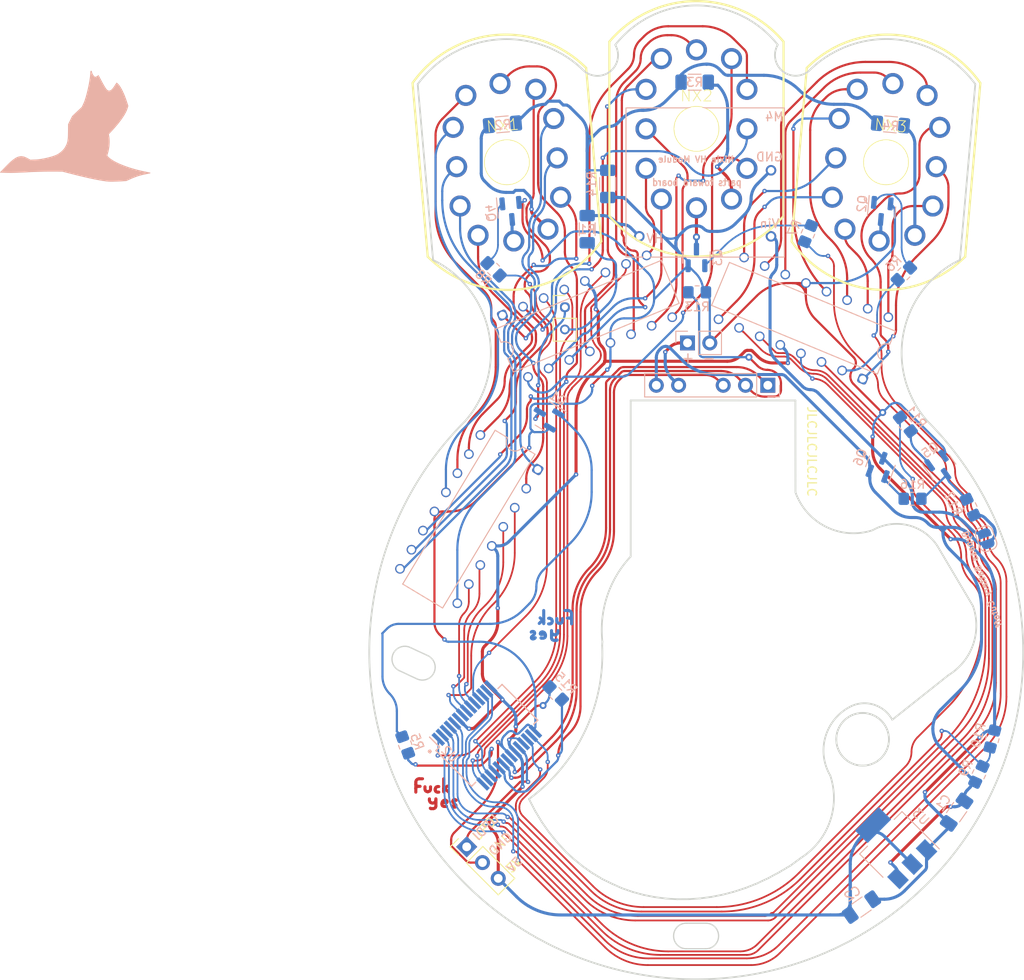
<source format=kicad_pcb>
(kicad_pcb (version 20211014) (generator pcbnew)
  (layers (0 "F.Cu" signal) (31 "B.Cu" signal) (34 "B.Paste" user) (35 "F.Paste" user) (36 "B.SilkS" user "B.Silkscreen") (37 "F.SilkS" user "F.Silkscreen") (38 "B.Mask" user) (39 "F.Mask" user) (44 "Edge.Cuts" user))
  (net 0 "")
  (net 1 "Battery_Raw")
  (net 2 "GND")
  (net 3 "Battery")
  (net 4 "+5V")
  (net 5 "Net-(J1-Pad1)")
  (net 6 "Net-(JP1-Pad2)")
  (net 7 "Net-(M1-Pad1)")
  (net 8 "Net-(M1-Pad9)")
  (net 9 "Net-(M1-Pad2)")
  (net 10 "Net-(M1-Pad10)")
  (net 11 "A1")
  (net 12 "Net-(M1-Pad11)")
  (net 13 "D1")
  (net 14 "Net-(M1-Pad13)")
  (net 15 "B1")
  (net 16 "Net-(M1-Pad14)")
  (net 17 "C1")
  (net 18 "Net-(M1-Pad15)")
  (net 19 "Net-(M1-Pad8)")
  (net 20 "Net-(M1-Pad16)")
  (net 21 "Net-(M2-Pad1)")
  (net 22 "Net-(M2-Pad9)")
  (net 23 "Net-(M2-Pad2)")
  (net 24 "Net-(M2-Pad10)")
  (net 25 "A2")
  (net 26 "Net-(M2-Pad11)")
  (net 27 "D2")
  (net 28 "Net-(M2-Pad13)")
  (net 29 "B2")
  (net 30 "Net-(M2-Pad14)")
  (net 31 "C2")
  (net 32 "Net-(M2-Pad15)")
  (net 33 "Net-(M2-Pad8)")
  (net 34 "Net-(M2-Pad16)")
  (net 35 "Net-(M3-Pad1)")
  (net 36 "Net-(M3-Pad9)")
  (net 37 "Net-(M3-Pad2)")
  (net 38 "Net-(M3-Pad10)")
  (net 39 "A3")
  (net 40 "Net-(M3-Pad11)")
  (net 41 "D3")
  (net 42 "Net-(M3-Pad13)")
  (net 43 "B3")
  (net 44 "Net-(M3-Pad14)")
  (net 45 "C3")
  (net 46 "Net-(M3-Pad15)")
  (net 47 "Net-(M3-Pad8)")
  (net 48 "Net-(M3-Pad16)")
  (net 49 "Net-(NX1-PadLHDP)")
  (net 50 "HT")
  (net 51 "Net-(NX2-PadLHDP)")
  (net 52 "Net-(NX3-PadLHDP)")
  (net 53 "Net-(NE1-Pad1)")
  (net 54 "Net-(Q1-Pad1)")
  (net 55 "Net-(Q2-Pad1)")
  (net 56 "Net-(Q3-Pad1)")
  (net 57 "Net-(Q4-Pad1)")
  (net 58 "DP1")
  (net 59 "DP2")
  (net 60 "DP3")
  (net 61 "Net-(NE1-Pad2)")
  (net 62 "Net-(NX1-PadA)")
  (net 63 "Net-(NX2-PadA)")
  (net 64 "Net-(NX3-PadA)")
  (net 65 "IND_LMP")
  (net 66 "Battery_Sense")
  (net 67 "SHTDWN")
  (net 68 "Pulse_1")
  (net 69 "Pulse_2")
  (net 70 "Pulse_3")
  (net 71 "Net-(R11-Pad1)")
  (net 72 "Net-(Q5-Pad3)")
  (net 73 "Net-(R16-Pad2)")
  (footprint "nixies-us:nixies-us-IN-12-DSUB" (layer "F.Cu") (at 144.78 72.39 -5)
    (fp_text reference "NX3")
    (fp_text value "IN-12BNOHOLE" hide)
  )
  (footprint "nixies-us:nixies-us-IN-12-DSUB" (layer "F.Cu") (at 123.19 68.58)
    (fp_text reference "NX2")
    (fp_text value "IN-12BNOHOLE" hide)
  )
  (footprint "nixies-us:nixies-us-IN-12-DSUB" (layer "F.Cu") (at 101.6 72.39 5)
    (fp_text reference "NX1")
    (fp_text value "IN-12BNOHOLE" hide)
  )
  (footprint "Connector_PinHeader_2.54mm:PinHeader_1x03_P2.54mm_Vertical" (layer "F.Cu") (at 97.020555 150.360555 45)
    (fp_text reference "J1" hide)
    (fp_text value "Conn_01x03_Male")
  )
  (footprint "Connector_PinHeader_2.54mm:PinHeader_1x02_P2.54mm_Vertical" (layer "F.Cu") (at 108.204 88.895)
    (fp_text reference "NE1" hide)
    (fp_text value "Lamp_Neon")
  )
  (footprint "Resistor_SMD:R_0805_2012Metric_Pad1.20x1.40mm_HandSolder" (layer "B.Cu") (at 147.8026 110.7186 180)
    (fp_text reference "R16")
    (fp_text value "1K")
  )
  (footprint "Capacitor_SMD:C_1206_3216Metric_Pad1.33x1.80mm_HandSolder" (layer "B.Cu") (at 152.822618 146.413692 -125)
    (fp_text reference "C1")
    (fp_text value "100uF")
  )
  (footprint "Connector_PinHeader_2.54mm:PinHeader_1x06_P2.54mm_Vertical" (layer "B.Cu") (at 131.318 97.79 90)
    (fp_text reference "U1" hide)
    (fp_text value "Rotary_Dial")
  )
  (footprint "Resistor_SMD:R_0805_2012Metric_Pad1.20x1.40mm_HandSolder" (layer "B.Cu") (at 156.891437 138.081766 -105)
    (fp_text reference "R10")
    (fp_text value "10K")
  )
  (footprint "Package_SO:SSOP-28_5.3x10.2mm_P0.65mm" (layer "B.Cu") (at 99.314 137.668 -45)
    (fp_text reference "U2")
    (fp_text value "AVR128DB28x-xSS")
  )
  (footprint "Package_TO_SOT_SMD:SOT-23" (layer "B.Cu") (at 106.172 101.318843 149)
    (fp_text reference "Q1")
    (fp_text value "Q_NPN_BEC")
  )
  (footprint "Package_DIP:DIP_16_SmallPads" (layer "B.Cu") (at 105.110199 107.379785 149)
    (fp_text reference "M1" hide)
    (fp_text value "74141DIP16")
  )
  (footprint "Resistor_SMD:R_0805_2012Metric_Pad1.20x1.40mm_HandSolder" (layer "B.Cu") (at 107.1626 132.8928 135)
    (fp_text reference "R15")
    (fp_text value "10K")
  )
  (footprint "Package_TO_SOT_SMD:SOT-23" (layer "B.Cu") (at 102.108 77.978 -85)
    (fp_text reference "Q4")
    (fp_text value "Q_NPN_BEC")
  )
  (footprint "Resistor_SMD:R_0805_2012Metric_Pad1.20x1.40mm_HandSolder" (layer "B.Cu") (at 154.3812 111.6838 115)
    (fp_text reference "R12")
    (fp_text value "10K")
  )
  (footprint "Resistor_SMD:R_1206_3216Metric_Pad1.30x1.75mm_HandSolder" (layer "B.Cu") (at 113.0808 74.8538 -90)
    (fp_text reference "R14")
    (fp_text value "220K")
  )
  (footprint "Capacitor_SMD:C_1206_3216Metric_Pad1.33x1.80mm_HandSolder" (layer "B.Cu") (at 141.986 157.226 35)
    (fp_text reference "C2")
    (fp_text value "100uF")
  )
  (footprint "Resistor_SMD:R_0805_2012Metric_Pad1.20x1.40mm_HandSolder" (layer "B.Cu") (at 146.9898 102.235 128)
    (fp_text reference "R11")
    (fp_text value "1K")
  )
  (footprint "Jumper:SolderJumper-2_P1.3mm_Open_RoundedPad1.0x1.5mm" (layer "B.Cu") (at 156.1846 115.2652 110)
    (fp_text reference "JP1" hide)
    (fp_text value "Jumper_2_Open")
  )
  (footprint "Resistor_SMD:R_0805_2012Metric_Pad1.20x1.40mm_HandSolder" (layer "B.Cu") (at 155.362618 142.095692 -115)
    (fp_text reference "R9")
    (fp_text value "10K")
  )
  (footprint "Module:Nixie_HV_Module_Small" (layer "B.Cu") (at 124.1806 72.2884 180)
    (fp_text reference "M4")
    (fp_text value "Nixie_HV_Module")
  )
  (footprint "Package_TO_SOT_SMD:SOT-223-3_TabPin2" (layer "B.Cu") (at 145.542 150.114 135)
    (fp_text reference "U3")
    (fp_text value "AZ1117-5.0")
  )
  (footprint "Package_TO_SOT_SMD:SOT-23" (layer "B.Cu") (at 151.0792 107.1372 -55)
    (fp_text reference "Q5")
    (fp_text value "Q_NPN_BEC")
  )
  (footprint "Package_TO_SOT_SMD:SOT-23" (layer "B.Cu") (at 123.19 83.2335 90)
    (fp_text reference "Q3")
    (fp_text value "Q_NPN_BEC")
  )
  (footprint "Resistor_SMD:R_1206_3216Metric_Pad1.30x1.75mm_HandSolder" (layer "B.Cu") (at 110.744 80.01 90)
    (fp_text reference "R1")
    (fp_text value "10K")
  )
  (footprint "Resistor_SMD:R_0805_2012Metric_Pad1.20x1.40mm_HandSolder" (layer "B.Cu") (at 146.812 85.09 -135)
    (fp_text reference "R6")
    (fp_text value "10K")
  )
  (footprint "Resistor_SMD:R_1206_3216Metric_Pad1.30x1.75mm_HandSolder" (layer "B.Cu") (at 145.288 68.072 175)
    (fp_text reference "R4")
    (fp_text value "10K")
  )
  (footprint "Resistor_SMD:R_0805_2012Metric_Pad1.20x1.40mm_HandSolder" (layer "B.Cu") (at 100.076 84.582 -45)
    (fp_text reference "R8")
    (fp_text value "10K")
  )
  (footprint "Connector_PinHeader_2.54mm:PinHeader_1x02_P2.54mm_Vertical" (layer "B.Cu") (at 122.169 92.964 -90)
    (fp_text reference "BT1" hide)
    (fp_text value "Battery_Cell")
  )
  (footprint "Package_TO_SOT_SMD:SOT-23" (layer "B.Cu") (at 144.272 77.978 -95)
    (fp_text reference "Q2")
    (fp_text value "Q_NPN_BEC")
  )
  (footprint "Resistor_SMD:R_0805_2012Metric_Pad1.20x1.40mm_HandSolder" (layer "B.Cu") (at 123.2662 87.1982)
    (fp_text reference "R13")
    (fp_text value "1K")
  )
  (footprint "Package_TO_SOT_SMD:SOT-23" (layer "B.Cu") (at 144.145 106.9848 70)
    (fp_text reference "Q6")
    (fp_text value "Q_PNP_BEC")
  )
  (footprint "Resistor_SMD:R_0805_2012Metric_Pad1.20x1.40mm_HandSolder" (layer "B.Cu") (at 90.0176 138.7602 -70)
    (fp_text reference "R5")
    (fp_text value "10K")
  )
  (footprint "Resistor_SMD:R_1206_3216Metric_Pad1.30x1.75mm_HandSolder" (layer "B.Cu") (at 122.9868 63.2714 180)
    (fp_text reference "R3")
    (fp_text value "10K")
  )
  (footprint "Resistor_SMD:R_1206_3216Metric_Pad1.30x1.75mm_HandSolder" (layer "B.Cu") (at 101.092 68.072 5)
    (fp_text reference "R2")
    (fp_text value "10K")
  )
  (footprint "Package_DIP:DIP_16_SmallPads" (layer "B.Cu") (at 142.127234 97.077058 67.5)
    (fp_text reference "M3" hide)
    (fp_text value "74141DIP16")
  )
  (footprint "Resistor_SMD:R_0805_2012Metric_Pad1.20x1.40mm_HandSolder" (layer "B.Cu") (at 135.89 80.518 -112.5)
    (fp_text reference "R7")
    (fp_text value "10K")
  )
  (footprint "Package_DIP:DIP_16_SmallPads" (layer "B.Cu") (at 101.090372 89.801573 -67.5)
    (fp_text reference "M2" hide)
    (fp_text value "74141DIP16")
  )
  (gr_poly (pts (xy 57.404 74.549) (xy 58.233173 74.50308) (xy 58.712365 74.288278) (xy 58.939499 74.189498) (xy 59.158408 74.100738) (xy 59.372186 74.021005) (xy 59.583928 73.949304) (xy 59.796727 73.884643) (xy 60.013677 73.826026) (xy 60.237872 73.772461) (xy 60.472406 73.722954) (xy 60.671973 73.681924) (xy 60.832888 73.646162) (xy 60.893717 73.631458) (xy 60.938724 73.619512) (xy 60.965854 73.610804) (xy 60.972073 73.607816) (xy 60.973234 73.606688) (xy 60.973053 73.605816) (xy 60.967352 73.603519) (xy 60.953968 73.599655) (xy 60.905765 73.587583) (xy 60.734919 73.548571) (xy 60.486347 73.494514) (xy 60.185876 73.431142) (xy 59.850978 73.357411) (xy 59.519737 73.27654) (xy 59.193751 73.189191) (xy 58.874615 73.096025) (xy 58.563927 72.997702) (xy 58.263282 72.894884) (xy 57.974278 72.788232) (xy 57.69851 72.678406) (xy 57.437576 72.566066) (xy 57.193071 72.451875) (xy 56.966594 72.336493) (xy 56.759739 72.220581) (xy 56.574103 72.104799) (xy 56.411284 71.989809) (xy 56.272877 71.876272) (xy 56.16048 71.764848) (xy 56.050403 71.642208) (xy 56.144989 71.316256) (xy 56.173734 71.211734) (xy 56.200148 71.104551) (xy 56.224184 70.995216) (xy 56.245797 70.884239) (xy 56.264941 70.772129) (xy 56.281568 70.659393) (xy 56.295635 70.546542) (xy 56.307093 70.434085) (xy 56.315898 70.32253) (xy 56.322002 70.212386) (xy 56.325361 70.104163) (xy 56.325929 69.998368) (xy 56.323658 69.895512) (xy 56.318503 69.796103) (xy 56.310419 69.70065) (xy 56.299358 69.609663) (xy 56.238668 69.181745) (xy 56.602946 68.792332) (xy 56.931015 68.430736) (xy 57.085256 68.252401) (xy 57.232571 68.076277) (xy 57.372662 67.90279) (xy 57.505231 67.732366) (xy 57.62998 67.565431) (xy 57.746612 67.402412) (xy 57.854828 67.243735) (xy 57.95433 67.089826) (xy 58.04482 66.941111) (xy 58.126001 66.798017) (xy 58.197575 66.66097) (xy 58.259243 66.530396) (xy 58.310708 66.406722) (xy 58.351672 66.290373) (xy 58.452437 65.97194) (xy 58.256494 65.377561) (xy 58.157425 65.093033) (xy 58.050648 64.815614) (xy 57.938467 64.55005) (xy 57.823186 64.301084) (xy 57.707107 64.07346) (xy 57.592534 63.871925) (xy 57.536532 63.782423) (xy 57.48177 63.701221) (xy 57.428536 63.628914) (xy 57.377118 63.566094) (xy 57.334018 63.517818) (xy 57.292824 63.473982) (xy 57.254508 63.435457) (xy 57.236734 63.418461) (xy 57.220043 63.40312) (xy 57.204558 63.389544) (xy 57.190401 63.377842) (xy 57.177692 63.368124) (xy 57.166553 63.360498) (xy 57.157106 63.355074) (xy 57.149472 63.351961) (xy 57.146373 63.351306) (xy 57.143772 63.351268) (xy 57.141686 63.351864) (xy 57.140129 63.353105) (xy 57.131008 63.365764) (xy 57.11456 63.390224) (xy 57.063398 63.468787) (xy 56.994062 63.577276) (xy 56.913976 63.704175) (xy 56.845152 63.809701) (xy 56.778098 63.903996) (xy 56.745202 63.946945) (xy 56.712708 63.987102) (xy 56.680602 64.024473) (xy 56.648872 64.059061) (xy 56.617503 64.090873) (xy 56.586482 64.119913) (xy 56.555795 64.146187) (xy 56.52543 64.169701) (xy 56.495372 64.190458) (xy 56.465608 64.208465) (xy 56.436124 64.223726) (xy 56.406907 64.236248) (xy 56.377943 64.246034) (xy 56.34922 64.25309) (xy 56.320722 64.257421) (xy 56.292437 64.259033) (xy 56.264352 64.257931) (xy 56.236452 64.25412) (xy 56.208724 64.247604) (xy 56.181155 64.23839) (xy 56.153731 64.226482) (xy 56.126439 64.211886) (xy 56.099265 64.194607) (xy 56.072195 64.174649) (xy 56.045216 64.152019) (xy 56.018315 64.126721) (xy 55.991477 64.098761) (xy 55.96469 64.068143) (xy 55.945937 64.044438) (xy 55.924036 64.014418) (xy 55.87187 63.937242) (xy 55.810352 63.84024) (xy 55.741643 63.727035) (xy 55.667901 63.60125) (xy 55.591287 63.46651) (xy 55.513961 63.326437) (xy 55.438083 63.184656) (xy 55.077189 62.498943) (xy 54.945294 62.591327) (xy 54.931292 62.600738) (xy 54.916573 62.609885) (xy 54.90126 62.618721) (xy 54.885476 62.627198) (xy 54.869345 62.635269) (xy 54.852991 62.642887) (xy 54.836537 62.650004) (xy 54.820106 62.656573) (xy 54.803823 62.662547) (xy 54.78781 62.667878) (xy 54.772192 62.672518) (xy 54.757091 62.676421) (xy 54.742632 62.679539) (xy 54.728937 62.681825) (xy 54.716131 62.683232) (xy 54.704337 62.683711) (xy 54.692613 62.682818) (xy 54.680395 62.680184) (xy 54.667727 62.675876) (xy 54.654658 62.66996) (xy 54.641233 62.662503) (xy 54.627498 62.653571) (xy 54.6135 62.643231) (xy 54.599286 62.631549) (xy 54.5849 62.618593) (xy 54.57039 62.604427) (xy 54.555803 62.58912) (xy 54.541183 62.572738) (xy 54.512034 62.537014) (xy 54.483314 62.497787) (xy 54.455393 62.455591) (xy 54.428642 62.410957) (xy 54.403431 62.364419) (xy 54.380131 62.316508) (xy 54.359112 62.267758) (xy 54.340745 62.218701) (xy 54.332671 62.194224) (xy 54.325399 62.16987) (xy 54.318976 62.145705) (xy 54.313446 62.121797) (xy 54.309015 62.102491) (xy 54.304313 62.084768) (xy 54.299366 62.068611) (xy 54.294202 62.054004) (xy 54.288848 62.04093) (xy 54.28333 62.029373) (xy 54.277676 62.019317) (xy 54.271913 62.010745) (xy 54.266068 62.003642) (xy 54.260167 61.99799) (xy 54.254239 61.993773) (xy 54.248309 61.990976) (xy 54.242405 61.989581) (xy 54.236554 61.989573) (xy 54.230783 61.990935) (xy 54.225119 61.99365) (xy 54.219589 61.997703) (xy 54.214219 62.003077) (xy 54.209038 62.009755) (xy 54.204072 62.017722) (xy 54.199348 62.026961) (xy 54.194893 62.037456) (xy 54.190733 62.04919) (xy 54.186897 62.062147) (xy 54.183411 62.076311) (xy 54.180303 62.091665) (xy 54.177598 62.108193) (xy 54.175325 62.125879) (xy 54.173509 62.144706) (xy 54.172179 62.164658) (xy 54.171361 62.185719) (xy 54.171083 62.207872) (xy 54.166012 62.361068) (xy 54.151364 62.540304) (xy 54.09671 62.961592) (xy 54.013877 63.441125) (xy 53.90962 63.948293) (xy 53.790693 64.452486) (xy 53.663851 64.923095) (xy 53.53585 65.329509) (xy 53.473525 65.499077) (xy 53.413444 65.641118) (xy 53.202802 66.097028) (xy 52.651344 66.620449) (xy 52.099889 67.14387) (xy 51.872764 67.603281) (xy 51.645638 68.06269) (xy 51.633909 68.97881) (xy 51.627045 69.310428) (xy 51.614218 69.585803) (xy 51.604842 69.705927) (xy 51.593104 69.816223) (xy 51.578714 69.918102) (xy 51.561381 70.012977) (xy 51.540815 70.102258) (xy 51.516725 70.187356) (xy 51.488821 70.269682) (xy 51.456812 70.350648) (xy 51.420408 70.431665) (xy 51.379319 70.514143) (xy 51.333253 70.599495) (xy 51.281922 70.689131) (xy 51.244701 70.749223) (xy 51.203522 70.809355) (xy 51.158627 70.869309) (xy 51.110259 70.928866) (xy 51.058659 70.987808) (xy 51.004071 71.045916) (xy 50.946735 71.102972) (xy 50.886894 71.158756) (xy 50.82479 71.213051) (xy 50.760666 71.265638) (xy 50.694764 71.316297) (xy 50.627325 71.364812) (xy 50.558591 71.410962) (xy 50.488806 71.454529) (xy 50.418211 71.495296) (xy 50.347048 71.533042) (xy 50.245809 71.580731) (xy 50.130624 71.628556) (xy 50.003118 71.676131) (xy 49.864918 71.723071) (xy 49.717648 71.768993) (xy 49.562934 71.813512) (xy 49.237675 71.896801) (xy 48.902145 71.969861) (xy 48.569348 72.029616) (xy 48.408037 72.053543) (xy 48.252286 72.072989) (xy 48.10372 72.087571) (xy 47.963964 72.096903) (xy 47.324996 72.128088) (xy 46.959872 71.929306) (xy 46.888411 71.891809) (xy 46.818293 71.857952) (xy 46.74937 71.82779) (xy 46.681495 71.801379) (xy 46.614519 71.778773) (xy 46.548293 71.760028) (xy 46.482669 71.745199) (xy 46.4175 71.734343) (xy 46.352636 71.727513) (xy 46.287929 71.724766) (xy 46.223232 71.726157) (xy 46.158396 71.731742) (xy 46.093272 71.741576) (xy 46.027713 71.755713) (xy 45.96157 71.774211) (xy 45.894694 71.797123) (xy 45.826939 71.824506) (xy 45.758154 71.856414) (xy 45.688192 71.892904) (xy 45.616905 71.93403) (xy 45.544145 71.979848) (xy 45.469762 72.030414) (xy 45.39361 72.085782) (xy 45.315538 72.146009) (xy 45.153048 72.281258) (xy 44.981104 72.436604) (xy 44.798522 72.612491) (xy 44.604113 72.809362) (xy 43.891417 73.546179) (xy 44.817102 73.566373) (xy 45.027273 73.568776) (xy 45.270163 73.567819) (xy 45.819448 73.556825) (xy 46.395645 73.535392) (xy 46.672177 73.521385) (xy 46.929445 73.505518) (xy 47.503042 73.474337) (xy 48.187603 73.449351) (xy 48.897267 73.433101) (xy 49.546172 73.428126) (xy 50.976246 73.431783) (xy 52.07162 73.713839) (xy 52.762359 73.888114) (xy 53.409769 74.044147) (xy 54.011276 74.18141) (xy 54.564304 74.299377) (xy 55.066279 74.397519) (xy 55.514625 74.475309) (xy 55.906768 74.53222) (xy 56.240132 74.567724) (xy 56.324288 74.572247) (xy 56.435514 74.574657) (xy 56.569036 74.575028) (xy 56.72008 74.573439) (xy 56.883873 74.569965) (xy 57.05564 74.564683) (xy 57.230608 74.55767) (xy 57.404003 74.549002) (xy 57.404 74.549)) (layer "B.SilkS") (width 0.060854) (fill solid))
  (gr_line (start 145.079281 137.658644) (end 145.098359 137.808782) (layer "Edge.Cuts") (width 0.2))
  (gr_line (start 144.022126 135.800568) (end 144.13098 135.894859) (layer "Edge.Cuts") (width 0.2))
  (gr_line (start 112.394292 153.993057) (end 113.5888 154.580673) (layer "Edge.Cuts") (width 0.2))
  (gr_line (start 107.268202 149.791715) (end 108.3564 150.9776) (layer "Edge.Cuts") (width 0.2))
  (gr_line (start 140.813225 135.411347) (end 140.946113 135.35127) (layer "Edge.Cuts") (width 0.2))
  (gr_line (start 140.096716 140.336172) (end 139.992528 140.236839) (layer "Edge.Cuts") (width 0.2))
  (gr_line (start 153.200217 83.509532) (end 154.950217 63.489532) (layer "Edge.Cuts") (width 0.2))
  (gr_arc (start 154.686 122.936) (mid 154.685067 127.368379) (end 151.892 130.81) (layer "Edge.Cuts") (width 0.2))
  (gr_line (start 143.281583 135.35127) (end 143.414471 135.411347) (layer "Edge.Cuts") (width 0.2))
  (gr_line (start 109.182338 151.724638) (end 110.211101 152.564973) (layer "Edge.Cuts") (width 0.2))
  (gr_line (start 140.55824 140.681197) (end 140.43652 140.603165) (layer "Edge.Cuts") (width 0.2))
  (gr_line (start 141.807116 141.100027) (end 141.656978 141.080949) (layer "Edge.Cuts") (width 0.2))
  (gr_line (start 144.931809 139.147019) (end 144.878093 139.283254) (layer "Edge.Cuts") (width 0.2))
  (gr_line (start 139.113848 138.115516) (end 139.117752 137.961136) (layer "Edge.Cuts") (width 0.2))
  (gr_line (start 145.109944 138.269896) (end 145.098359 138.422249) (layer "Edge.Cuts") (width 0.2))
  (gr_line (start 128.825428 155.032104) (end 130.117844 154.517715) (layer "Edge.Cuts") (width 0.2))
  (gr_line (start 144.334502 140.132651) (end 144.235168 140.236839) (layer "Edge.Cuts") (width 0.2))
  (gr_line (start 143.669457 135.549835) (end 143.791176 135.627867) (layer "Edge.Cuts") (width 0.2))
  (gr_line (start 140.55824 135.549835) (end 140.683871 135.477598) (layer "Edge.Cuts") (width 0.2))
  (gr_line (start 134.4676 109.982) (end 134.459838 99.521079) (layer "Edge.Cuts") (width 0.2))
  (gr_line (start 139.893194 140.132651) (end 139.798903 140.023797) (layer "Edge.Cuts") (width 0.2))
  (gr_arc (start 93.19 83.52) (mid 99.545005 91.806581) (end 96.824368 101.888826) (layer "Edge.Cuts") (width 0.2))
  (gr_arc (start 112.477514 127) (mid 113.022826 121.795411) (end 115.697 117.2972) (layer "Edge.Cuts") (width 0.2))
  (gr_line (start 154.686 122.936) (end 150.622 116.078) (layer "Edge.Cuts") (width 0.2))
  (gr_line (start 139.117752 137.961136) (end 139.129337 137.808782) (layer "Edge.Cuts") (width 0.2))
  (gr_line (start 144.751764 139.545497) (end 144.679528 139.671128) (layer "Edge.Cuts") (width 0.2))
  (gr_line (start 123.590087 156.238648) (end 124.901683 156.064531) (layer "Edge.Cuts") (width 0.2))
  (gr_line (start 117.164054 155.837026) (end 118.41985 156.086757) (layer "Edge.Cuts") (width 0.2))
  (gr_line (start 143.005956 135.250389) (end 143.145348 135.297554) (layer "Edge.Cuts") (width 0.2))
  (gr_line (start 115.930055 155.502724) (end 117.164054 155.837026) (layer "Edge.Cuts") (width 0.2))
  (gr_line (start 139.129337 137.808782) (end 139.148415 137.658644) (layer "Edge.Cuts") (width 0.2))
  (gr_line (start 104.80866 146.262689) (end 105.568892 147.522895) (layer "Edge.Cuts") (width 0.2))
  (gr_line (start 144.517854 136.320565) (end 144.601495 136.438185) (layer "Edge.Cuts") (width 0.2))
  (gr_line (start 139.709842 139.910466) (end 139.626201 139.792847) (layer "Edge.Cuts") (width 0.2))
  (gr_line (start 142.718452 135.176465) (end 142.863594 135.209963) (layer "Edge.Cuts") (width 0.2))
  (gr_line (start 145.052899 137.510909) (end 145.079281 137.658644) (layer "Edge.Cuts") (width 0.2))
  (gr_line (start 104.112771 144.918708) (end 104.112771 144.918708) (layer "Edge.Cuts") (width 0.2))
  (gr_line (start 142.268228 135.119419) (end 142.42058 135.131004) (layer "Edge.Cuts") (width 0.2))
  (gr_line (start 139.129337 138.422249) (end 139.117752 138.269896) (layer "Edge.Cuts") (width 0.2))
  (gr_line (start 131.396601 153.918092) (end 132.658154 153.23317) (layer "Edge.Cuts") (width 0.2))
  (gr_arc (start 113.94 59.02) (mid 113.299694 62.090805) (end 110.177774 61.785103) (layer "Edge.Cuts") (width 0.2))
  (gr_line (start 141.656978 135.150082) (end 141.807116 135.131004) (layer "Edge.Cuts") (width 0.2))
  (gr_line (start 141.082348 140.933477) (end 140.946113 140.879762) (layer "Edge.Cuts") (width 0.2))
  (gr_line (start 145.079281 138.572388) (end 145.052899 138.720122) (layer "Edge.Cuts") (width 0.2))
  (gr_line (start 141.22174 140.980642) (end 141.082348 140.933477) (layer "Edge.Cuts") (width 0.2))
  (gr_line (start 142.113848 135.115516) (end 142.268228 135.119419) (layer "Edge.Cuts") (width 0.2))
  (gr_line (start 144.601495 136.438185) (end 144.679528 136.559904) (layer "Edge.Cuts") (width 0.2))
  (gr_line (start 145.109944 137.961136) (end 145.113848 138.115516) (layer "Edge.Cuts") (width 0.2))
  (gr_line (start 132.658154 153.23317) (end 133.898957 152.5016) (layer "Edge.Cuts") (width 0.2))
  (gr_arc (start 91.440001 63.500001) (mid 100.421999 58.415223) (end 110.177774 61.785103) (layer "Edge.Cuts") (width 0.2))
  (gr_line (start 144.334502 136.098381) (end 144.428793 136.207235) (layer "Edge.Cuts") (width 0.2))
  (gr_line (start 139.248722 137.223405) (end 139.295887 137.084013) (layer "Edge.Cuts") (width 0.2))
  (gr_line (start 144.818015 139.416143) (end 144.751764 139.545497) (layer "Edge.Cuts") (width 0.2))
  (gr_line (start 124.901683 156.064531) (end 126.213802 155.805446) (layer "Edge.Cuts") (width 0.2))
  (gr_line (start 145.0194 137.365767) (end 145.052899 137.510909) (layer "Edge.Cuts") (width 0.2))
  (gr_line (start 139.798903 140.023797) (end 139.709842 139.910466) (layer "Edge.Cuts") (width 0.2))
  (gr_line (start 141.509244 141.054567) (end 141.364102 141.021068) (layer "Edge.Cuts") (width 0.2))
  (gr_line (start 139.248722 139.007626) (end 139.208296 138.865265) (layer "Edge.Cuts") (width 0.2))
  (gr_line (start 143.005956 140.980642) (end 142.863594 141.021068) (layer "Edge.Cuts") (width 0.2))
  (gr_line (start 140.43652 135.627867) (end 140.55824 135.549835) (layer "Edge.Cuts") (width 0.2))
  (gr_line (start 143.908795 135.711508) (end 144.022126 135.800568) (layer "Edge.Cuts") (width 0.2))
  (gr_line (start 140.318901 140.519524) (end 140.20557 140.430464) (layer "Edge.Cuts") (width 0.2))
  (gr_line (start 143.791176 135.627867) (end 143.908795 135.711508) (layer "Edge.Cuts") (width 0.2))
  (gr_arc (start 112.453105 127.430766) (mid 110.475216 137.220276) (end 104.112771 144.918708) (layer "Edge.Cuts") (width 0.2))
  (gr_line (start 144.818015 136.814889) (end 144.878093 136.947778) (layer "Edge.Cuts") (width 0.2))
  (gr_line (start 143.791176 140.603165) (end 143.669457 140.681197) (layer "Edge.Cuts") (width 0.2))
  (gr_line (start 139.117752 138.269896) (end 139.113848 138.115516) (layer "Edge.Cuts") (width 0.2))
  (gr_line (start 144.428793 140.023797) (end 144.334502 140.132651) (layer "Edge.Cuts") (width 0.2))
  (gr_arc (start 89.310303 130.282366) (mid 88.673655 128.318054) (end 90.636852 127.677979) (layer "Edge.Cuts") (width 0.15))
  (gr_line (start 141.364102 141.021068) (end 141.22174 140.980642) (layer "Edge.Cuts") (width 0.2))
  (gr_line (start 139.992528 140.236839) (end 139.893194 140.132651) (layer "Edge.Cuts") (width 0.2))
  (gr_line (start 140.43652 140.603165) (end 140.318901 140.519524) (layer "Edge.Cuts") (width 0.2))
  (gr_line (start 141.959469 141.111612) (end 141.807116 141.100027) (layer "Edge.Cuts") (width 0.2))
  (gr_line (start 139.174797 137.510909) (end 139.208296 137.365767) (layer "Edge.Cuts") (width 0.2))
  (gr_line (start 144.235168 140.236839) (end 144.13098 140.336172) (layer "Edge.Cuts") (width 0.2))
  (gr_line (start 142.863594 135.209963) (end 143.005956 135.250389) (layer "Edge.Cuts") (width 0.2))
  (gr_line (start 144.13098 135.894859) (end 144.235168 135.994193) (layer "Edge.Cuts") (width 0.2))
  (gr_line (start 139.113848 138.115516) (end 139.113848 138.115516) (layer "Edge.Cuts") (width 0.2))
  (gr_line (start 141.364102 135.209963) (end 141.509244 135.176465) (layer "Edge.Cuts") (width 0.2))
  (gr_line (start 139.113848 138.115516) (end 139.113848 138.115516) (layer "Edge.Cuts") (width 0.2))
  (gr_line (start 90.636852 127.677979) (end 92.639549 128.612013) (layer "Edge.Cuts") (width 0.15))
  (gr_line (start 139.475932 136.685535) (end 139.548168 136.559904) (layer "Edge.Cuts") (width 0.2))
  (gr_line (start 89.310303 130.282366) (end 91.313 131.2164) (layer "Edge.Cuts") (width 0.15))
  (gr_line (start 144.022126 140.430464) (end 143.908795 140.519524) (layer "Edge.Cuts") (width 0.2))
  (gr_line (start 140.20557 140.430464) (end 140.096716 140.336172) (layer "Edge.Cuts") (width 0.2))
  (gr_line (start 144.679528 136.559904) (end 144.751764 136.685535) (layer "Edge.Cuts") (width 0.2))
  (gr_line (start 141.082348 135.297554) (end 141.22174 135.250389) (layer "Edge.Cuts") (width 0.2))
  (gr_line (start 108.3564 150.9776) (end 109.182338 151.724638) (layer "Edge.Cuts") (width 0.2))
  (gr_line (start 144.517854 139.910466) (end 144.428793 140.023797) (layer "Edge.Cuts") (width 0.2))
  (gr_arc (start 121.9962 161.975654) (mid 120.589047 160.464443) (end 122.0978 159.054654) (layer "Edge.Cuts") (width 0.15))
  (gr_line (start 139.548168 139.671128) (end 139.475932 139.545497) (layer "Edge.Cuts") (width 0.2))
  (gr_line (start 145.098359 138.422249) (end 145.079281 138.572388) (layer "Edge.Cuts") (width 0.2))
  (gr_line (start 114.721398 155.083918) (end 115.930055 155.502724) (layer "Edge.Cuts") (width 0.2))
  (gr_line (start 139.295887 137.084013) (end 139.349603 136.947778) (layer "Edge.Cuts") (width 0.2))
  (gr_line (start 140.20557 135.800568) (end 140.318901 135.711508) (layer "Edge.Cuts") (width 0.2))
  (gr_line (start 141.959469 135.119419) (end 142.113848 135.115516) (layer "Edge.Cuts") (width 0.2))
  (gr_line (start 144.751764 136.685535) (end 144.818015 136.814889) (layer "Edge.Cuts") (width 0.2))
  (gr_line (start 91.44 63.5) (end 93.19 83.52) (layer "Edge.Cuts") (width 0.2))
  (gr_line (start 139.475932 139.545497) (end 139.409681 139.416143) (layer "Edge.Cuts") (width 0.2))
  (gr_line (start 130.117844 154.517715) (end 131.396601 153.918092) (layer "Edge.Cuts") (width 0.2))
  (gr_line (start 145.098359 137.808782) (end 145.109944 137.961136) (layer "Edge.Cuts") (width 0.2))
  (gr_line (start 139.626201 136.438185) (end 139.709842 136.320565) (layer "Edge.Cuts") (width 0.2))
  (gr_arc (start 149.49 101.87) (mid 146.790647 91.769417) (end 153.200217 83.509532) (layer "Edge.Cuts") (width 0.2))
  (gr_line (start 143.543826 140.753433) (end 143.414471 140.819684) (layer "Edge.Cuts") (width 0.2))
  (gr_arc (start 136.212443 61.774635) (mid 133.090522 62.080338) (end 132.450217 59.009532) (layer "Edge.Cuts") (width 0.2))
  (gr_line (start 142.570718 135.150082) (end 142.718452 135.176465) (layer "Edge.Cuts") (width 0.2))
  (gr_line (start 106.389921 148.699259) (end 107.268202 149.791715) (layer "Edge.Cuts") (width 0.2))
  (gr_line (start 140.946113 140.879762) (end 140.813225 140.819684) (layer "Edge.Cuts") (width 0.2))
  (gr_line (start 143.145348 135.297554) (end 143.281583 135.35127) (layer "Edge.Cuts") (width 0.2))
  (gr_line (start 145.0194 138.865265) (end 144.978974 139.007626) (layer "Edge.Cuts") (width 0.2))
  (gr_line (start 139.893194 136.098381) (end 139.992528 135.994193) (layer "Edge.Cuts") (width 0.2))
  (gr_line (start 134.459838 99.521079) (end 115.697 99.5172) (layer "Edge.Cuts") (width 0.2))
  (gr_line (start 142.42058 141.100027) (end 142.268228 141.111612) (layer "Edge.Cuts") (width 0.2))
  (gr_line (start 139.798903 136.207235) (end 139.893194 136.098381) (layer "Edge.Cuts") (width 0.2))
  (gr_line (start 142.113848 141.115516) (end 142.113848 141.115516) (layer "Edge.Cuts") (width 0.2))
  (gr_line (start 139.548168 136.559904) (end 139.626201 136.438185) (layer "Edge.Cuts") (width 0.2))
  (gr_arc (start 138.43 142.24) (mid 137.898404 137.768798) (end 140.8176 134.3406) (layer "Edge.Cuts") (width 0.2))
  (gr_line (start 139.174797 138.720122) (end 139.148415 138.572388) (layer "Edge.Cuts") (width 0.2))
  (gr_line (start 142.42058 135.131004) (end 142.570718 135.150082) (layer "Edge.Cuts") (width 0.2))
  (gr_arc (start 92.639549 128.612013) (mid 93.277332 130.576903) (end 91.313 131.2164) (layer "Edge.Cuts") (width 0.15))
  (gr_line (start 105.568892 147.522895) (end 106.389921 148.699259) (layer "Edge.Cuts") (width 0.2))
  (gr_arc (start 143.256 114.3) (mid 137.986729 113.92976) (end 134.4676 109.982) (layer "Edge.Cuts") (width 0.2))
  (gr_line (start 121.9962 161.975654) (end 124.206 161.9758) (layer "Edge.Cuts") (width 0.15))
  (gr_line (start 143.908795 140.519524) (end 143.791176 140.603165) (layer "Edge.Cuts") (width 0.2))
  (gr_line (start 133.898957 152.5016) (end 135.115465 151.60716) (layer "Edge.Cuts") (width 0.2))
  (gr_line (start 144.878093 136.947778) (end 144.931809 137.084013) (layer "Edge.Cuts") (width 0.2))
  (gr_line (start 113.5888 154.580673) (end 114.721398 155.083918) (layer "Edge.Cuts") (width 0.2))
  (gr_line (start 143.145348 140.933477) (end 143.005956 140.980642) (layer "Edge.Cuts") (width 0.2))
  (gr_line (start 142.268228 141.111612) (end 142.113848 141.115516) (layer "Edge.Cuts") (width 0.2))
  (gr_line (start 145.052899 138.720122) (end 145.0194 138.865265) (layer "Edge.Cuts") (width 0.2))
  (gr_line (start 139.409681 136.814889) (end 139.475932 136.685535) (layer "Edge.Cuts") (width 0.2))
  (gr_line (start 144.931809 137.084013) (end 144.978974 137.223405) (layer "Edge.Cuts") (width 0.2))
  (gr_line (start 139.992528 135.994193) (end 140.096716 135.894859) (layer "Edge.Cuts") (width 0.2))
  (gr_line (start 140.096716 135.894859) (end 140.20557 135.800568) (layer "Edge.Cuts") (width 0.2))
  (gr_line (start 144.13098 140.336172) (end 144.022126 140.430464) (layer "Edge.Cuts") (width 0.2))
  (gr_line (start 139.148415 138.572388) (end 139.129337 138.422249) (layer "Edge.Cuts") (width 0.2))
  (gr_line (start 139.409681 139.416143) (end 139.349603 139.283254) (layer "Edge.Cuts") (width 0.2))
  (gr_line (start 143.414471 135.411347) (end 143.543826 135.477598) (layer "Edge.Cuts") (width 0.2))
  (gr_line (start 139.349603 136.947778) (end 139.409681 136.814889) (layer "Edge.Cuts") (width 0.2))
  (gr_line (start 139.349603 139.283254) (end 139.295887 139.147019) (layer "Edge.Cuts") (width 0.2))
  (gr_line (start 122.282561 156.327863) (end 123.590087 156.238648) (layer "Edge.Cuts") (width 0.2))
  (gr_line (start 144.679528 139.671128) (end 144.601495 139.792847) (layer "Edge.Cuts") (width 0.2))
  (gr_line (start 143.414471 140.819684) (end 143.281583 140.879762) (layer "Edge.Cuts") (width 0.2))
  (gr_arc (start 124.3076 159.0548) (mid 125.716026 160.566056) (end 124.206 161.9758) (layer "Edge.Cuts") (width 0.15))
  (gr_line (start 141.807116 135.131004) (end 141.959469 135.119419) (layer "Edge.Cuts") (width 0.2))
  (gr_line (start 139.208296 138.865265) (end 139.174797 138.720122) (layer "Edge.Cuts") (width 0.2))
  (gr_line (start 104.112771 144.918708) (end 104.80866 146.262689) (layer "Edge.Cuts") (width 0.2))
  (gr_line (start 145.4912 135.89) (end 151.892 130.81) (layer "Edge.Cuts") (width 0.2))
  (gr_line (start 144.601495 139.792847) (end 144.517854 139.910466) (layer "Edge.Cuts") (width 0.2))
  (gr_line (start 122.0978 159.054654) (end 124.3076 159.0548) (layer "Edge.Cuts") (width 0.15))
  (gr_line (start 145.113848 138.115516) (end 145.109944 138.269896) (layer "Edge.Cuts") (width 0.2))
  (gr_line (start 143.281583 140.879762) (end 143.145348 140.933477) (layer "Edge.Cuts") (width 0.2))
  (gr_line (start 142.113848 135.115516) (end 142.113848 135.115516) (layer "Edge.Cuts") (width 0.2))
  (gr_arc (start 140.8176 134.3406) (mid 143.464943 134.191458) (end 145.4912 135.89) (layer "Edge.Cuts") (width 0.2))
  (gr_line (start 139.208296 137.365767) (end 139.248722 137.223405) (layer "Edge.Cuts") (width 0.2))
  (gr_arc (start 149.49 101.87) (mid 123.179909 165.454039) (end 96.824368 101.888826) (layer "Edge.Cuts") (width 0.2))
  (gr_line (start 142.863594 141.021068) (end 142.718452 141.054567) (layer "Edge.Cuts") (width 0.2))
  (gr_line (start 139.148415 137.658644) (end 139.174797 137.510909) (layer "Edge.Cuts") (width 0.2))
  (gr_arc (start 113.94 59.02) (mid 123.192569 54.524426) (end 132.450217 59.009532) (layer "Edge.Cuts") (width 0.2))
  (gr_line (start 141.656978 141.080949) (end 141.509244 141.054567) (layer "Edge.Cuts") (width 0.2))
  (gr_line (start 119.693896 156.251851) (end 120.982649 156.332242) (layer "Edge.Cuts") (width 0.2))
  (gr_line (start 126.213802 155.805446) (end 127.522899 155.461325) (layer "Edge.Cuts") (width 0.2))
  (gr_arc (start 143.256 114.3) (mid 147.29098 113.730797) (end 150.622 116.078) (layer "Edge.Cuts") (width 0.2))
  (gr_line (start 120.982649 156.332242) (end 122.282561 156.327863) (layer "Edge.Cuts") (width 0.2))
  (gr_line (start 111.282935 153.321134) (end 112.394292 153.993057) (layer "Edge.Cuts") (width 0.2))
  (gr_line (start 127.522899 155.461325) (end 128.825428 155.032104) (layer "Edge.Cuts") (width 0.2))
  (gr_line (start 110.211101 152.564973) (end 111.282935 153.321134) (layer "Edge.Cuts") (width 0.2))
  (gr_line (start 142.718452 141.054567) (end 142.570718 141.080949) (layer "Edge.Cuts") (width 0.2))
  (gr_line (start 142.570718 141.080949) (end 142.42058 141.100027) (layer "Edge.Cuts") (width 0.2))
  (gr_line (start 115.697 99.5172) (end 115.697 117.2972) (layer "Edge.Cuts") (width 0.2))
  (gr_line (start 143.543826 135.477598) (end 143.669457 135.549835) (layer "Edge.Cuts") (width 0.2))
  (gr_line (start 142.113848 141.115516) (end 141.959469 141.111612) (layer "Edge.Cuts") (width 0.2))
  (gr_line (start 140.683871 135.477598) (end 140.813225 135.411347) (layer "Edge.Cuts") (width 0.2))
  (gr_line (start 144.978974 137.223405) (end 145.0194 137.365767) (layer "Edge.Cuts") (width 0.2))
  (gr_line (start 144.235168 135.994193) (end 144.334502 136.098381) (layer "Edge.Cuts") (width 0.2))
  (gr_line (start 140.946113 135.35127) (end 141.082348 135.297554) (layer "Edge.Cuts") (width 0.2))
  (gr_line (start 140.683871 140.753433) (end 140.55824 140.681197) (layer "Edge.Cuts") (width 0.2))
  (gr_line (start 141.22174 135.250389) (end 141.364102 135.209963) (layer "Edge.Cuts") (width 0.2))
  (gr_line (start 139.626201 139.792847) (end 139.548168 139.671128) (layer "Edge.Cuts") (width 0.2))
  (gr_line (start 141.509244 135.176465) (end 141.656978 135.150082) (layer "Edge.Cuts") (width 0.2))
  (gr_arc (start 138.43 142.24) (mid 138.385418 147.494223) (end 135.115465 151.60716) (layer "Edge.Cuts") (width 0.2))
  (gr_line (start 145.113848 138.115516) (end 145.113848 138.115516) (layer "Edge.Cuts") (width 0.2))
  (gr_arc (start 136.212443 61.774635) (mid 145.968218 58.404755) (end 154.950216 63.489533) (layer "Edge.Cuts") (width 0.2))
  (gr_line (start 140.813225 140.819684) (end 140.683871 140.753433) (layer "Edge.Cuts") (width 0.2))
  (gr_line (start 144.428793 136.207235) (end 144.517854 136.320565) (layer "Edge.Cuts") (width 0.2))
  (gr_line (start 144.978974 139.007626) (end 144.931809 139.147019) (layer "Edge.Cuts") (width 0.2))
  (gr_line (start 144.878093 139.283254) (end 144.818015 139.416143) (layer "Edge.Cuts") (width 0.2))
  (gr_line (start 143.669457 140.681197) (end 143.543826 140.753433) (layer "Edge.Cuts") (width 0.2))
  (gr_line (start 139.709842 136.320565) (end 139.798903 136.207235) (layer "Edge.Cuts") (width 0.2))
  (gr_line (start 112.477514 127) (end 112.453105 127.430766) (layer "Edge.Cuts") (width 0.2))
  (gr_line (start 140.318901 135.711508) (end 140.43652 135.627867) (layer "Edge.Cuts") (width 0.2))
  (gr_line (start 139.295887 139.147019) (end 139.248722 139.007626) (layer "Edge.Cuts") (width 0.2))
  (gr_line (start 118.41985 156.086757) (end 119.693896 156.251851) (layer "Edge.Cuts") (width 0.2))
  (gr_text "." (at 92.8116 138.8872) (layer "B.SilkS") (effects (font (size 1.5 1.5) (thickness 0.3)) (justify mirror)))
  (gr_text "parts toward board" (at 123.2408 74.676) (layer "B.SilkS") (effects (font (size 0.8 0.7)) (justify mirror)))
  (gr_text "JLCJLCJLCJLC" (at 136.3218 105.3338 270) (layer "F.SilkS") (effects (font (size 1 1))))
  (segment (start 91.6051 142.6083) (end 91.9861 142.6083) (width 0.35) (layer "F.Cu") (net 0))
  (segment (start 94.3991 143.7259) (end 94.3991 143.9799) (width 0.35) (layer "F.Cu") (net 0))
  (segment (start 93.726 143.4973) (end 93.8403 143.4973) (width 0.35) (layer "F.Cu") (net 0))
  (segment (start 94.3991 143.9799) (end 94.3991 144.1069) (width 0.35) (layer "F.Cu") (net 0))
  (segment (start 94.5388 145.0467) (end 94.563297 145.0467) (width 0.35) (layer "F.Cu") (net 0))
  (segment (start 92.9005 145.9865) (end 92.8751 145.9611) (width 0.35) (layer "F.Cu") (net 0))
  (segment (start 94.777282 143.951682) (end 94.9071 144.0815) (width 0.35) (layer "F.Cu") (net 0))
  (segment (start 93.5101 145.034) (end 93.5101 144.8943) (width 0.35) (layer "F.Cu") (net 0))
  (segment (start 93.5101 145.708376) (end 93.5101 145.3134) (width 0.35) (layer "F.Cu") (net 0))
  (segment (start 95.4278 145.7706) (end 95.3643 145.7071) (width 0.35) (layer "F.Cu") (net 0))
  (segment (start 92.2655 143.777976) (end 92.2655 143.5227) (width 0.35) (layer "F.Cu") (net 0))
  (segment (start 91.2241 143.7132) (end 91.2241 144.1323) (width 0.35) (layer "F.Cu") (net 0))
  (segment (start 92.8751 145.2753) (end 92.872282 145.272482) (width 0.35) (layer "F.Cu") (net 0))
  (segment (start 94.6912 145.7452) (end 94.7039 145.7325) (width 0.35) (layer "F.Cu") (net 0))
  (segment (start 92.9005 143.777976) (end 92.9005 143.5227) (width 0.35) (layer "F.Cu") (net 0))
  (segment (start 94.488902 143.763097) (end 94.8055 143.4465) (width 0.35) (layer "F.Cu") (net 0))
  (segment (start 92.596976 144.0815) (end 92.569023 144.0815) (width 0.35) (layer "F.Cu") (net 0))
  (segment (start 93.4339 143.800823) (end 93.4339 143.872136) (width 0.35) (layer "F.Cu") (net 0))
  (segment (start 94.1959 145.436944) (end 94.1959 145.497736) (width 0.35) (layer "F.Cu") (net 0))
  (segment (start 95.7834 145.034) (end 95.8215 145.0721) (width 0.35) (layer "F.Cu") (net 0))
  (segment (start 93.4085 145.2753) (end 93.411317 145.272482) (width 0.35) (layer "F.Cu") (net 0))
  (segment (start 93.530877 143.578122) (end 93.522799 143.586199) (width 0.35) (layer "F.Cu") (net 0))
  (segment (start 93.206576 146.0119) (end 92.961821 146.0119) (width 0.35) (layer "F.Cu") (net 0))
  (segment (start 93.5101 145.3134) (end 93.5101 145.034) (width 0.35) (layer "F.Cu") (net 0))
  (segment (start 93.694063 144.1323) (end 93.8403 144.1323) (width 0.35) (layer "F.Cu") (net 0))
  (segment (start 92.7735 145.034) (end 92.7735 144.8943) (width 0.35) (layer "F.Cu") (net 0))
  (segment (start 94.5388 143.8529) (end 94.5261 143.8529) (width 0.35) (layer "F.Cu") (net 0))
  (segment (start 95.4405 145.169342) (end 95.4405 145.1864) (width 0.35) (layer "F.Cu") (net 0))
  (segment (start 94.3102 145.161) (end 94.343677 145.127522) (width 0.35) (layer "F.Cu") (net 0))
  (segment (start 94.7039 145.3261) (end 94.4245 145.3261) (width 0.35) (layer "F.Cu") (net 0))
  (segment (start 95.613942 144.9959) (end 95.691418 144.9959) (width 0.35) (layer "F.Cu") (net 0))
  (segment (start 91.4654 143.4719) (end 91.7067 143.4719) (width 0.35) (layer "F.Cu") (net 0))
  (segment (start 94.660539 145.7579) (end 94.456063 145.7579) (width 0.35) (layer "F.Cu") (net 0))
  (segment (start 91.2241 143.2306) (end 91.2241 143.7132) (width 0.35) (layer "F.Cu") (net 0))
  (segment (start 95.666018 145.8341) (end 95.581102 145.8341) (width 0.35) (layer "F.Cu") (net 0))
  (segment (start 93.120384 145.3769) (end 93.163215 145.3769) (width 0.35) (layer "F.Cu") (net 0))
  (segment (start 94.3991 143.7259) (end 94.3991 142.6083) (width 0.35) (layer "F.Cu") (net 0))
  (segment (start 95.7961 145.704018) (end 95.7961 145.6944) (width 0.35) (layer "F.Cu") (net 0))
  (segment (start 95.503361 145.338161) (end 95.751198 145.585998) (width 0.35) (layer "F.Cu") (net 0))
  (segment (start 91.2241 142.9893) (end 91.2241 143.2306) (width 0.35) (layer "F.Cu") (net 0))
  (segment (start 94.7166 145.1102) (end 94.726218 145.119818) (width 0.35) (layer "F.Cu") (net 0))
  (arc (start 94.7039 145.3261) (mid 94.757781 145.303781) (end 94.7801 145.2499) (width 0.35) (layer "F.Cu") (net 0))
  (arc (start 95.758 145.796) (mid 95.786198 145.753798) (end 95.7961 145.704018) (width 0.35) (layer "F.Cu") (net 0))
  (arc (start 93.4212 145.923) (mid 93.322729 145.988795) (end 93.206576 146.0119) (width 0.35) (layer "F.Cu") (net 0))
  (arc (start 93.5101 145.034) (mid 93.484427 145.163065) (end 93.411317 145.272482) (width 0.35) (layer "F.Cu") (net 0))
  (arc (start 95.4913 145.0467) (mid 95.453702 145.102968) (end 95.4405 145.169342) (width 0.35) (layer "F.Cu") (net 0))
  (arc (start 91.2241 142.9893) (mid 91.335692 142.719892) (end 91.6051 142.6083) (width 0.35) (layer "F.Cu") (net 0))
  (arc (start 95.758 145.796) (mid 95.715798 145.824198) (end 95.666018 145.8341) (width 0.35) (layer "F.Cu") (net 0))
  (arc (start 92.961821 146.0119) (mid 92.928634 146.005298) (end 92.9005 145.9865) (width 0.35) (layer "F.Cu") (net 0))
  (arc (start 93.4212 145.923) (mid 93.486995 145.824529) (end 93.5101 145.708376) (width 0.35) (layer "F.Cu") (net 0))
  (arc (start 95.7834 145.034) (mid 95.741198 145.005801) (end 95.691418 144.9959) (width 0.35) (layer "F.Cu") (net 0))
  (arc (start 91.4654 143.4719) (mid 91.294775 143.542575) (end 91.2241 143.7132) (width 0.35) (layer "F.Cu") (net 0))
  (arc (start 92.3544 143.9926) (mid 92.288604 143.894129) (end 92.2655 143.777976) (width 0.35) (layer "F.Cu") (net 0))
  (arc (start 92.8116 143.9926) (mid 92.877395 143.894129) (end 92.9005 143.777976) (width 0.35) (layer "F.Cu") (net 0))
  (arc (start 93.5101 144.0561) (mid 93.453703 143.971696) (end 93.4339 143.872136) (width 0.35) (layer "F.Cu") (net 0))
  (arc (start 94.3102 145.161) (mid 94.225605 145.287604) (end 94.1959 145.436944) (width 0.35) (layer "F.Cu") (net 0))
  (arc (start 93.726 143.4973) (mid 93.6204 143.518304) (end 93.530877 143.578122) (width 0.35) (layer "F.Cu") (net 0))
  (arc (start 94.488902 143.763097) (mid 94.477499 143.820425) (end 94.5261 143.8529) (width 0.35) (layer "F.Cu") (net 0))
  (arc (start 92.3544 143.9926) (mid 92.452869 144.058395) (end 92.569023 144.0815) (width 0.35) (layer "F.Cu") (net 0))
  (arc (start 92.872282 145.272482) (mid 92.799172 145.163065) (end 92.7735 145.034) (width 0.35) (layer "F.Cu") (net 0))
  (arc (start 95.613942 144.9959) (mid 95.547568 145.009102) (end 95.4913 145.0467) (width 0.35) (layer "F.Cu") (net 0))
  (arc (start 94.3991 143.9799) (mid 94.436297 143.890097) (end 94.5261 143.8529) (width 0.35) (layer "F.Cu") (net 0))
  (arc (start 94.660539 145.7579) (mid 94.677132 145.754599) (end 94.6912 145.7452) (width 0.35) (layer "F.Cu") (net 0))
  (arc (start 94.3991 143.7259) (mid 94.431573 143.7745) (end 94.488902 143.763097) (width 0.35) (layer "F.Cu") (net 0))
  (arc (start 92.8751 145.2753) (mid 92.987637 145.350495) (end 93.120384 145.3769) (width 0.35) (layer "F.Cu") (net 0))
  (arc (start 95.751198 145.585998) (mid 95.78443 145.635733) (end 95.7961 145.6944) (width 0.35) (layer "F.Cu") (net 0))
  (arc (start 94.5388 143.8529) (mid 94.667865 143.878572) (end 94.777282 143.951682) (width 0.35) (layer "F.Cu") (net 0))
  (arc (start 94.726218 145.119818) (mid 94.766096 145.1795) (end 94.7801 145.2499) (width 0.35) (layer "F.Cu") (net 0))
  (arc (start 93.4339 143.800823) (mid 93.457004 143.684669) (end 93.522799 143.586199) (width 0.35) (layer "F.Cu") (net 0))
  (arc (start 95.503361 145.338161) (mid 95.456837 145.268532) (end 95.4405 145.1864) (width 0.35) (layer "F.Cu") (net 0))
  (arc (start 93.5101 145.3134) (mid 93.474378 145.259938) (end 93.411317 145.272482) (width 0.35) (layer "F.Cu") (net 0))
  (arc (start 94.7166 145.1102) (mid 94.646264 145.063203) (end 94.563297 145.0467) (width 0.35) (layer "F.Cu") (net 0))
  (arc (start 93.163215 145.3769) (mid 93.295962 145.350495) (end 93.4085 145.2753) (width 0.35) (layer "F.Cu") (net 0))
  (arc (start 93.5101 144.0561) (mid 93.594502 144.112496) (end 93.694063 144.1323) (width 0.35) (layer "F.Cu") (net 0))
  (arc (start 94.2721 145.6817) (mid 94.356502 145.738096) (end 94.456063 145.7579) (width 0.35) (layer "F.Cu") (net 0))
  (arc (start 92.596976 144.0815) (mid 92.713129 144.058395) (end 92.8116 143.9926) (width 0.35) (layer "F.Cu") (net 0))
  (arc (start 94.2721 145.6817) (mid 94.215703 145.597296) (end 94.1959 145.497736) (width 0.35) (layer "F.Cu") (net 0))
  (arc (start 91.4654 143.4719) (mid 91.294775 143.401224) (end 91.2241 143.2306) (width 0.35) (layer "F.Cu") (net 0))
  (arc (start 94.5388 145.0467) (mid 94.4332 145.067704) (end 94.343677 145.127522) (width 0.35) (layer "F.Cu") (net 0))
  (arc (start 95.4278 145.7706) (mid 95.498135 145.817596) (end 95.581102 145.8341) (width 0.35) (layer "F.Cu") (net 0))
  (segment (start 105.791 124.5616) (end 105.791 123.444) (width 0.35) (layer "B.Cu") (net 0))
  (segment (start 106.68 126.1491) (end 106.68 125.8697) (width 0.35) (layer "B.Cu") (net 0))
  (segment (start 104.7623 126.6063) (end 104.8258 126.5428) (width 0.35) (layer "B.Cu") (net 0))
  (segment (start 106.983523 126.8476) (end 107.228278 126.8476) (width 0.35) (layer "B.Cu") (net 0))
  (segment (start 107.315 126.111) (end 107.317817 126.108182) (width 0.35) (layer "B.Cu") (net 0))
  (segment (start 105.4862 126.1618) (end 105.7656 126.1618) (width 0.35) (layer "B.Cu") (net 0))
  (segment (start 105.791 124.5616) (end 105.791 124.8156) (width 0.35) (layer "B.Cu") (net 0))
  (segment (start 106.68 125.8697) (end 106.68 125.73) (width 0.35) (layer "B.Cu") (net 0))
  (segment (start 105.701197 124.598797) (end 105.3846 124.2822) (width 0.35) (layer "B.Cu") (net 0))
  (segment (start 105.9942 126.272644) (end 105.9942 126.333436) (width 0.35) (layer "B.Cu") (net 0))
  (segment (start 106.778782 126.108182) (end 106.7816 126.111) (width 0.35) (layer "B.Cu") (net 0))
  (segment (start 104.498681 125.8316) (end 104.576157 125.8316) (width 0.35) (layer "B.Cu") (net 0))
  (segment (start 108.585 123.444) (end 108.204 123.444) (width 0.35) (layer "B.Cu") (net 0))
  (segment (start 106.4641 124.333) (end 106.3498 124.333) (width 0.35) (layer "B.Cu") (net 0))
  (segment (start 107.069715 126.2126) (end 107.026884 126.2126) (width 0.35) (layer "B.Cu") (net 0))
  (segment (start 105.846422 125.963222) (end 105.8799 125.9967) (width 0.35) (layer "B.Cu") (net 0))
  (segment (start 108.966 124.0663) (end 108.966 123.825) (width 0.35) (layer "B.Cu") (net 0))
  (segment (start 105.4989 126.5809) (end 105.4862 126.5682) (width 0.35) (layer "B.Cu") (net 0))
  (segment (start 105.463881 125.955518) (end 105.473499 125.945899) (width 0.35) (layer "B.Cu") (net 0))
  (segment (start 106.7562 124.707836) (end 106.7562 124.636523) (width 0.35) (layer "B.Cu") (net 0))
  (segment (start 106.6673 124.4219) (end 106.659222 124.413822) (width 0.35) (layer "B.Cu") (net 0))
  (segment (start 105.6513 124.6886) (end 105.664 124.6886) (width 0.35) (layer "B.Cu") (net 0))
  (segment (start 104.394 126.539718) (end 104.394 126.5301) (width 0.35) (layer "B.Cu") (net 0))
  (segment (start 108.7247 124.3076) (end 108.4834 124.3076) (width 0.35) (layer "B.Cu") (net 0))
  (segment (start 108.966 124.0663) (end 108.966 124.5489) (width 0.35) (layer "B.Cu") (net 0))
  (segment (start 107.2896 126.8222) (end 107.315 126.7968) (width 0.35) (layer "B.Cu") (net 0))
  (segment (start 105.412817 124.787382) (end 105.283 124.9172) (width 0.35) (layer "B.Cu") (net 0))
  (segment (start 105.734036 126.5936) (end 105.52956 126.5936) (width 0.35) (layer "B.Cu") (net 0))
  (segment (start 106.496036 124.968) (end 106.3498 124.968) (width 0.35) (layer "B.Cu") (net 0))
  (segment (start 107.2896 124.613676) (end 107.2896 124.3584) (width 0.35) (layer "B.Cu") (net 0))
  (segment (start 107.621076 124.9172) (end 107.593123 124.9172) (width 0.35) (layer "B.Cu") (net 0))
  (segment (start 107.4166 125.8697) (end 107.4166 125.73) (width 0.35) (layer "B.Cu") (net 0))
  (segment (start 105.791 124.8156) (end 105.791 124.9426) (width 0.35) (layer "B.Cu") (net 0))
  (segment (start 105.626802 125.8824) (end 105.6513 125.8824) (width 0.35) (layer "B.Cu") (net 0))
  (segment (start 104.4067 125.8697) (end 104.3686 125.9078) (width 0.35) (layer "B.Cu") (net 0))
  (segment (start 107.9246 124.613676) (end 107.9246 124.3584) (width 0.35) (layer "B.Cu") (net 0))
  (segment (start 106.68 126.544076) (end 106.68 126.1491) (width 0.35) (layer "B.Cu") (net 0))
  (segment (start 104.608997 126.6698) (end 104.524081 126.6698) (width 0.35) (layer "B.Cu") (net 0))
  (segment (start 104.7496 126.005042) (end 104.7496 126.0221) (width 0.35) (layer "B.Cu") (net 0))
  (segment (start 104.686738 126.173861) (end 104.438901 126.421698) (width 0.35) (layer "B.Cu") (net 0))
  (segment (start 108.966 124.5489) (end 108.966 124.968) (width 0.35) (layer "B.Cu") (net 0))
  (arc (start 107.3785 124.8283) (mid 107.312704 124.729829) (end 107.2896 124.613676) (width 0.35) (layer "B.Cu") (net 0))
  (arc (start 104.438901 126.421698) (mid 104.405669 126.471433) (end 104.394 126.5301) (width 0.35) (layer "B.Cu") (net 0))
  (arc (start 106.7689 126.7587) (mid 106.867369 126.824495) (end 106.983523 126.8476) (width 0.35) (layer "B.Cu") (net 0))
  (arc (start 105.664 124.6886) (mid 105.7126 124.656125) (end 105.701197 124.598797) (width 0.35) (layer "B.Cu") (net 0))
  (arc (start 105.664 124.6886) (mid 105.753802 124.725797) (end 105.791 124.8156) (width 0.35) (layer "B.Cu") (net 0))
  (arc (start 105.791 124.5616) (mid 105.758525 124.6102) (end 105.701197 124.598797) (width 0.35) (layer "B.Cu") (net 0))
  (arc (start 104.608997 126.6698) (mid 104.691964 126.653296) (end 104.7623 126.6063) (width 0.35) (layer "B.Cu") (net 0))
  (arc (start 105.4989 126.5809) (mid 105.512967 126.590299) (end 105.52956 126.5936) (width 0.35) (layer "B.Cu") (net 0))
  (arc (start 106.7562 124.707836) (mid 106.736396 124.807396) (end 106.68 124.8918) (width 0.35) (layer "B.Cu") (net 0))
  (arc (start 105.9942 126.272644) (mid 105.964494 126.123304) (end 105.8799 125.9967) (width 0.35) (layer "B.Cu") (net 0))
  (arc (start 104.6988 125.8824) (mid 104.736397 125.938668) (end 104.7496 126.005042) (width 0.35) (layer "B.Cu") (net 0))
  (arc (start 105.6513 124.6886) (mid 105.522233 124.714272) (end 105.412817 124.787382) (width 0.35) (layer "B.Cu") (net 0))
  (arc (start 105.846422 125.963222) (mid 105.756899 125.903404) (end 105.6513 125.8824) (width 0.35) (layer "B.Cu") (net 0))
  (arc (start 108.7247 124.3076) (mid 108.895324 124.378275) (end 108.966 124.5489) (width 0.35) (layer "B.Cu") (net 0))
  (arc (start 107.3785 124.8283) (mid 107.476969 124.894095) (end 107.593123 124.9172) (width 0.35) (layer "B.Cu") (net 0))
  (arc (start 107.621076 124.9172) (mid 107.737229 124.894095) (end 107.8357 124.8283) (width 0.35) (layer "B.Cu") (net 0))
  (arc (start 107.2896 126.8222) (mid 107.261465 126.840998) (end 107.228278 126.8476) (width 0.35) (layer "B.Cu") (net 0))
  (arc (start 104.498681 125.8316) (mid 104.448901 125.841501) (end 104.4067 125.8697) (width 0.35) (layer "B.Cu") (net 0))
  (arc (start 104.4321 126.6317) (mid 104.474301 126.659898) (end 104.524081 126.6698) (width 0.35) (layer "B.Cu") (net 0))
  (arc (start 104.6988 125.8824) (mid 104.642531 125.844802) (end 104.576157 125.8316) (width 0.35) (layer "B.Cu") (net 0))
  (arc (start 106.68 125.8697) (mid 106.705672 125.998765) (end 106.778782 126.108182) (width 0.35) (layer "B.Cu") (net 0))
  (arc (start 105.626802 125.8824) (mid 105.543835 125.898902) (end 105.473499 125.945899) (width 0.35) (layer "B.Cu") (net 0))
  (arc (start 106.6673 124.4219) (mid 106.733095 124.520369) (end 106.7562 124.636523) (width 0.35) (layer "B.Cu") (net 0))
  (arc (start 108.585 123.444) (mid 108.854407 123.555592) (end 108.966 123.825) (width 0.35) (layer "B.Cu") (net 0))
  (arc (start 106.496036 124.968) (mid 106.595596 124.948196) (end 106.68 124.8918) (width 0.35) (layer "B.Cu") (net 0))
  (arc (start 108.7247 124.3076) (mid 108.895324 124.236924) (end 108.966 124.0663) (width 0.35) (layer "B.Cu") (net 0))
  (arc (start 106.659222 124.413822) (mid 106.569699 124.354004) (end 106.4641 124.333) (width 0.35) (layer "B.Cu") (net 0))
  (arc (start 107.026884 126.2126) (mid 106.894137 126.186195) (end 106.7816 126.111) (width 0.35) (layer "B.Cu") (net 0))
  (arc (start 105.41 126.0856) (mid 105.432318 126.139481) (end 105.4862 126.1618) (width 0.35) (layer "B.Cu") (net 0))
  (arc (start 104.686738 126.173861) (mid 104.733262 126.104232) (end 104.7496 126.0221) (width 0.35) (layer "B.Cu") (net 0))
  (arc (start 105.41 126.0856) (mid 105.424003 126.0152) (end 105.463881 125.955518) (width 0.35) (layer "B.Cu") (net 0))
  (arc (start 106.7689 126.7587) (mid 106.703104 126.660229) (end 106.68 126.544076) (width 0.35) (layer "B.Cu") (net 0))
  (arc (start 105.9942 126.333436) (mid 105.974396 126.432996) (end 105.918 126.5174) (width 0.35) (layer "B.Cu") (net 0))
  (arc (start 107.8357 124.8283) (mid 107.901495 124.729829) (end 107.9246 124.613676) (width 0.35) (layer "B.Cu") (net 0))
  (arc (start 104.4321 126.6317) (mid 104.403901 126.589498) (end 104.394 126.539718) (width 0.35) (layer "B.Cu") (net 0))
  (arc (start 107.4166 125.8697) (mid 107.390927 125.998765) (end 107.317817 126.108182) (width 0.35) (layer "B.Cu") (net 0))
  (arc (start 105.734036 126.5936) (mid 105.833596 126.573796) (end 105.918 126.5174) (width 0.35) (layer "B.Cu") (net 0))
  (arc (start 106.68 126.1491) (mid 106.715721 126.095638) (end 106.778782 126.108182) (width 0.35) (layer "B.Cu") (net 0))
  (arc (start 107.069715 126.2126) (mid 107.202462 126.186195) (end 107.315 126.111) (width 0.35) (layer "B.Cu") (net 0))
  (segment (start 119.650965 93.966205) (end 120.239982 93.377189) (width 0.35) (layer "F.Cu") (net 1))
  (segment (start 119.640453 94.006453) (end 119.640453 93.991585) (width 0.35) (layer "F.Cu") (net 1))
  (segment (start 121.36842 92.964) (end 122.169 92.964) (width 0.35) (layer "F.Cu") (net 1))
  (via (at 119.640453 94.006453) (size 0.5) (drill 0.2) (layers "F.Cu" "B.Cu") (net 1))
  (arc (start 119.650965 93.966205) (mid 119.643184 93.977849) (end 119.640453 93.991585) (width 0.35) (layer "F.Cu") (net 1))
  (arc (start 120.239982 93.377189) (mid 120.768105 93.071197) (end 121.36842 92.964) (width 0.35) (layer "F.Cu") (net 1))
  (segment (start 119.63814 94.008766) (end 119.640453 94.006453) (width 0.35) (layer "B.Cu") (net 1))
  (segment (start 120.396 97.028) (end 121.158 97.79) (width 0.35) (layer "B.Cu") (net 1))
  (segment (start 119.635827 95.334371) (end 119.635827 94.01435) (width 0.35) (layer "B.Cu") (net 1))
  (arc (start 119.63814 94.008766) (mid 119.636428 94.011327) (end 119.635827 94.01435) (width 0.35) (layer "B.Cu") (net 1))
  (arc (start 119.635827 95.334371) (mid 119.860909 96.25099) (end 120.396 97.028) (width 0.35) (layer "B.Cu") (net 1))
  (segment (start 144.399 100.8888) (end 144.3609 100.8888) (width 0.25) (layer "F.Cu") (net 2))
  (segment (start 141.075212 94.593212) (end 136.726389 90.244389) (width 0.25) (layer "F.Cu") (net 2))
  (segment (start 93.345797 113.930109) (end 93.345797 124.796137) (width 0.25) (layer "F.Cu") (net 2))
  (segment (start 130.062838 87.610161) (end 124.709 92.964) (width 0.25) (layer "F.Cu") (net 2))
  (segment (start 143.256 103.632) (end 143.256 105.235672) (width 0.35) (layer "F.Cu") (net 2))
  (segment (start 100.584 138.43) (end 100.584 141.097) (width 0.25) (layer "F.Cu") (net 2))
  (segment (start 98.698146 145.649853) (end 95.598347 148.749652) (width 0.25) (layer "F.Cu") (net 2))
  (segment (start 149.225 144.137444) (end 149.217444 144.137444) (width 0.35) (layer "F.Cu") (net 2))
  (segment (start 98.126802 110.915197) (end 104.14 104.902) (width 0.25) (layer "F.Cu") (net 2))
  (segment (start 144.097688 107.267688) (end 152.146 115.316) (width 0.35) (layer "F.Cu") (net 2))
  (segment (start 155.440444 137.914444) (end 155.440444 137.922) (width 0.35) (layer "F.Cu") (net 2))
  (segment (start 93.345797 113.930109) (end 93.345797 113.047062) (width 0.25) (layer "F.Cu") (net 2))
  (segment (start 103.378 76.962) (end 103.632 76.708) (width 0.25) (layer "F.Cu") (net 2))
  (segment (start 95.111891 112.164015) (end 94.228844 112.164015) (width 0.25) (layer "F.Cu") (net 2))
  (segment (start 104.744568 81.26507) (end 104.085293 80.605795) (width 0.25) (layer "F.Cu") (net 2))
  (segment (start 134.143849 86.149032) (end 133.590317 86.149032) (width 0.25) (layer "F.Cu") (net 2))
  (segment (start 111.312589 97.79) (end 111.312589 97.850589) (width 0.25) (layer "F.Cu") (net 2))
  (segment (start 94.488 126.746) (end 93.916898 126.174898) (width 0.25) (layer "F.Cu") (net 2))
  (segment (start 95.249984 150.128314) (end 95.250003 149.590587) (width 0.25) (layer "F.Cu") (net 2))
  (segment (start 105.664 83.566) (end 105.664 83.484776) (width 0.25) (layer "F.Cu") (net 2))
  (segment (start 97.482985 152.156606) (end 98.816606 152.156606) (width 0.25) (layer "F.Cu") (net 2))
  (segment (start 103.378 78.898238) (end 103.378 76.962) (width 0.25) (layer "F.Cu") (net 2))
  (segment (start 149.237898 144.132101) (end 155.435101 137.934898) (width 0.35) (layer "F.Cu") (net 2))
  (segment (start 113.03 96.012) (end 111.355431 97.686568) (width 0.25) (layer "F.Cu") (net 2))
  (segment (start 135.656666 86.90544) (end 135.656666 87.661849) (width 0.25) (layer "F.Cu") (net 2))
  (segment (start 141.07521 97.64121) (end 144.295859 100.861859) (width 0.25) (layer "F.Cu") (net 2))
  (segment (start 134.143849 86.149032) (end 134.900257 86.149032) (width 0.25) (layer "F.Cu") (net 2))
  (segment (start 95.337214 150.338916) (end 96.922916 151.924618) (width 0.25) (layer "F.Cu") (net 2))
  (via (at 149.217444 144.137444) (size 0.5) (drill 0.2) (layers "F.Cu" "B.Cu") (net 2))
  (via (at 104.14 104.902) (size 0.5) (drill 0.2) (layers "F.Cu" "B.Cu") (net 2))
  (via (at 105.664 83.566) (size 0.5) (drill 0.2) (layers "F.Cu" "B.Cu") (net 2))
  (via (at 113.03 96.012) (size 0.5) (drill 0.2) (layers "F.Cu" "B.Cu") (net 2))
  (via (at 143.256 103.632) (size 0.5) (drill 0.2) (layers "F.Cu" "B.Cu") (net 2))
  (via (at 152.146 115.316) (size 0.5) (drill 0.2) (layers "F.Cu" "B.Cu") (net 2))
  (via (at 155.440444 137.914444) (size 0.5) (drill 0.2) (layers "F.Cu" "B.Cu") (net 2))
  (via (at 100.584 138.43) (size 0.5) (drill 0.2) (layers "F.Cu" "B.Cu") (net 2))
  (via (at 144.399 100.8888) (size 0.8) (drill 0.4) (layers "F.Cu" "B.Cu") (net 2))
  (via (at 103.632 76.708) (size 0.5) (drill 0.2) (layers "F.Cu" "B.Cu") (net 2))
  (via (at 111.312589 97.850589) (size 0.5) (drill 0.2) (layers "F.Cu" "B.Cu") (net 2))
  (via (at 94.488 126.746) (size 0.5) (drill 0.2) (layers "F.Cu" "B.Cu") (net 2))
  (arc (start 144.295859 100.861859) (mid 144.3257 100.881798) (end 144.3609 100.8888) (width 0.25) (layer "F.Cu") (net 2))
  (arc (start 149.237898 144.132101) (mid 149.23198 144.136055) (end 149.225 144.137444) (width 0.35) (layer "F.Cu") (net 2))
  (arc (start 135.656666 86.90544) (mid 135.435118 86.370578) (end 134.900257 86.149032) (width 0.25) (layer "F.Cu") (net 2))
  (arc (start 94.228844 112.164015) (mid 93.604435 112.422653) (end 93.345797 113.047062) (width 0.25) (layer "F.Cu") (net 2))
  (arc (start 104.085293 80.605795) (mid 103.561819 79.822361) (end 103.378 78.898238) (width 0.25) (layer "F.Cu") (net 2))
  (arc (start 98.698146 145.649853) (mid 100.093882 143.560986) (end 100.584 141.097) (width 0.25) (layer "F.Cu") (net 2))
  (arc (start 93.345797 113.930109) (mid 93.863073 112.681291) (end 95.111891 112.164015) (width 0.25) (layer "F.Cu") (net 2))
  (arc (start 143.256 105.235672) (mid 143.474748 106.335391) (end 144.097688 107.267688) (width 0.35) (layer "F.Cu") (net 2))
  (arc (start 134.143849 86.149032) (mid 135.213572 86.592125) (end 135.656666 87.661849) (width 0.25) (layer "F.Cu") (net 2))
  (arc (start 155.440444 137.922) (mid 155.439055 137.92898) (end 155.435101 137.934898) (width 0.35) (layer "F.Cu") (net 2))
  (arc (start 141.07521 97.64121) (mid 140.809355 97.24333) (end 140.716 96.774) (width 0.25) (layer "F.Cu") (net 2))
  (arc (start 111.312589 97.79) (mid 111.323723 97.734023) (end 111.355431 97.686568) (width 0.25) (layer "F.Cu") (net 2))
  (arc (start 96.922916 151.924618) (mid 97.179878 152.096314) (end 97.482985 152.156606) (width 0.25) (layer "F.Cu") (net 2))
  (arc (start 133.590317 86.149032) (mid 131.681259 86.528767) (end 130.062838 87.610161) (width 0.25) (layer "F.Cu") (net 2))
  (arc (start 135.656666 87.661849) (mid 135.934677 89.059509) (end 136.726389 90.244389) (width 0.25) (layer "F.Cu") (net 2))
  (arc (start 140.716 96.774) (mid 140.809355 96.304669) (end 141.07521 95.906789) (width 0.25) (layer "F.Cu") (net 2))
  (arc (start 141.075212 94.593212) (mid 141.347262 95.250001) (end 141.07521 95.906789) (width 0.25) (layer "F.Cu") (net 2))
  (arc (start 105.664 83.484776) (mid 105.425048 82.28348) (end 104.744568 81.26507) (width 0.25) (layer "F.Cu") (net 2))
  (arc (start 95.337214 150.338916) (mid 95.272652 150.242291) (end 95.249984 150.128314) (width 0.25) (layer "F.Cu") (net 2))
  (arc (start 93.916898 126.174898) (mid 93.494221 125.542317) (end 93.345797 124.796137) (width 0.25) (layer "F.Cu") (net 2))
  (arc (start 98.126802 110.915197) (mid 96.743549 111.839457) (end 95.111891 112.164015) (width 0.25) (layer "F.Cu") (net 2))
  (arc (start 95.598347 148.749652) (mid 95.340542 149.135476) (end 95.250003 149.590587) (width 0.25) (layer "F.Cu") (net 2))
  (segment (start 102.444054 137.331944) (end 102.524993 137.412883) (width 0.25) (layer "B.Cu") (net 2))
  (segment (start 124.323178 87.264578) (end 123.982108 86.923508) (width 0.25) (layer "B.Cu") (net 2))
  (segment (start 113.393036 95.392258) (end 113.393036 93.891724) (width 0.25) (layer "B.Cu") (net 2))
  (segment (start 100.760632 138.655014) (end 100.654281 138.548662) (width 0.25) (layer "B.Cu") (net 2))
  (segment (start 114.94132 90.17) (end 116.195974 90.17) (width 0.25) (layer "B.Cu") (net 2))
  (segment (start 149.23082 153.029179) (end 146.872181 155.387818) (width 0.35) (layer "B.Cu") (net 2))
  (segment (start 103.199641 76.96127) (end 102.972676 76.96127) (width 0.25) (layer "B.Cu") (net 2))
  (segment (start 100.920161 138.814543) (end 100.760632 138.655014) (width 0.25) (layer "B.Cu") (net 2))
  (segment (start 121.2418 82.6846) (end 119.2454 80.6882) (width 0.25) (layer "B.Cu") (net 2))
  (segment (start 118.361281 86.708457) (end 118.361281 87.586656) (width 0.25) (layer "B.Cu") (net 2))
  (segment (start 106.232308 102.87) (end 106.486308 102.616) (width 0.25) (layer "B.Cu") (net 2))
  (segment (start 144.598069 156.329787) (end 143.265925 156.329787) (width 0.35) (layer "B.Cu") (net 2))
  (segment (start 143.8656 101.4222) (end 144.399 100.8888) (width 0.25) (layer "B.Cu") (net 2))
  (segment (start 121.2418 82.6846) (end 114.961 76.4038) (width 0.35) (layer "B.Cu") (net 2))
  (segment (start 102.979997 137.396114) (end 103.860402 136.51571) (width 0.25) (layer "B.Cu") (net 2))
  (segment (start 151.319667 105.605064) (end 151.497467 105.427264) (width 0.35) (layer "B.Cu") (net 2))
  (segment (start 111.312589 97.850589) (end 111.312589 98.283432) (width 0.25) (layer "B.Cu") (net 2))
  (segment (start 145.548046 77.374818) (end 145.300093 77.126865) (width 0.25) (layer "B.Cu") (net 2))
  (segment (start 145.263302 82.574699) (end 143.742483 84.095515) (width 0.25) (layer "B.Cu") (net 2))
  (segment (start 104.136763 136.51571) (end 104.463319 136.842266) (width 0.25) (layer "B.Cu") (net 2))
  (segment (start 104.847111 133.410375) (end 104.847111 136.683294) (width 0.25) (layer "B.Cu") (net 2))
  (segment (start 104.4575 102.9335) (end 104.400037 102.876037) (width 0.25) (layer "B.Cu") (net 2))
  (segment (start 104.280842 102.638147) (end 104.280842 100.526288) (width 0.25) (layer "B.Cu") (net 2))
  (segment (start 113.135105 76.4038) (end 113.5193 76.4038) (width 0.25) (layer "B.Cu") (net 2))
  (segment (start 151.497467 105.427264) (end 151.497467 105.824347) (width 0.25) (layer "B.Cu") (net 2))
  (segment (start 122.179054 84.186919) (end 118.364 88.001974) (width 0.25) (layer "B.Cu") (net 2))
  (segment (start 123.937357 86.75218) (end 123.937357 86.815468) (width 0.25) (layer "B.Cu") (net 2))
  (segment (start 101.336697 139.231078) (end 101.311431 139.205812) (width 0.25) (layer "B.Cu") (net 2))
  (segment (start 113.03 96.012) (end 113.211518 95.830482) (width 0.25) (layer "B.Cu") (net 2))
  (segment (start 130.128945 74.856054) (end 131.6806 73.3044) (width 0.35) (layer "B.Cu") (net 2))
  (segment (start 109.298083 99.896346) (end 104.910784 99.896346) (width 0.25) (layer "B.Cu") (net 2))
  (segment (start 105.664 83.566) (end 108.572576 80.657422) (width 0.25) (layer "B.Cu") (net 2))
  (segment (start 155.410128 117.056128) (end 154.208815 115.854815) (width 0.35) (layer "B.Cu") (net 2))
  (segment (start 145.796 77.973431) (end 145.796 81.288654) (width 0.25) (layer "B.Cu") (net 2))
  (segment (start 124.709 88.196033) (end 124.709 92.964) (width 0.25) (layer "B.Cu") (net 2))
  (segment (start 128.697054 78.312945) (end 127.599124 79.410875) (width 0.35) (layer "B.Cu") (net 2))
  (segment (start 121.807085 80.122914) (end 121.2418 80.6882) (width 0.35) (layer "B.Cu") (net 2))
  (segment (start 157.150256 136.660236) (end 157.150256 121.257168) (width 0.35) (layer "B.Cu") (net 2))
  (segment (start 114.336177 81.666711) (end 117.642406 84.97294) (width 0.25) (layer "B.Cu") (net 2))
  (segment (start 104.5845 103.0605) (end 104.4575 102.9335) (width 0.25) (layer "B.Cu") (net 2))
  (segment (start 102.744111 137.493822) (end 102.720397 137.493822) (width 0.25) (layer "B.Cu") (net 2))
  (segment (start 100.920161 138.814543) (end 102.089394 139.983775) (width 0.25) (layer "B.Cu") (net 2))
  (segment (start 155.440444 137.914444) (end 155.916887 137.438) (width 0.35) (layer "B.Cu") (net 2))
  (segment (start 149.395715 152.6311) (end 149.395732 151.789654) (width 0.35) (layer "B.Cu") (net 2))
  (segment (start 124.782012 80.264) (end 125.5395 80.264) (width 0.35) (layer "B.Cu") (net 2))
  (segment (start 143.2941 103.5939) (end 143.256 103.632) (width 0.25) (layer "B.Cu") (net 2))
  (segment (start 123.096 85.027) (end 122.422079 84.353079) (width 0.25) (layer "B.Cu") (net 2))
  (segment (start 110.949733 80.264) (end 109.522414 80.26399) (width 0.25) (layer "B.Cu") (net 2))
  (segment (start 138.784857 86.149032) (end 135.656666 86.149032) (width 0.25) (layer "B.Cu") (net 2))
  (segment (start 111.006522 99.022342) (end 110.722553 99.30631) (width 0.25) (layer "B.Cu") (net 2))
  (segment (start 122.24 83.9269) (end 122.24 84.148487) (width 0.25) (layer "B.Cu") (net 2))
  (segment (start 114.0209 76.327) (end 113.211905 76.327) (width 0.25) (layer "B.Cu") (net 2))
  (segment (start 151.752898 147.52011) (end 149.516978 145.28419) (width 0.35) (layer "B.Cu") (net 2))
  (segment (start 101.336697 139.231078) (end 100.920161 138.814543) (width 0.25) (layer "B.Cu") (net 2))
  (segment (start 115.494645 76.937445) (end 119.2454 80.6882) (width 0.25) (layer "B.Cu") (net 2))
  (segment (start 151.216687 104.749402) (end 146.529529 100.062244) (width 0.25) (layer "B.Cu") (net 2))
  (segment (start 143.3322 102.709941) (end 143.3322 103.501918) (width 0.25) (layer "B.Cu") (net 2))
  (segment (start 103.505365 76.834635) (end 103.632 76.708) (width 0.25) (layer "B.Cu") (net 2))
  (segment (start 100.920161 138.814543) (end 100.760632 138.655014) (width 0.25) (layer "B.Cu") (net 2))
  (segment (start 100.601105 138.495486) (end 100.654281 138.548662) (width 0.25) (layer "B.Cu") (net 2))
  (segment (start 122.9995 79.629) (end 123.248987 79.629) (width 0.35) (layer "B.Cu") (net 2))
  (segment (start 152.908 115.316) (end 152.146 115.316) (width 0.35) (layer "B.Cu") (net 2))
  (segment (start 101.682053 137.331944) (end 101.311431 137.702567) (width 0.25) (layer "B.Cu") (net 2))
  (segment (start 145.218014 100.069785) (end 144.399 100.8888) (width 0.25) (layer "B.Cu") (net 2))
  (segment (start 150.155598 149.955174) (end 151.752898 148.357874) (width 0.35) (layer "B.Cu") (net 2))
  (segment (start 98.436735 127) (end 94.921605 127) (width 0.25) (layer "B.Cu") (net 2))
  (segment (start 114.961 76.4038) (end 113.0808 76.4038) (width 0.35) (layer "B.Cu") (net 2))
  (segment (start 104.4575 103.0605) (end 104.3305 103.1875) (width 0.25) (layer "B.Cu") (net 2))
  (segment (start 118.364 88.001974) (end 118.36264 87.863537) (width 0.25) (layer "B.Cu") (net 2))
  (segment (start 100.654281 138.548662) (end 100.760632 138.655014) (width 0.25) (layer "B.Cu") (net 2))
  (segment (start 121.2418 82.6846) (end 122.067395 83.510195) (width 0.25) (layer "B.Cu") (net 2))
  (segment (start 151.319667 105.824347) (end 151.319667 105.605064) (width 0.35) (layer "B.Cu") (net 2))
  (segment (start 145.888289 99.7966) (end 145.877542 99.7966) (width 0.25) (layer "B.Cu") (net 2))
  (segment (start 105.619097 103.124) (end 104.737802 103.124) (width 0.25) (layer "B.Cu") (net 2))
  (segment (start 104.14 104.902) (end 104.14 103.647407) (width 0.25) (layer "B.Cu") (net 2))
  (segment (start 149.217444 144.56105) (end 149.217444 144.137444) (width 0.35) (layer "B.Cu") (net 2))
  (segment (start 94.615 126.873) (end 94.488 126.746) (width 0.25) (layer "B.Cu") (net 2))
  (segment (start 113.393036 91.718284) (end 113.393036 95.392258) (width 0.25) (layer "B.Cu") (net 2))
  (segment (start 100.584 138.45419) (end 100.584 138.43) (width 0.25) (layer "B.Cu") (net 2))
  (arc (start 104.465348 100.080852) (mid 104.669715 99.944297) (end 104.910784 99.896346) (width 0.25) (layer "B.Cu") (net 2))
  (arc (start 113.211905 76.327) (mid 113.161733 76.336979) (end 113.1192 76.3654) (width 0.25) (layer "B.Cu") (net 2))
  (arc (start 110.722553 99.30631) (mid 110.069 99.743) (end 109.298083 99.896346) (width 0.25) (layer "B.Cu") (net 2))
  (arc (start 129.413 76.5845) (mid 129.226931 77.519927) (end 128.697054 78.312945) (width 0.35) (layer "B.Cu") (net 2))
  (arc (start 102.969555 128.877555) (mid 104.35915 130.95723) (end 104.847111 133.410375) (width 0.25) (layer "B.Cu") (net 2))
  (arc (start 104.4575 103.0605) (mid 104.483802 102.997) (end 104.4575 102.9335) (width 0.25) (layer "B.Cu") (net 2))
  (arc (start 145.888289 99.7966) (mid 146.235329 99.865655) (end 146.529529 100.062244) (width 0.25) (layer "B.Cu") (net 2))
  (arc (start 113.211518 95.830482) (mid 113.345861 95.629423) (end 113.393036 95.392258) (width 0.25) (layer "B.Cu") (net 2))
  (arc (start 145.796 81.288654) (mid 145.657556 81.984657) (end 145.263302 82.574699) (width 0.25) (layer "B.Cu") (net 2))
  (arc (start 117.729 89.535) (mid 118.198968 88.831641) (end 118.364 88.001974) (width 0.25) (layer "B.Cu") (net 2))
  (arc (start 101.336697 139.231078) (mid 101.336697 139.231078) (end 101.336697 139.231078) (width 0.25) (layer "B.Cu") (net 2))
  (arc (start 113.1192 76.3654) (mid 113.114323 76.389913) (end 113.135105 76.4038) (width 0.25) (layer "B.Cu") (net 2))
  (arc (start 114.336177 81.666711) (mid 112.782463 80.628552) (end 110.949733 80.264) (width 0.25) (layer "B.Cu") (net 2))
  (arc (start 117.729 89.535) (mid 117.025641 90.004968) (end 116.195974 90.17) (width 0.25) (layer "B.Cu") (net 2))
  (arc (start 124.323178 87.264578) (mid 124.608728 87.691933) (end 124.709 88.196033) (width 0.25) (layer "B.Cu") (net 2))
  (arc (start 130.128945 74.856054) (mid 129.599068 75.649071) (end 129.413 76.5845) (width 0.35) (layer "B.Cu") (net 2))
  (arc (start 117.642406 84.97294) (mid 118.174451 85.769202) (end 118.361281 86.708457) (width 0.25) (layer "B.Cu") (net 2))
  (arc (start 102.524993 137.412883) (mid 102.614645 137.472786) (end 102.720397 137.493822) (width 0.25) (layer "B.Cu") (net 2))
  (arc (start 123.937357 86.815468) (mid 123.948987 86.873939) (end 123.982108 86.923508) (width 0.25) (layer "B.Cu") (net 2))
  (arc (start 103.998583 136.458474) (mid 103.9238 136.473349) (end 103.860402 136.51571) (width 0.25) (layer "B.Cu") (net 2))
  (arc (start 118.361281 87.586656) (mid 118.36162 87.725098) (end 118.36264 87.863537) (width 0.25) (layer "B.Cu") (net 2))
  (arc (start 104.4575 103.0605) (mid 104.521 103.034197) (end 104.5845 103.0605) (width 0.25) (layer "B.Cu") (net 2))
  (arc (start 104.14 103.647407) (mid 104.189509 103.398507) (end 104.3305 103.1875) (width 0.25) (layer "B.Cu") (net 2))
  (arc (start 102.444054 137.331944) (mid 102.063053 137.174128) (end 101.682053 137.331944) (width 0.25) (layer "B.Cu") (net 2))
  (arc (start 122.24 84.148487) (mid 122.233406 84.164406) (end 122.217487 84.171) (width 0.25) (layer "B.Cu") (net 2))
  (arc (start 122.9995 79.629) (mid 122.354169 79.757364) (end 121.807085 80.122914) (width 0.35) (layer "B.Cu") (net 2))
  (arc (start 109.522414 80.26399) (mid 109.008365 80.366238) (end 108.572576 80.657422) (width 0.25) (layer "B.Cu") (net 2))
  (arc (start 119.2454 80.6882) (mid 120.2436 81.101667) (end 121.2418 80.6882) (width 0.25) (layer "B.Cu") (net 2))
  (arc (start 156.694652 137.11584) (mid 156.273728 137.199566) (end 155.916887 137.438) (width 0.35) (layer "B.Cu") (net 2))
  (arc (start 156.694652 137.11584) (mid 157.016812 136.982396) (end 157.150256 136.660236) (width 0.35) (layer "B.Cu") (net 2))
  (arc (start 149.23082 153.029179) (mid 149.352858 152.846539) (end 149.395715 152.6311) (width 0.35) (layer "B.Cu") (net 2))
  (arc (start 104.847111 136.683294) (mid 104.708325 136.891) (end 104.463319 136.842266) (width 0.25) (layer "B.Cu") (net 2))
  (arc (start 94.615 126.873) (mid 94.755671 126.966993) (end 94.921605 127) (width 0.25) (layer "B.Cu") (net 2))
  (arc (start 152.908 115.316) (mid 153.611996 115.456033) (end 154.208815 115.854815) (width 0.35) (layer "B.Cu") (net 2))
  (arc (start 105.619097 103.124) (mid 105.950964 103.057987) (end 106.232308 102.87) (width 0.25) (layer "B.Cu") (net 2))
  (arc (start 113.846518 90.623482) (mid 113.510892 91.125781) (end 113.393036 91.718284) (width 0.25) (layer "B.Cu") (net 2))
  (arc (start 144.598069 156.329787) (mid 145.828809 156.084977) (end 146.872181 155.387818) (width 0.35) (layer "B.Cu") (net 2))
  (arc (start 151.216687 104.749402) (mid 151.424494 105.060407) (end 151.497467 105.427264) (width 0.25) (layer "B.Cu") (net 2))
  (arc (start 103.505365 76.834635) (mid 103.365097 76.928358) (end 103.199641 76.96127) (width 0.25) (layer "B.Cu") (net 2))
  (arc (start 104.465348 100.080852) (mid 104.328793 100.285219) (end 104.280842 100.526288) (width 0.25) (layer "B.Cu") (net 2))
  (arc (start 100.760632 138.655014) (mid 100.760632 138.655014) (end 100.760632 138.655014) (width 0.25) (layer "B.Cu") (net 2))
  (arc (start 121.2418 80.6882) (mid 120.828332 81.6864) (end 121.2418 82.6846) (width 0.35) (layer "B.Cu") (net 2))
  (arc (start 100.584 138.45419) (mid 100.588445 138.476539) (end 100.601105 138.495486) (width 0.25) (layer "B.Cu") (net 2))
  (arc (start 101.311431 137.702567) (mid 101.000098 138.454189) (end 101.311431 139.205812) (width 0.25) (layer "B.Cu") (net 2))
  (arc (start 122.217487 84.171) (mid 122.196687 84.175137) (end 122.179054 84.186919) (width 0.25) (layer "B.Cu") (net 2))
  (arc (start 124.0155 79.9465) (mid 124.367178 80.181484) (end 124.782012 80.264) (width 0.35) (layer "B.Cu") (net 2))
  (arc (start 104.136763 136.51571) (mid 104.073365 136.473349) (end 103.998583 136.458474) (width 0.25) (layer "B.Cu") (net 2))
  (arc (start 114.94132 90.17) (mid 114.348817 90.287856) (end 113.846518 90.623482) (width 0.25) (layer "B.Cu") (net 2))
  (arc (start 104.5845 103.0605) (mid 104.654835 103.107496) (end 104.737802 103.124) (width 0.25) (layer "B.Cu") (net 2))
  (arc (start 149.516978 145.28419) (mid 149.29529 144.95241) (end 149.217444 144.56105) (width 0.35) (layer "B.Cu") (net 2))
  (arc (start 122.067395 83.510195) (mid 122.195141 83.70138) (end 122.24 83.9269) (width 0.25) (layer "B.Cu") (net 2))
  (arc (start 151.752898 147.52011) (mid 151.881311 147.712294) (end 151.926405 147.938992) (width 0.35) (layer "B.Cu") (net 2))
  (arc (start 143.2941 103.5939) (mid 143.322298 103.551698) (end 143.3322 103.501918) (width 0.25) (layer "B.Cu") (net 2))
  (arc (start 111.006522 99.022342) (mid 111.233044 98.683327) (end 111.312589 98.283432) (width 0.25) (layer "B.Cu") (net 2))
  (arc (start 143.742483 84.095515) (mid 141.467905 85.61534) (end 138.784857 86.149032) (width 0.25) (layer "B.Cu") (net 2))
  (arc (start 151.752898 148.357874) (mid 151.881311 148.165689) (end 151.926405 147.938992) (width 0.35) (layer "B.Cu") (net 2))
  (arc (start 102.979997 137.396114) (mid 102.871771 137.468428) (end 102.744111 137.493822) (width 0.25) (layer "B.Cu") (net 2))
  (arc (start 143.8656 101.4222) (mid 143.470826 102.01302) (end 143.3322 102.709941) (width 0.25) (layer "B.Cu") (net 2))
  (arc (start 100.920161 138.814543) (mid 100.92016 138.814542) (end 100.920161 138.814543) (width 0.25) (layer "B.Cu") (net 2))
  (arc (start 150.155598 149.955174) (mid 149.593214 150.79684) (end 149.395732 151.789654) (width 0.35) (layer "B.Cu") (net 2))
  (arc (start 123.937357 86.75218) (mid 123.661759 85.818574) (end 123.096 85.027) (width 0.25) (layer "B.Cu") (net 2))
  (arc (start 104.280842 102.638147) (mid 104.321669 102.766668) (end 104.400037 102.876037) (width 0.25) (layer "B.Cu") (net 2))
  (arc (start 145.877542 99.7966) (mid 145.520608 99.867598) (end 145.218014 100.069785) (width 0.25) (layer "B.Cu") (net 2))
  (arc (start 127.599124 79.410875) (mid 126.65416 80.04228) (end 125.5395 80.264) (width 0.35) (layer "B.Cu") (net 2))
  (arc (start 124.0155 79.9465) (mid 123.66382 79.711515) (end 123.248987 79.629) (width 0.35) (layer "B.Cu") (net 2))
  (arc (start 145.796 77.973431) (mid 145.731558 77.649464) (end 145.548046 77.374818) (width 0.25) (layer "B.Cu") (net 2))
  (arc (start 115.494645 76.937445) (mid 114.818485 76.485649) (end 114.0209 76.327) (width 0.25) (layer "B.Cu") (net 2))
  (arc (start 155.410128 117.056128) (mid 156.698011 118.983581) (end 157.150256 121.257168) (width 0.35) (layer "B.Cu") (net 2))
  (arc (start 98.436735 127) (mid 100.889879 127.48796) (end 102.969555 128.877555) (width 0.25) (layer "B.Cu") (net 2))
  (segment (start 151.892 145.796) (end 152.146 145.796) (width 0.35) (layer "F.Cu") (net 3))
  (segment (start 151.458394 145.975605) (end 145.288 152.146) (width 0.35) (layer "F.Cu") (net 3))
  (via (at 145.288 152.146) (size 0.5) (drill 0.2) (layers "F.Cu" "B.Cu") (net 3))
  (via (at 152.146 145.796) (size 0.5) (drill 0.2) (layers "F.Cu" "B.Cu") (net 3))
  (arc (start 151.458394 145.975605) (mid 151.657334 145.842677) (end 151.892 145.796) (width 0.35) (layer "F.Cu") (net 3))
  (segment (start 151.072377 113.972) (end 151.234022 113.972) (width 0.35) (layer "B.Cu") (net 3))
  (segment (start 152.038629 116.478629) (end 153.463999 117.903999) (width 0.35) (layer "B.Cu") (net 3))
  (segment (start 125.472914 96.565215) (end 132.856784 96.565215) (width 0.35) (layer "B.Cu") (net 3))
  (segment (start 142.512618 105.936618) (end 133.342338 96.766338) (width 0.35) (layer "B.Cu") (net 3))
  (segment (start 119.156668 93.576483) (end 118.997004 93.736148) (width 0.35) (layer "B.Cu") (net 3))
  (segment (start 151.2675 114.491329) (end 151.2675 114.616958) (width 0.35) (layer "B.Cu") (net 3))
  (segment (start 154.315421 114.797984) (end 155.035119 115.517682) (width 0.35) (layer "B.Cu") (net 3))
  (segment (start 156.077362 112.922762) (end 156.85549 113.70089) (width 0.35) (layer "B.Cu") (net 3))
  (segment (start 120.215734 93.576483) (end 121.60043 94.961179) (width 0.35) (layer "B.Cu") (net 3))
  (segment (start 145.288 152.146) (end 145.801264 152.659264) (width 0.35) (layer "B.Cu") (net 3))
  (segment (start 150.774511 113.972) (end 150.5839 113.972) (width 0.35) (layer "B.Cu") (net 3))
  (segment (start 146.143041 153.484386) (end 146.143041 153.967732) (width 0.35) (layer "B.Cu") (net 3))
  (segment (start 149.612044 113.569444) (end 149.4547 113.4121) (width 0.35) (layer "B.Cu") (net 3))
  (segment (start 154.329415 143.612584) (end 154.040775 143.901223) (width 0.35) (layer "B.Cu") (net 3))
  (segment (start 155.274263 112.590108) (end 154.803818 112.590108) (width 0.35) (layer "B.Cu") (net 3))
  (segment (start 155.660499 123.206818) (end 155.660499 126.708553) (width 0.35) (layer "B.Cu") (net 3))
  (segment (start 142.931648 108.288013) (end 142.931648 108.442587) (width 0.35) (layer "B.Cu") (net 3))
  (segment (start 156.85549 115.427422) (end 156.76523 115.517682) (width 0.35) (layer "B.Cu") (net 3))
  (segment (start 151.356333 114.276866) (end 151.659644 113.973555) (width 0.35) (layer "B.Cu") (net 3))
  (segment (start 142.931648 106.948245) (end 142.931648 107.978866) (width 0.35) (layer "B.Cu") (net 3))
  (segment (start 118.618 94.651144) (end 118.618 97.79) (width 0.35) (layer "B.Cu") (net 3))
  (segment (start 151.6678 113.972) (end 152.321318 113.972) (width 0.35) (layer "B.Cu") (net 3))
  (segment (start 150.973088 113.972) (end 151.072377 113.972) (width 0.35) (layer "B.Cu") (net 3))
  (segment (start 151.6678 113.972) (end 151.6634 113.972) (width 0.35) (layer "B.Cu") (net 3))
  (segment (start 151.2675 114.167122) (end 151.2675 114.616958) (width 0.35) (layer "B.Cu") (net 3))
  (segment (start 151.6634 113.972) (end 151.234022 113.972) (width 0.35) (layer "B.Cu") (net 3))
  (segment (start 153.378542 145.474054) (end 153.396885 145.455712) (width 0.35) (layer "B.Cu") (net 3))
  (segment (start 143.569277 109.98196) (end 145.571443 111.984126) (width 0.35) (layer "B.Cu") (net 3))
  (segment (start 142.931648 107.978866) (end 142.931648 108.288013) (width 0.35) (layer "B.Cu") (net 3))
  (segment (start 152.146 145.796) (end 152.601299 145.796) (width 0.35) (layer "B.Cu") (net 3))
  (segment (start 147.667158 112.8522) (end 148.102981 112.8522) (width 0.35) (layer "B.Cu") (net 3))
  (segment (start 150.944007 114.042207) (end 151.178666 114.276866) (width 0.35) (layer "B.Cu") (net 3))
  (segment (start 151.6634 113.972) (end 151.6678 113.972) (width 0.35) (layer "B.Cu") (net 3))
  (segment (start 150.774511 113.972) (end 150.973088 113.972) (width 0.35) (layer "B.Cu") (net 3))
  (segment (start 154.329415 142.391415) (end 151.012025 139.074025) (width 0.35) (layer "B.Cu") (net 3))
  (segment (start 153.269808 132.480191) (end 151.012025 134.737974) (width 0.35) (layer "B.Cu") (net 3))
  (arc (start 153.378542 145.474054) (mid 153.02194 145.712328) (end 152.601299 145.796) (width 0.35) (layer "B.Cu") (net 3))
  (arc (start 146.143041 153.484386) (mid 146.054216 153.037833) (end 145.801264 152.659264) (width 0.35) (layer "B.Cu") (net 3))
  (arc (start 150.944007 114.042207) (mid 150.866241 113.990246) (end 150.774511 113.972) (width 0.35) (layer "B.Cu") (net 3))
  (arc (start 143.569277 109.98196) (mid 143.097362 109.275689) (end 142.931648 108.442587) (width 0.35) (layer "B.Cu") (net 3))
  (arc (start 151.2675 114.167122) (mid 151.252647 114.092452) (end 151.21035 114.02915) (width 0.35) (layer "B.Cu") (net 3))
  (arc (start 153.269808 132.480191) (mid 155.039178 129.832141) (end 155.660499 126.708553) (width 0.35) (layer "B.Cu") (net 3))
  (arc (start 119.156668 93.576483) (mid 119.399619 93.414148) (end 119.686201 93.357144) (width 0.35) (layer "B.Cu") (net 3))
  (arc (start 150.973088 113.972) (mid 150.935092 113.997387) (end 150.944007 114.042207) (width 0.35) (layer "B.Cu") (net 3))
  (arc (start 151.072377 113.972) (mid 151.147047 113.986852) (end 151.21035 114.02915) (width 0.35) (layer "B.Cu") (net 3))
  (arc (start 151.6634 113.972) (mid 151.661367 113.972404) (end 151.659644 113.973555) (width 0.35) (layer "B.Cu") (net 3))
  (arc (start 151.012025 139.074025) (mid 150.347389 138.079326) (end 150.114 136.906) (width 0.35) (layer "B.Cu") (net 3))
  (arc (start 142.931648 106.948245) (mid 142.822745 106.400756) (end 142.512618 105.936618) (width 0.35) (layer "B.Cu") (net 3))
  (arc (start 153.718831 144.678468) (mid 153.635159 145.099109) (end 153.396885 145.455712) (width 0.35) (layer "B.Cu") (net 3))
  (arc (start 154.040775 143.901223) (mid 153.802501 144.257826) (end 153.718831 144.678468) (width 0.35) (layer "B.Cu") (net 3))
  (arc (start 151.356333 114.276866) (mid 151.290586 114.375262) (end 151.2675 114.491329) (width 0.35) (layer "B.Cu") (net 3))
  (arc (start 120.215734 93.576483) (mid 119.972782 93.414148) (end 119.686201 93.357144) (width 0.35) (layer "B.Cu") (net 3))
  (arc (start 155.660499 123.206818) (mid 155.089647 120.336953) (end 153.463999 117.903999) (width 0.35) (layer "B.Cu") (net 3))
  (arc (start 132.856784 96.565215) (mid 133.119564 96.617485) (end 133.342338 96.766338) (width 0.35) (layer "B.Cu") (net 3))
  (arc (start 151.2675 114.491329) (mid 151.244412 114.375262) (end 151.178666 114.276866) (width 0.35) (layer "B.Cu") (net 3))
  (arc (start 151.012025 134.737974) (mid 150.347389 135.732672) (end 150.114 136.906) (width 0.35) (layer "B.Cu") (net 3))
  (arc (start 147.667158 112.8522) (mid 146.532965 112.626594) (end 145.571443 111.984126) (width 0.35) (layer "B.Cu") (net 3))
  (arc (start 151.6634 113.972) (mid 151.6634 113.972) (end 151.6634 113.972) (width 0.35) (layer "B.Cu") (net 3))
  (arc (start 151.178666 114.276866) (mid 151.267499 114.313662) (end 151.356333 114.276866) (width 0.35) (layer "B.Cu") (net 3))
  (arc (start 156.077362 112.922762) (mid 155.708897 112.676561) (end 155.274263 112.590108) (width 0.35) (layer "B.Cu") (net 3))
  (arc (start 151.234022 113.972) (mid 151.203092 113.992666) (end 151.21035 114.02915) (width 0.35) (layer "B.Cu") (net 3))
  (arc (start 149.4547 113.4121) (mid 148.834526 112.997713) (end 148.102981 112.8522) (width 0.35) (layer "B.Cu") (net 3))
  (arc (start 152.038629 116.478629) (mid 151.467909 115.624487) (end 151.2675 114.616958) (width 0.35) (layer "B.Cu") (net 3))
  (arc (start 155.900175 115.876) (mid 156.368339 115.782876) (end 156.76523 115.517682) (width 0.35) (layer "B.Cu") (net 3))
  (arc (start 156.85549 113.70089) (mid 157.120135 114.09696) (end 157.213067 114.564156) (width 0.35) (layer "B.Cu") (net 3))
  (arc (start 149.612044 113.569444) (mid 150.057935 113.867379) (end 150.5839 113.972) (width 0.35) (layer "B.Cu") (net 3))
  (arc (start 156.85549 115.427422) (mid 157.120135 115.031352) (end 157.213067 114.564156) (width 0.35) (layer "B.Cu") (net 3))
  (arc (start 154.329415 143.612584) (mid 154.582327 143.001999) (end 154.329415 142.391415) (width 0.35) (layer "B.Cu") (net 3))
  (arc (start 118.618 94.651144) (mid 118.716499 94.155951) (end 118.997004 93.736148) (width 0.35) (layer "B.Cu") (net 3))
  (arc (start 154.315421 114.797984) (mid 153.400519 114.186666) (end 152.321318 113.972) (width 0.35) (layer "B.Cu") (net 3))
  (arc (start 125.472914 96.565215) (mid 123.377141 96.148339) (end 121.60043 94.961179) (width 0.35) (layer "B.Cu") (net 3))
  (arc (start 155.900175 115.876) (mid 155.43201 115.782876) (end 155.035119 115.517682) (width 0.35) (layer "B.Cu") (net 3))
  (segment (start 100.073893 148.587893) (end 99.837458 148.351458) (width 0.35) (layer "F.Cu") (net 4))
  (segment (start 111.125 96.647) (end 111.2139 96.647) (width 0.35) (layer "F.Cu") (net 4))
  (segment (start 111.736229 89.127304) (end 111.875114 89.266189) (width 0.35) (layer "F.Cu") (net 4))
  (segment (start 100.612657 149.888657) (end 100.612657 153.952657) (width 0.35) (layer "F.Cu") (net 4))
  (segment (start 133.604 95.25) (end 131.929336 95.25) (width 0.35) (layer "F.Cu") (net 4))
  (segment (start 102.616 136.652) (end 104.752152 134.515847) (width 0.25) (layer "F.Cu") (net 4))
  (segment (start 109.474 100.632866) (end 109.474 107.95) (width 0.35) (layer "F.Cu") (net 4))
  (segment (start 102.616 137.033) (end 102.616 136.652) (width 0.35) (layer "F.Cu") (net 4))
  (segment (start 112.71775 95.14315) (end 112.71775 95.05425) (width 0.35) (layer "F.Cu") (net 4))
  (segment (start 99.837407 147.050592) (end 103.378 143.51) (width 0.35) (layer "F.Cu") (net 4))
  (segment (start 130.197259 94.53255) (end 129.529191 93.864482) (width 0.35) (layer "F.Cu") (net 4))
  (segment (start 102.346592 137.683407) (end 101.854 138.176) (width 0.35) (layer "F.Cu") (net 4))
  (segment (start 100.558767 123.164767) (end 100.558767 124.769839) (width 0.35) (layer "F.Cu") (net 4))
  (segment (start 99.272679 131.784679) (end 101.092 133.604) (width 0.35) (layer "F.Cu") (net 4))
  (segment (start 128.971732 93.8151) (end 129.409972 93.8151) (width 0.35) (layer "F.Cu") (net 4))
  (segment (start 98.806 128.11553) (end 98.806 130.658017) (width 0.35) (layer "F.Cu") (net 4))
  (segment (start 112.014 92.425184) (end 112.014 89.601488) (width 0.35) (layer "F.Cu") (net 4))
  (segment (start 97.969605 136.726394) (end 101.092 133.604) (width 0.35) (layer "F.Cu") (net 4))
  (segment (start 99.682383 126.885616) (end 99.055972 127.512037) (width 0.35) (layer "F.Cu") (net 4))
  (segment (start 112.654888 95.294911) (end 111.365661 96.584138) (width 0.35) (layer "F.Cu") (net 4))
  (segment (start 112.83425 95.05425) (end 126.697429 95.05425) (width 0.35) (layer "F.Cu") (net 4))
  (segment (start 112.776 94.913622) (end 112.776 94.264815) (width 0.35) (layer "F.Cu") (net 4))
  (segment (start 97.282 136.906) (end 97.536 136.906) (width 0.35) (layer "F.Cu") (net 4))
  (segment (start 105.7148 134.2644) (end 105.3592 134.2644) (width 0.25) (layer "F.Cu") (net 4))
  (segment (start 128.193215 94.434674) (end 128.700403 93.927487) (width 0.35) (layer "F.Cu") (net 4))
  (via (at 102.616 136.652) (size 0.5) (drill 0.2) (layers "F.Cu" "B.Cu") (net 4))
  (via (at 105.7148 134.2644) (size 0.8) (drill 0.4) (layers "F.Cu" "B.Cu") (net 4))
  (via (at 109.474 107.95) (size 0.5) (drill 0.2) (layers "F.Cu" "B.Cu") (net 4))
  (via (at 111.736229 89.127304) (size 0.5) (drill 0.2) (layers "F.Cu" "B.Cu") (net 4))
  (via (at 97.282 136.906) (size 0.5) (drill 0.2) (layers "F.Cu" "B.Cu") (net 4))
  (via (at 100.558767 123.164767) (size 0.5) (drill 0.2) (layers "F.Cu" "B.Cu") (net 4))
  (via (at 103.378 143.51) (size 0.5) (drill 0.2) (layers "F.Cu" "B.Cu") (net 4))
  (via (at 101.092 133.604) (size 0.5) (drill 0.2) (layers "F.Cu" "B.Cu") (net 4))
  (via (at 133.604 95.25) (size 0.5) (drill 0.2) (layers "F.Cu" "B.Cu") (net 4))
  (via (at 101.854 138.176) (size 0.5) (drill 0.2) (layers "F.Cu" "B.Cu") (net 4))
  (arc (start 99.837407 147.050592) (mid 99.638016 147.349001) (end 99.568 147.701) (width 0.35) (layer "F.Cu") (net 4))
  (arc (start 112.776 94.913622) (mid 112.760861 94.989729) (end 112.71775 95.05425) (width 0.35) (layer "F.Cu") (net 4))
  (arc (start 112.83425 95.05425) (mid 112.776 95.030122) (end 112.71775 95.05425) (width 0.35) (layer "F.Cu") (net 4))
  (arc (start 112.014 89.601488) (mid 111.977904 89.420025) (end 111.875114 89.266189) (width 0.35) (layer "F.Cu") (net 4))
  (arc (start 97.969605 136.726394) (mid 97.770665 136.859321) (end 97.536 136.906) (width 0.35) (layer "F.Cu") (net 4))
  (arc (start 112.395 93.345) (mid 112.676981 93.767014) (end 112.776 94.264815) (width 0.35) (layer "F.Cu") (net 4))
  (arc (start 128.971732 93.8151) (mid 128.82489 93.844309) (end 128.700403 93.927487) (width 0.35) (layer "F.Cu") (net 4))
  (arc (start 99.055972 127.512037) (mid 98.870966 127.788923) (end 98.806 128.11553) (width 0.35) (layer "F.Cu") (net 4))
  (arc (start 104.752152 134.515847) (mid 105.030668 134.329748) (end 105.3592 134.2644) (width 0.25) (layer "F.Cu") (net 4))
  (arc (start 99.272679 131.784679) (mid 98.927286 131.267762) (end 98.806 130.658017) (width 0.35) (layer "F.Cu") (net 4))
  (arc (start 112.71775 95.14315) (mid 112.701412 95.225282) (end 112.654888 95.294911) (width 0.35) (layer "F.Cu") (net 4))
  (arc (start 130.197259 94.53255) (mid 130.991942 95.06354) (end 131.929336 95.25) (width 0.35) (layer "F.Cu") (net 4))
  (arc (start 112.014 92.425184) (mid 112.113018 92.922984) (end 112.395 93.345) (width 0.35) (layer "F.Cu") (net 4))
  (arc (start 109.474 100.632866) (mid 109.90308 98.47573) (end 111.125 96.647) (width 0.35) (layer "F.Cu") (net 4))
  (arc (start 102.616 137.033) (mid 102.545983 137.384997) (end 102.346592 137.683407) (width 0.35) (layer "F.Cu") (net 4))
  (arc (start 128.193215 94.434674) (mid 127.506942 94.893227) (end 126.697429 95.05425) (width 0.35) (layer "F.Cu") (net 4))
  (arc (start 99.568 147.701) (mid 99.63803 148.052993) (end 99.837458 148.351458) (width 0.35) (layer "F.Cu") (net 4))
  (arc (start 99.682383 126.885616) (mid 100.331002 125.914889) (end 100.558767 124.769839) (width 0.35) (layer "F.Cu") (net 4))
  (arc (start 112.83425 95.05425) (mid 112.791138 94.989729) (end 112.776 94.913622) (width 0.35) (layer "F.Cu") (net 4))
  (arc (start 129.529191 93.864482) (mid 129.474493 93.827934) (end 129.409972 93.8151) (width 0.35) (layer "F.Cu") (net 4))
  (arc (start 100.073893 148.587893) (mid 100.472637 149.184656) (end 100.612657 149.888657) (width 0.35) (layer "F.Cu") (net 4))
  (arc (start 111.2139 96.647) (mid 111.296032 96.630662) (end 111.365661 96.584138) (width 0.35) (layer "F.Cu") (net 4))
  (segment (start 109.474 107.95) (end 101.850869 115.57313) (width 0.35) (layer "B.Cu") (net 4))
  (segment (start 102.963507 139.938648) (end 102.94676 139.921901) (width 0.35) (layer "B.Cu") (net 4))
  (segment (start 136.956075 158.122213) (end 107.730534 158.122213) (width 0.35) (layer "B.Cu") (net 4))
  (segment (start 144.618883 149.190883) (end 147.769386 152.341386) (width 0.35) (layer "B.Cu") (net 4))
  (segment (start 133.180575 93.628951) (end 132.740618 93.188994) (width 0.35) (layer "B.Cu") (net 4))
  (segment (start 111.106608 86.543129) (end 110.476988 85.913509) (width 0.35) (layer "B.Cu") (net 4))
  (segment (start 101.092 133.537473) (end 101.092 133.604) (width 0.35) (layer "B.Cu") (net 4))
  (segment (start 102.616 136.55675) (end 102.616 136.62025) (width 0.35) (layer "B.Cu") (net 4))
  (segment (start 138.456074 158.122219) (end 140.39611 158.122235) (width 0.35) (layer "B.Cu") (net 4))
  (segment (start 102.616 136.271) (end 102.616 136.36625) (width 0.35) (layer "B.Cu") (net 4))
  (segment (start 103.135292 138.271956) (end 103.468252 138.604916) (width 0.2) (layer "B.Cu") (net 4))
  (segment (start 102.177122 137.986719) (end 102.446668 137.986719) (width 0.2) (layer "B.Cu") (net 4))
  (segment (start 102.616 136.42975) (end 102.616 136.49325) (width 0.35) (layer "B.Cu") (net 4))
  (segment (start 138.456075 158.122213) (end 139.206075 158.122213) (width 0.35) (layer "B.Cu") (net 4))
  (segment (start 102.616 136.55675) (end 102.616 136.49325) (width 0.35) (layer "B.Cu") (net 4))
  (segment (start 103.378 140.939322) (end 103.378 143.51) (width 0.35) (layer "B.Cu") (net 4))
  (segment (start 102.697435 156.037435) (end 100.612657 153.952657) (width 0.35) (layer "B.Cu") (net 4))
  (segment (start 100.558767 117.25175) (end 100.558767 123.164767) (width 0.35) (layer "B.Cu") (net 4))
  (segment (start 140.706075 154.372213) (end 140.706075 155.872213) (width 0.35) (layer "B.Cu") (net 4))
  (segment (start 105.7148 134.2644) (end 106.085146 133.894053) (width 0.25) (layer "B.Cu") (net 4))
  (segment (start 101.94864 138.081359) (end 101.854 138.176) (width 0.2) (layer "B.Cu") (net 4))
  (segment (start 102.114066 139.089207) (end 102.08492 139.060061) (width 0.35) (layer "B.Cu") (net 4))
  (segment (start 102.829535 139.804676) (end 102.896521 139.871662) (width 0.35) (layer "B.Cu") (net 4))
  (segment (start 102.913267 139.888408) (end 102.94676 139.921901) (width 0.35) (layer "B.Cu") (net 4))
  (segment (start 101.044958 133.423905) (end 99.755942 132.134889) (width 0.35) (layer "B.Cu") (net 4))
  (segment (start 111.736229 89.127304) (end 111.736229 88.063167) (width 0.35) (layer "B.Cu") (net 4))
  (segment (start 100.359202 116.088605) (end 100.606403 116.088605) (width 0.35) (layer "B.Cu") (net 4))
  (segment (start 133.604 95.25) (end 133.604 94.651188) (width 0.35) (layer "B.Cu") (net 4))
  (segment (start 138.456074 158.122219) (end 136.956075 158.122213) (width 0.35) (layer "B.Cu") (net 4))
  (segment (start 102.318093 139.293234) (end 102.829535 139.804676) (width 0.35) (layer "B.Cu") (net 4))
  (segment (start 97.22757 136.906) (end 97.282 136.906) (width 0.35) (layer "B.Cu") (net 4))
  (segment (start 102.616 136.652) (end 102.616 136.62025) (width 0.35) (layer "B.Cu") (net 4))
  (segment (start 140.706075 154.372213) (end 140.706075 152.339668) (width 0.35) (layer "B.Cu") (net 4))
  (segment (start 102.172359 139.1475) (end 102.201506 139.176647) (width 0.35) (layer "B.Cu") (net 4))
  (segment (start 102.201506 139.176647) (end 102.318093 139.293234) (width 0.35) (layer "B.Cu") (net 4))
  (segment (start 136.956075 158.122213) (end 138.456075 158.122213) (width 0.35) (layer "B.Cu") (net 4))
  (segment (start 140.706075 155.872213) (end 140.706075 156.622213) (width 0.35) (layer "B.Cu") (net 4))
  (segment (start 140.706063 157.812286) (end 140.706071 155.872212) (width 0.35) (layer "B.Cu") (net 4))
  (segment (start 102.913267 139.888408) (end 102.896521 139.871662) (width 0.35) (layer "B.Cu") (net 4))
  (segment (start 101.854 138.50257) (end 101.854 138.176) (width 0.35) (layer "B.Cu") (net 4))
  (segment (start 102.166987 134.678987) (end 101.092 133.604) (width 0.35) (layer "B.Cu") (net 4))
  (segment (start 102.114066 139.089207) (end 102.172359 139.1475) (width 0.35) (layer "B.Cu") (net 4))
  (segment (start 140.706071 155.872212) (end 140.706075 154.372213) (width 0.35) (layer "B.Cu") (net 4))
  (segment (start 102.616 136.36625) (end 102.616 136.42975) (width 0.35) (layer "B.Cu") (net 4))
  (segment (start 106.455493 132.999957) (end 106.455493 132.185693) (width 0.25) (layer "B.Cu") (net 4))
  (segment (start 102.616 136.017) (end 102.616 136.271) (width 0.35) (layer "B.Cu") (net 4))
  (segment (start 102.616 136.017) (end 102.616 135.763) (width 0.35) (layer "B.Cu") (net 4))
  (segment (start 97.134653 136.867512) (end 96.078986 135.811845) (width 0.35) (layer "B.Cu") (net 4))
  (arc (start 101.092 133.537473) (mid 101.079774 133.47601) (end 101.044958 133.423905) (width 0.35) (layer "B.Cu") (net 4))
  (arc (start 100.558767 117.25175) (mid 100.470227 116.806633) (end 100.218089 116.429282) (width 0.35) (layer "B.Cu") (net 4))
  (arc (start 140.706075 156.622213) (mid 140.266735 157.682873) (end 139.206075 158.122213) (width 0.35) (layer "B.Cu") (net 4))
  (arc (start 101.854 138.50257) (mid 101.914014 138.804282) (end 102.08492 139.060061) (width 0.35) (layer "B.Cu") (net 4))
  (arc (start 140.706075 155.872213) (mid 140.706073 155.87221) (end 140.706071 155.872212) (width 0.35) (layer "B.Cu") (net 4))
  (arc (start 140.706063 157.812286) (mid 140.615279 158.031454) (end 140.39611 158.122235) (width 0.35) (layer "B.Cu") (net 4))
  (arc (start 138.456075 158.122213) (mid 138.456071 158.122215) (end 138.456074 158.122219) (width 0.35) (layer "B.Cu") (net 4))
  (arc (start 133.180575 93.628951) (mid 133.493955 94.097957) (end 133.604 94.651188) (width 0.35) (layer "B.Cu") (net 4))
  (arc (start 144.618883 149.190883) (mid 143.314613 148.650637) (end 142.010344 149.190883) (width 0.35) (layer "B.Cu") (net 4))
  (arc (start 142.010344 149.190883) (mid 141.045043 150.635558) (end 140.706075 152.339668) (width 0.35) (layer "B.Cu") (net 4))
  (arc (start 101.850869 115.57313) (mid 101.279903 115.954637) (end 100.606403 116.088605) (width 0.35) (layer "B.Cu") (net 4))
  (arc (start 107.730534 158.122213) (mid 105.00664 157.580396) (end 102.697435 156.037435) (width 0.35) (layer "B.Cu") (net 4))
  (arc (start 100.359202 116.088605) (mid 100.174828 116.211799) (end 100.218089 116.429282) (width 0.35) (layer "B.Cu") (net 4))
  (arc (start 111.106608 86.543129) (mid 111.572595 87.240528) (end 111.736229 88.063167) (width 0.35) (layer "B.Cu") (net 4))
  (arc (start 102.446668 137.986719) (mid 102.819348 138.060849) (end 103.135292 138.271956) (width 0.2) (layer "B.Cu") (net 4))
  (arc (start 97.22757 136.906) (mid 97.177283 136.895997) (end 97.134653 136.867512) (width 0.35) (layer "B.Cu") (net 4))
  (arc (start 106.455493 132.999957) (mid 106.359242 133.483838) (end 106.085146 133.894053) (width 0.25) (layer "B.Cu") (net 4))
  (arc (start 102.166987 134.678987) (mid 102.499305 135.176336) (end 102.616 135.763) (width 0.35) (layer "B.Cu") (net 4))
  (arc (start 102.177122 137.986719) (mid 102.053468 138.011315) (end 101.94864 138.081359) (width 0.2) (layer "B.Cu") (net 4))
  (arc (start 103.378 140.939322) (mid 103.270276 140.397761) (end 102.963507 139.938648) (width 0.35) (layer "B.Cu") (net 4))
  (segment (start 103.088163 142.98737) (end 97.482145 148.593388) (width 0.25) (layer "F.Cu") (net 5))
  (segment (start 103.986616 142.951383) (end 104.0025 142.967267) (width 0.25) (layer "F.Cu") (net 5))
  (segment (start 103.213388 142.9355) (end 103.94827 142.9355) (width 0.25) (layer "F.Cu") (net 5))
  (segment (start 97.020555 149.707767) (end 97.020555 150.360555) (width 0.25) (layer "F.Cu") (net 5))
  (via (at 104.0025 142.967267) (size 0.5) (drill 0.2) (layers "F.Cu" "B.Cu") (net 5))
  (arc (start 97.482145 148.593388) (mid 97.140518 149.104669) (end 97.020555 149.707767) (width 0.25) (layer "F.Cu") (net 5))
  (arc (start 103.986616 142.951383) (mid 103.969022 142.939627) (end 103.94827 142.9355) (width 0.25) (layer "F.Cu") (net 5))
  (arc (start 103.088163 142.98737) (mid 103.145617 142.948981) (end 103.213388 142.9355) (width 0.25) (layer "F.Cu") (net 5))
  (segment (start 103.443067 139.49897) (end 103.008633 139.064536) (width 0.25) (layer "B.Cu") (net 5))
  (segment (start 104.0025 142.967267) (end 103.94 142.904767) (width 0.25) (layer "B.Cu") (net 5))
  (segment (start 103.877501 142.75388) (end 103.877501 140.547786) (width 0.25) (layer "B.Cu") (net 5))
  (arc (start 103.877501 142.75388) (mid 103.893743 142.835539) (end 103.94 142.904767) (width 0.25) (layer "B.Cu") (net 5))
  (arc (start 103.443067 139.49897) (mid 103.764595 139.98017) (end 103.877501 140.547786) (width 0.25) (layer "B.Cu") (net 5))
  (segment (start 147.7776 110.473797) (end 147.7776 111.02921) (width 0.35) (layer "B.Cu") (net 6))
  (segment (start 139.852226 101.49042) (end 141.330946 102.96914) (width 0.35) (layer "B.Cu") (net 6))
  (segment (start 131.572 85.917068) (end 131.572 93.381541) (width 0.35) (layer "B.Cu") (net 6))
  (segment (start 141.330946 102.96914) (end 144.288386 105.92658) (width 0.35) (layer "B.Cu") (net 6))
  (segment (start 132.08 81.026) (end 131.826 80.772) (width 0.35) (layer "B.Cu") (net 6))
  (segment (start 155.455618 114.6544) (end 155.962287 114.6544) (width 0.35) (layer "B.Cu") (net 6))
  (segment (start 145.667694 107.305888) (end 146.57555 108.213744) (width 0.35) (layer "B.Cu") (net 6))
  (segment (start 154.590679 114.29613) (end 153.743049 113.4485) (width 0.35) (layer "B.Cu") (net 6))
  (segment (start 135.276095 97.922983) (end 132.820953 95.467841) (width 0.35) (layer "B.Cu") (net 6))
  (segment (start 146.57555 108.213744) (end 147.029478 108.667672) (width 0.35) (layer "B.Cu") (net 6))
  (segment (start 137.027054 98.648232) (end 139.840193 101.461371) (width 0.35) (layer "B.Cu") (net 6))
  (segment (start 132.174786 94.836788) (end 132.795156 95.457156) (width 0.35) (layer "B.Cu") (net 6))
  (segment (start 148.991011 112.2426) (end 150.831748 112.2426) (width 0.35) (layer "B.Cu") (net 6))
  (segment (start 132.334 81.63921) (end 132.334 84.077437) (width 0.35) (layer "B.Cu") (net 6))
  (segment (start 145.667694 107.305888) (end 144.288386 105.92658) (width 0.35) (layer "B.Cu") (net 6))
  (arc (start 132.174786 94.836788) (mid 131.728659 94.169116) (end 131.572 93.381541) (width 0.35) (layer "B.Cu") (net 6))
  (arc (start 153.743049 113.4485) (mid 152.407332 112.556003) (end 150.831748 112.2426) (width 0.35) (layer "B.Cu") (net 6))
  (arc (start 131.572 85.917068) (mid 131.671018 85.419267) (end 131.953 84.997253) (width 0.35) (layer "B.Cu") (net 6))
  (arc (start 135.276095 97.922983) (mid 135.677715 98.191342) (end 136.151556 98.285589) (width 0.35) (layer "B.Cu") (net 6))
  (arc (start 148.133 111.8872) (mid 148.526658 112.150234) (end 148.991011 112.2426) (width 0.35) (layer "B.Cu") (net 6))
  (arc (start 132.334 81.63921) (mid 132.267987 81.307343) (end 132.08 81.026) (width 0.35) (layer "B.Cu") (net 6))
  (arc (start 131.953 84.997253) (mid 132.234981 84.575237) (end 132.334 84.077437) (width 0.35) (layer "B.Cu") (net 6))
  (arc (start 147.7776 110.473797) (mid 147.583169 109.496329) (end 147.029478 108.667672) (width 0.35) (layer "B.Cu") (net 6))
  (arc (start 154.590679 114.29613) (mid 154.987516 114.561288) (end 155.455618 114.6544) (width 0.35) (layer "B.Cu") (net 6))
  (arc (start 139.84621 101.475896) (mid 139.844646 101.468035) (end 139.840193 101.461371) (width 0.35) (layer "B.Cu") (net 6))
  (arc (start 132.808055 95.462499) (mid 132.815035 95.463887) (end 132.820953 95.467841) (width 0.35) (layer "B.Cu") (net 6))
  (arc (start 132.795156 95.457156) (mid 132.801074 95.46111) (end 132.808055 95.462499) (width 0.35) (layer "B.Cu") (net 6))
  (arc (start 148.133 111.8872) (mid 147.869962 111.493543) (end 147.7776 111.02921) (width 0.35) (layer "B.Cu") (net 6))
  (arc (start 139.852226 101.49042) (mid 139.847773 101.483756) (end 139.84621 101.475896) (width 0.35) (layer "B.Cu") (net 6))
  (arc (start 137.027054 98.648232) (mid 136.625372 98.379836) (end 136.151556 98.285589) (width 0.35) (layer "B.Cu") (net 6))
  (segment (start 106.205295 68.1366) (end 106.934091 67.407805) (width 0.25) (layer "B.Cu") (net 7))
  (segment (start 105.4765 69.896068) (end 105.4765 76.516918) (width 0.25) (layer "B.Cu") (net 7))
  (segment (start 104.14 81.827371) (end 104.14 79.743515) (width 0.25) (layer "B.Cu") (net 7))
  (segment (start 103.759724 84.63388) (end 104.483181 85.357337) (width 0.25) (layer "B.Cu") (net 7))
  (segment (start 104.120809 106.390395) (end 105.110199 107.379785) (width 0.25) (layer "B.Cu") (net 7))
  (segment (start 102.725538 90.948771) (end 104.180469 89.49384) (width 0.25) (layer "B.Cu") (net 7))
  (segment (start 103.369999 83.686317) (end 103.369999 83.693) (width 0.25) (layer "B.Cu") (net 7))
  (segment (start 104.781 86.076335) (end 104.781 86.197997) (width 0.25) (layer "B.Cu") (net 7))
  (segment (start 102.186503 93.010043) (end 102.186503 92.250116) (width 0.25) (layer "B.Cu") (net 7))
  (segment (start 103.13142 95.291267) (end 103.13142 104.001797) (width 0.25) (layer "B.Cu") (net 7))
  (segment (start 104.357418 89.066647) (end 104.357418 87.220614) (width 0.25) (layer "B.Cu") (net 7))
  (arc (start 104.357418 89.066647) (mid 104.31143 89.297842) (end 104.180469 89.49384) (width 0.25) (layer "B.Cu") (net 7))
  (arc (start 102.186503 93.010043) (mid 102.309292 93.627338) (end 102.658961 94.150651) (width 0.25) (layer "B.Cu") (net 7))
  (arc (start 104.80825 78.130217) (mid 105.302827 77.390029) (end 105.4765 76.516918) (width 0.25) (layer "B.Cu") (net 7))
  (arc (start 104.14 81.827371) (mid 104.039941 82.330398) (end 103.754999 82.756844) (width 0.25) (layer "B.Cu") (net 7))
  (arc (start 104.80825 78.130217) (mid 104.313672 78.870404) (end 104.14 79.743515) (width 0.25) (layer "B.Cu") (net 7))
  (arc (start 105.4765 69.896068) (mid 105.665907 68.943851) (end 106.205295 68.1366) (width 0.25) (layer "B.Cu") (net 7))
  (arc (start 102.658961 94.150651) (mid 103.008631 94.67397) (end 103.13142 95.291267) (width 0.25) (layer "B.Cu") (net 7))
  (arc (start 104.569209 86.709306) (mid 104.41246 86.943896) (end 104.357418 87.220614) (width 0.25) (layer "B.Cu") (net 7))
  (arc (start 104.781 86.076335) (mid 104.703599 85.687216) (end 104.483181 85.357337) (width 0.25) (layer "B.Cu") (net 7))
  (arc (start 102.725538 90.948771) (mid 102.326594 91.545833) (end 102.186503 92.250116) (width 0.25) (layer "B.Cu") (net 7))
  (arc (start 104.569209 86.709306) (mid 104.725957 86.474715) (end 104.781 86.197997) (width 0.25) (layer "B.Cu") (net 7))
  (arc (start 104.120809 106.390395) (mid 103.388553 105.294497) (end 103.13142 104.001797) (width 0.25) (layer "B.Cu") (net 7))
  (arc (start 103.369999 83.686317) (mid 103.470057 83.18329) (end 103.754999 82.756844) (width 0.25) (layer "B.Cu") (net 7))
  (arc (start 103.759724 84.63388) (mid 103.471285 84.2022) (end 103.369999 83.693) (width 0.25) (layer "B.Cu") (net 7))
  (segment (start 101.462742 94.225805) (end 101.69775 94.46082) (width 0.25) (layer "B.Cu") (net 8))
  (segment (start 89.605422 118.695629) (end 89.421207 118.695629) (width 0.25) (layer "B.Cu") (net 8))
  (segment (start 102.108 95.45125) (end 102.108 105.43023) (width 0.25) (layer "B.Cu") (net 8))
  (segment (start 101.287501 93.802727) (end 101.287501 91.695609) (width 0.25) (layer "B.Cu") (net 8))
  (segment (start 94.234 75.690377) (end 94.234 76.71797) (width 0.25) (layer "B.Cu") (net 8))
  (segment (start 102.108 89.714749) (end 102.108 89.597465) (width 0.25) (layer "B.Cu") (net 8))
  (segment (start 101.438345 107.04692) (end 89.919896 118.565369) (width 0.25) (layer "B.Cu") (net 8))
  (segment (start 95.053926 73.710899) (end 95.873853 72.890973) (width 0.25) (layer "B.Cu") (net 8))
  (segment (start 101.614817 88.406817) (end 97.280237 84.072237) (width 0.25) (layer "B.Cu") (net 8))
  (arc (start 94.234 76.71797) (mid 95.025691 80.698071) (end 97.280237 84.072237) (width 0.25) (layer "B.Cu") (net 8))
  (arc (start 89.919896 118.565369) (mid 89.775614 118.661775) (end 89.605422 118.695629) (width 0.25) (layer "B.Cu") (net 8))
  (arc (start 101.614817 88.406817) (mid 101.979825 88.953091) (end 102.108 89.597465) (width 0.25) (layer "B.Cu") (net 8))
  (arc (start 102.108 89.714749) (mid 102.001379 90.250766) (end 101.69775 90.705179) (width 0.25) (layer "B.Cu") (net 8))
  (arc (start 94.234 75.690377) (mid 94.447091 74.619091) (end 95.053926 73.710899) (width 0.25) (layer "B.Cu") (net 8))
  (arc (start 101.69775 90.705179) (mid 101.394121 91.159592) (end 101.287501 91.695609) (width 0.25) (layer "B.Cu") (net 8))
  (arc (start 102.108 105.43023) (mid 101.933962 106.305176) (end 101.438345 107.04692) (width 0.25) (layer "B.Cu") (net 8))
  (arc (start 102.108 95.45125) (mid 102.001379 94.915233) (end 101.69775 94.46082) (width 0.25) (layer "B.Cu") (net 8))
  (arc (start 101.462742 94.225805) (mid 101.333045 94.031694) (end 101.287501 93.802727) (width 0.25) (layer "B.Cu") (net 8))
  (segment (start 105.1685 96.766178) (end 105.139157 96.736835) (width 0.25) (layer "F.Cu") (net 9))
  (segment (start 105.1685 96.766178) (end 105.303326 96.901002) (width 0.25) (layer "F.Cu") (net 9))
  (segment (start 103.802002 108.432589) (end 103.802002 109.55699) (width 0.25) (layer "F.Cu") (net 9))
  (segment (start 104.6065 95.450887) (end 104.6065 95.25) (width 0.25) (layer "F.Cu") (net 9))
  (segment (start 105.7305 97.932279) (end 105.7305 103.776897) (width 0.25) (layer "F.Cu") (net 9))
  (via (at 104.6065 95.25) (size 0.5) (drill 0.2) (layers "F.Cu" "B.Cu") (net 9))
  (arc (start 103.802002 108.432589) (mid 104.008634 107.393777) (end 104.597073 106.513116) (width 0.25) (layer "F.Cu") (net 9))
  (arc (start 105.303326 96.901002) (mid 105.619481 97.374155) (end 105.7305 97.932279) (width 0.25) (layer "F.Cu") (net 9))
  (arc (start 104.6065 95.450887) (mid 104.744933 96.146837) (end 105.139157 96.736835) (width 0.25) (layer "F.Cu") (net 9))
  (arc (start 104.597073 106.513116) (mid 105.435951 105.257689) (end 105.7305 103.776897) (width 0.25) (layer "F.Cu") (net 9))
  (segment (start 104.6065 95.25) (end 103.203636 93.847136) (width 0.25) (layer "B.Cu") (net 9))
  (segment (start 106.626074 72.5891) (end 107.326147 71.889027) (width 0.25) (layer "B.Cu") (net 9))
  (segment (start 104.589501 82.193165) (end 104.589501 79.929704) (width 0.25) (layer "B.Cu") (net 9))
  (segment (start 104.595511 89.714488) (end 103.203636 91.106363) (width 0.25) (layer "B.Cu") (net 9))
  (segment (start 105.926001 76.703107) (end 105.926001 74.279225) (width 0.25) (layer "B.Cu") (net 9))
  (segment (start 104.806919 89.204103) (end 104.806919 87.406803) (width 0.25) (layer "B.Cu") (net 9))
  (segment (start 104.235936 84.474402) (end 104.801026 85.039492) (width 0.25) (layer "B.Cu") (net 9))
  (segment (start 105.230501 86.384186) (end 105.230501 86.076335) (width 0.25) (layer "B.Cu") (net 9))
  (segment (start 104.0735 84.082246) (end 104.0735 83.438901) (width 0.25) (layer "B.Cu") (net 9))
  (arc (start 105.01871 86.895495) (mid 105.175458 86.660904) (end 105.230501 86.384186) (width 0.25) (layer "B.Cu") (net 9))
  (arc (start 102.636004 92.47675) (mid 102.783526 91.735101) (end 103.203636 91.106363) (width 0.25) (layer "B.Cu") (net 9))
  (arc (start 103.203636 93.847136) (mid 102.783526 93.218397) (end 102.636004 92.47675) (width 0.25) (layer "B.Cu") (net 9))
  (arc (start 104.806919 89.204103) (mid 104.751976 89.480321) (end 104.595511 89.714488) (width 0.25) (layer "B.Cu") (net 9))
  (arc (start 104.3315 82.816033) (mid 104.140552 83.101807) (end 104.0735 83.438901) (width 0.25) (layer "B.Cu") (net 9))
  (arc (start 104.3315 82.816033) (mid 104.522448 82.530258) (end 104.589501 82.193165) (width 0.25) (layer "B.Cu") (net 9))
  (arc (start 104.0735 84.082246) (mid 104.115716 84.294479) (end 104.235936 84.474402) (width 0.25) (layer "B.Cu") (net 9))
  (arc (start 105.01871 86.895495) (mid 104.861961 87.130085) (end 104.806919 87.406803) (width 0.25) (layer "B.Cu") (net 9))
  (arc (start 106.626074 72.5891) (mid 106.107944 73.364536) (end 105.926001 74.279225) (width 0.25) (layer "B.Cu") (net 9))
  (arc (start 105.926001 76.703107) (mid 105.752328 77.576218) (end 105.257751 78.316406) (width 0.25) (layer "B.Cu") (net 9))
  (arc (start 105.257751 78.316406) (mid 104.763173 79.056593) (end 104.589501 79.929704) (width 0.25) (layer "B.Cu") (net 9))
  (arc (start 105.230501 86.076335) (mid 105.118884 85.515199) (end 104.801026 85.039492) (width 0.25) (layer "B.Cu") (net 9))
  (segment (start 102.616 98.437961) (end 102.616 99.685974) (width 0.25) (layer "F.Cu") (net 10))
  (segment (start 101.981 101.219) (end 101.346 101.854) (width 0.25) (layer "F.Cu") (net 10))
  (segment (start 105.118078 84.836) (end 105.164312 84.836) (width 0.25) (layer "F.Cu") (net 10))
  (segment (start 104.071551 85.286137) (end 104.09998 85.257709) (width 0.25) (layer "F.Cu") (net 10))
  (segment (start 103.98375 87.320682) (end 103.827327 87.164265) (width 0.25) (layer "F.Cu") (net 10))
  (segment (start 104.648 64.479199) (end 104.648 75.924285) (width 0.25) (layer "F.Cu") (net 10))
  (segment (start 105.788574 90.545415) (end 104.987737 89.744578) (width 0.25) (layer "F.Cu") (net 10))
  (segment (start 106.2385 91.832382) (end 106.238498 91.631615) (width 0.25) (layer "F.Cu") (net 10))
  (segment (start 105.646642 93.26128) (end 104.133478 94.774444) (width 0.25) (layer "F.Cu") (net 10))
  (segment (start 105.898299 81.783111) (end 104.671555 80.556367) (width 0.25) (layer "F.Cu") (net 10))
  (segment (start 104.766817 64.192348) (end 104.885635 64.073531) (width 0.25) (layer "F.Cu") (net 10))
  (segment (start 106.4925 83.507812) (end 106.4925 83.217639) (width 0.25) (layer "F.Cu") (net 10))
  (segment (start 103.632 86.347311) (end 103.632 86.692716) (width 0.25) (layer "F.Cu") (net 10))
  (segment (start 103.827501 77.905165) (end 103.827501 78.518639) (width 0.25) (layer "F.Cu") (net 10))
  (via (at 101.346 101.854) (size 0.5) (drill 0.2) (layers "F.Cu" "B.Cu") (net 10))
  (arc (start 103.632 86.692716) (mid 103.682764 86.947917) (end 103.827327 87.164265) (width 0.25) (layer "F.Cu") (net 10))
  (arc (start 104.766817 64.192348) (mid 104.678879 64.323956) (end 104.648 64.479199) (width 0.25) (layer "F.Cu") (net 10))
  (arc (start 106.103483 84.446983) (mid 105.672587 84.734897) (end 105.164312 84.836) (width 0.25) (layer "F.Cu") (net 10))
  (arc (start 103.827501 77.905165) (mid 103.934116 77.369151) (end 104.23775 76.914715) (width 0.25) (layer "F.Cu") (net 10))
  (arc (start 101.981 101.219) (mid 102.450968 100.515641) (end 102.616 99.685974) (width 0.25) (layer "F.Cu") (net 10))
  (arc (start 104.987737 89.744578) (mid 104.505011 89.022128) (end 104.335501 88.169883) (width 0.25) (layer "F.Cu") (net 10))
  (arc (start 105.118078 84.836) (mid 104.567087 84.945598) (end 104.09998 85.257709) (width 0.25) (layer "F.Cu") (net 10))
  (arc (start 103.827501 78.518639) (mid 104.046863 79.621449) (end 104.671555 80.556367) (width 0.25) (layer "F.Cu") (net 10))
  (arc (start 106.238498 91.631615) (mid 106.121564 91.043768) (end 105.788574 90.545415) (width 0.25) (layer "F.Cu") (net 10))
  (arc (start 106.4925 83.217639) (mid 106.338072 82.441278) (end 105.898299 81.783111) (width 0.25) (layer "F.Cu") (net 10))
  (arc (start 104.335501 88.169883) (mid 104.244083 87.710298) (end 103.98375 87.320682) (width 0.25) (layer "F.Cu") (net 10))
  (arc (start 106.103483 84.446983) (mid 106.391397 84.016087) (end 106.4925 83.507812) (width 0.25) (layer "F.Cu") (net 10))
  (arc (start 104.23775 76.914715) (mid 104.541379 76.460302) (end 104.648 75.924285) (width 0.25) (layer "F.Cu") (net 10))
  (arc (start 102.616 98.437961) (mid 103.010379 96.45528) (end 104.133478 94.774444) (width 0.25) (layer "F.Cu") (net 10))
  (arc (start 106.2385 91.832382) (mid 106.084684 92.605699) (end 105.646642 93.26128) (width 0.25) (layer "F.Cu") (net 10))
  (arc (start 104.071551 85.286137) (mid 103.746235 85.773007) (end 103.632 86.347311) (width 0.25) (layer "F.Cu") (net 10))
  (segment (start 90.913618 116.518425) (end 90.729404 116.518425) (width 0.25) (layer "B.Cu") (net 10))
  (segment (start 101.6 105.5382) (end 101.6 102.287605) (width 0.25) (layer "B.Cu") (net 10))
  (segment (start 101.261963 106.354294) (end 91.228092 116.388165) (width 0.25) (layer "B.Cu") (net 10))
  (segment (start 101.346 101.854) (end 101.473 101.981) (width 0.25) (layer "B.Cu") (net 10))
  (arc (start 91.228092 116.388165) (mid 91.08381 116.484571) (end 90.913618 116.518425) (width 0.25) (layer "B.Cu") (net 10))
  (arc (start 101.6 102.287605) (mid 101.566993 102.121671) (end 101.473 101.981) (width 0.25) (layer "B.Cu") (net 10))
  (arc (start 101.6 105.5382) (mid 101.512147 105.979867) (end 101.261963 106.354294) (width 0.25) (layer "B.Cu") (net 10))
  (segment (start 96.961658 132.901681) (end 97.468638 132.394681) (width 0.2) (layer "F.Cu") (net 11))
  (segment (start 102.493806 116.883247) (end 102.493806 111.734195) (width 0.2) (layer "F.Cu") (net 11))
  (segment (start 94.9545 133.073965) (end 96.545739 133.073965) (width 0.2) (layer "F.Cu") (net 11))
  (segment (start 97.536 128.602947) (end 97.536 132.232049) (width 0.2) (layer "F.Cu") (net 11))
  (segment (start 100.103115 122.654884) (end 99.92669 122.831309) (width 0.2) (layer "F.Cu") (net 11))
  (via (at 94.9545 133.073965) (size 0.5) (drill 0.2) (layers "F.Cu" "B.Cu") (net 11))
  (arc (start 96.961658 132.901681) (mid 96.770834 133.02919) (end 96.545739 133.073965) (width 0.2) (layer "F.Cu") (net 11))
  (arc (start 97.536 128.602947) (mid 98.15732 125.479359) (end 99.92669 122.831309) (width 0.2) (layer "F.Cu") (net 11))
  (arc (start 100.103115 122.654884) (mid 101.872485 120.006834) (end 102.493806 116.883247) (width 0.2) (layer "F.Cu") (net 11))
  (arc (start 97.536 132.232049) (mid 97.518493 132.320064) (end 97.468638 132.394681) (width 0.2) (layer "F.Cu") (net 11))
  (segment (start 95.349919 134.163538) (end 96.538606 135.352225) (width 0.2) (layer "B.Cu") (net 11))
  (segment (start 94.9545 133.073965) (end 95.029499 133.148964) (width 0.2) (layer "B.Cu") (net 11))
  (segment (start 95.104499 133.571041) (end 95.104499 133.330029) (width 0.2) (layer "B.Cu") (net 11))
  (arc (start 95.349919 134.163538) (mid 95.168281 133.891698) (end 95.104499 133.571041) (width 0.2) (layer "B.Cu") (net 11))
  (arc (start 95.029499 133.148964) (mid 95.085007 133.232037) (end 95.104499 133.330029) (width 0.2) (layer "B.Cu") (net 11))
  (segment (start 101.794178 62.446512) (end 100.815666 63.425025) (width 0.25) (layer "F.Cu") (net 12))
  (segment (start 108.697535 96.137132) (end 109.479084 95.355581) (width 0.25) (layer "F.Cu") (net 12))
  (segment (start 103.886 100.509138) (end 103.886 101.316673) (width 0.25) (layer "F.Cu") (net 12))
  (segment (start 109.574728 85.905979) (end 109.574728 95.124673) (width 0.25) (layer "F.Cu") (net 12))
  (segment (start 108.370784 96.925981) (end 108.370784 97.388078) (width 0.25) (layer "F.Cu") (net 12))
  (segment (start 106.553 62.103) (end 106.559382 62.109382) (width 0.25) (layer "F.Cu") (net 12))
  (segment (start 106.559382 65.144617) (end 105.591026 66.11297) (width 0.25) (layer "F.Cu") (net 12))
  (segment (start 107.285079 78.12555) (end 106.044904 76.885364) (width 0.25) (layer "F.Cu") (net 12))
  (segment (start 104.235345 99.671328) (end 104.152891 99.753783) (width 0.25) (layer "F.Cu") (net 12))
  (segment (start 108.204 82.596748) (end 108.204 80.344038) (width 0.25) (layer "F.Cu") (net 12))
  (segment (start 102.967237 103.534762) (end 100.838 105.664) (width 0.25) (layer "F.Cu") (net 12))
  (segment (start 104.3178 99.472265) (end 104.3178 99.06) (width 0.25) (layer "F.Cu") (net 12))
  (segment (start 105.019974 61.468) (end 104.156516 61.468) (width 0.25) (layer "F.Cu") (net 12))
  (segment (start 105.156 67.163213) (end 105.156 74.739347) (width 0.25) (layer "F.Cu") (net 12))
  (via (at 100.838 105.664) (size 0.5) (drill 0.2) (layers "F.Cu" "B.Cu") (net 12))
  (via (at 104.3178 99.06) (size 0.5) (drill 0.2) (layers "F.Cu" "B.Cu") (net 12))
  (via (at 108.370784 97.388078) (size 0.5) (drill 0.2) (layers "F.Cu" "B.Cu") (net 12))
  (arc (start 106.559382 62.109382) (mid 107.024627 62.805671) (end 107.188 63.627) (width 0.25) (layer "F.Cu") (net 12))
  (arc (start 103.886 100.509138) (mid 103.955393 100.109144) (end 104.152891 99.753783) (width 0.25) (layer "F.Cu") (net 12))
  (arc (start 105.156 67.163213) (mid 105.26906 66.594825) (end 105.591026 66.11297) (width 0.25) (layer "F.Cu") (net 12))
  (arc (start 104.235345 99.671328) (mid 104.29637 99.579997) (end 104.3178 99.472265) (width 0.25) (layer "F.Cu") (net 12))
  (arc (start 109.479084 95.355581) (mid 109.549871 95.249639) (end 109.574728 95.124673) (width 0.25) (layer "F.Cu") (net 12))
  (arc (start 108.370784 96.925981) (mid 108.455703 96.499059) (end 108.697535 96.137132) (width 0.25) (layer "F.Cu") (net 12))
  (arc (start 109.574728 85.905979) (mid 109.396607 85.010507) (end 108.889364 84.251364) (width 0.25) (layer "F.Cu") (net 12))
  (arc (start 107.285079 78.12555) (mid 107.965181 79.143402) (end 108.204 80.344038) (width 0.25) (layer "F.Cu") (net 12))
  (arc (start 101.794178 62.446512) (mid 102.878028 61.722306) (end 104.156516 61.468) (width 0.25) (layer "F.Cu") (net 12))
  (arc (start 106.559382 65.144617) (mid 107.024627 64.448328) (end 107.188 63.627) (width 0.25) (layer "F.Cu") (net 12))
  (arc (start 106.044904 76.885364) (mid 105.387018 75.900762) (end 105.156 74.739347) (width 0.25) (layer "F.Cu") (net 12))
  (arc (start 103.886 101.316673) (mid 103.647221 102.517094) (end 102.967237 103.534762) (width 0.25) (layer "F.Cu") (net 12))
  (arc (start 108.889364 84.251364) (mid 108.38212 83.492219) (end 108.204 82.596748) (width 0.25) (layer "F.Cu") (net 12))
  (arc (start 106.553 62.103) (mid 105.849641 61.633031) (end 105.019974 61.468) (width 0.25) (layer "F.Cu") (net 12))
  (segment (start 104.447571 99.189771) (end 104.3178 99.06) (width 0.25) (layer "B.Cu") (net 12))
  (segment (start 107.093039 98.665822) (end 108.370784 97.388078) (width 0.25) (layer "B.Cu") (net 12))
  (segment (start 104.760865 99.319542) (end 105.655913 99.319542) (width 0.25) (layer "B.Cu") (net 12))
  (segment (start 100.751291 105.995957) (end 92.536287 114.210961) (width 0.25) (layer "B.Cu") (net 12))
  (segment (start 92.221815 114.34122) (end 92.037601 114.34122) (width 0.25) (layer "B.Cu") (net 12))
  (segment (start 100.838 105.786624) (end 100.838 105.664) (width 0.25) (layer "B.Cu") (net 12))
  (arc (start 92.536287 114.210961) (mid 92.392006 114.307366) (end 92.221815 114.34122) (width 0.25) (layer "B.Cu") (net 12))
  (arc (start 100.838 105.786624) (mid 100.815465 105.899914) (end 100.751291 105.995957) (width 0.25) (layer "B.Cu") (net 12))
  (arc (start 104.760865 99.319542) (mid 104.591311 99.285815) (end 104.447571 99.189771) (width 0.25) (layer "B.Cu") (net 12))
  (arc (start 107.093039 98.665822) (mid 106.433636 99.122177) (end 105.655913 99.319542) (width 0.25) (layer "B.Cu") (net 12))
  (segment (start 99.161054 122.834946) (end 98.637144 123.358866) (width 0.2) (layer "F.Cu") (net 13))
  (segment (start 97.136499 126.981791) (end 97.136499 131.56775) (width 0.2) (layer "F.Cu") (net 13))
  (segment (start 97.061499 131.748815) (end 96.9865 131.823815) (width 0.2) (layer "F.Cu") (net 13))
  (segment (start 101.185609 117.947237) (end 101.185609 113.9114) (width 0.2) (layer "F.Cu") (net 13))
  (via (at 96.9865 131.823815) (size 0.5) (drill 0.2) (layers "F.Cu" "B.Cu") (net 13))
  (arc (start 98.637144 123.358866) (mid 97.526504 125.021082) (end 97.136499 126.981791) (width 0.2) (layer "F.Cu") (net 13))
  (arc (start 99.161054 122.834946) (mid 100.659444 120.592446) (end 101.185609 117.947237) (width 0.2) (layer "F.Cu") (net 13))
  (arc (start 97.061499 131.748815) (mid 97.117007 131.665741) (end 97.136499 131.56775) (width 0.2) (layer "F.Cu") (net 13))
  (segment (start 96.9865 131.823815) (end 96.898751 131.911564) (width 0.2) (layer "B.Cu") (net 13))
  (segment (start 97.117742 133.173645) (end 97.917464 133.973367) (width 0.2) (layer "B.Cu") (net 13))
  (segment (start 96.811002 132.123408) (end 96.811002 132.433109) (width 0.2) (layer "B.Cu") (net 13))
  (arc (start 96.811002 132.123408) (mid 96.833807 132.008759) (end 96.898751 131.911564) (width 0.2) (layer "B.Cu") (net 13))
  (arc (start 97.117742 133.173645) (mid 96.890721 132.833884) (end 96.811002 132.433109) (width 0.2) (layer "B.Cu") (net 13))
  (segment (start 94.653994 107.361408) (end 94.653994 109.98681) (width 0.25) (layer "B.Cu") (net 14))
  (segment (start 100.584 95.425052) (end 100.584 91.978815) (width 0.25) (layer "B.Cu") (net 14))
  (segment (start 93.472 76.85123) (end 93.472 71.840688) (width 0.25) (layer "B.Cu") (net 14))
  (segment (start 94.476898 69.414648) (end 95.481797 68.40975) (width 0.25) (layer "B.Cu") (net 14))
  (segment (start 99.822 90.139184) (end 99.822 89.408) (width 0.25) (layer "B.Cu") (net 14))
  (segment (start 96.510433 102.879566) (end 98.193309 101.19669) (width 0.25) (layer "B.Cu") (net 14))
  (segment (start 98.923974 87.239974) (end 96.962824 85.278824) (width 0.25) (layer "B.Cu") (net 14))
  (arc (start 98.923974 87.239974) (mid 99.58861 88.234672) (end 99.822 89.408) (width 0.25) (layer "B.Cu") (net 14))
  (arc (start 100.584 91.978815) (mid 100.484981 91.481014) (end 100.203 91.059) (width 0.25) (layer "B.Cu") (net 14))
  (arc (start 94.476898 69.414648) (mid 93.733164 70.527724) (end 93.472 71.840688) (width 0.25) (layer "B.Cu") (net 14))
  (arc (start 99.822 90.139184) (mid 99.921018 90.636984) (end 100.203 91.059) (width 0.25) (layer "B.Cu") (net 14))
  (arc (start 96.962824 85.278824) (mid 94.379236 81.412211) (end 93.472 76.85123) (width 0.25) (layer "B.Cu") (net 14))
  (arc (start 100.584 95.425052) (mid 99.962679 98.54864) (end 98.193309 101.19669) (width 0.25) (layer "B.Cu") (net 14))
  (arc (start 96.510433 102.879566) (mid 95.136466 104.935852) (end 94.653994 107.361408) (width 0.25) (layer "B.Cu") (net 14))
  (segment (start 98.473498 118.429209) (end 98.473498 121.532611) (width 0.2) (layer "F.Cu") (net 15))
  (segment (start 96.736998 131.023223) (end 96.736998 125.724807) (width 0.2) (layer "F.Cu") (net 15))
  (segment (start 95.504 132.08) (end 95.631 132.08) (width 0.2) (layer "F.Cu") (net 15))
  (segment (start 95.847802 131.990197) (end 96.682 131.156) (width 0.2) (layer "F.Cu") (net 15))
  (segment (start 98.521356 118.313668) (end 98.569215 118.26581) (width 0.2) (layer "F.Cu") (net 15))
  (via (at 95.504 132.08) (size 0.5) (drill 0.2) (layers "F.Cu" "B.Cu") (net 15))
  (arc (start 95.847802 131.990197) (mid 95.748332 132.05666) (end 95.631 132.08) (width 0.2) (layer "F.Cu") (net 15))
  (arc (start 98.473498 118.429209) (mid 98.485935 118.366678) (end 98.521356 118.313668) (width 0.2) (layer "F.Cu") (net 15))
  (arc (start 96.736998 131.023223) (mid 96.722704 131.095081) (end 96.682 131.156) (width 0.2) (layer "F.Cu") (net 15))
  (arc (start 96.736998 125.724807) (mid 96.962633 124.590464) (end 97.605248 123.628752) (width 0.2) (layer "F.Cu") (net 15))
  (arc (start 97.605248 123.628752) (mid 98.247847 122.667034) (end 98.473498 121.532611) (width 0.2) (layer "F.Cu") (net 15))
  (segment (start 95.970118 133.864499) (end 96.998225 134.892606) (width 0.2) (layer "B.Cu") (net 15))
  (segment (start 95.504 132.73919) (end 95.504 132.08) (width 0.2) (layer "B.Cu") (net 15))
  (arc (start 95.504 132.73919) (mid 95.62514 133.348202) (end 95.970118 133.864499) (width 0.2) (layer "B.Cu") (net 15))
  (segment (start 93.472 69.310217) (end 93.472 78.153052) (width 0.25) (layer "F.Cu") (net 16))
  (segment (start 95.962191 106.262402) (end 95.962191 107.809605) (width 0.25) (layer "F.Cu") (net 16))
  (segment (start 100.33 95.717492) (end 100.33 91.03721) (width 0.25) (layer "F.Cu") (net 16))
  (segment (start 99.822 89.027) (end 99.822 89.810789) (width 0.25) (layer "F.Cu") (net 16))
  (segment (start 95.86269 83.92469) (end 99.013776 87.075776) (width 0.25) (layer "F.Cu") (net 16))
  (segment (start 94.243915 67.446649) (end 96.920142 64.770422) (width 0.25) (layer "F.Cu") (net 16))
  (arc (start 93.472 69.310217) (mid 93.672614 68.301661) (end 94.243915 67.446649) (width 0.25) (layer "F.Cu") (net 16))
  (arc (start 100.33 95.717492) (mid 99.762421 98.570901) (end 98.146095 100.989904) (width 0.25) (layer "F.Cu") (net 16))
  (arc (start 95.86269 83.92469) (mid 94.09332 81.27664) (end 93.472 78.153052) (width 0.25) (layer "F.Cu") (net 16))
  (arc (start 100.076 90.424) (mid 100.263987 90.705343) (end 100.33 91.03721) (width 0.25) (layer "F.Cu") (net 16))
  (arc (start 99.822 89.027) (mid 99.611949 87.971005) (end 99.013776 87.075776) (width 0.25) (layer "F.Cu") (net 16))
  (arc (start 95.962191 106.262402) (mid 96.52977 103.408949) (end 98.146095 100.989904) (width 0.25) (layer "F.Cu") (net 16))
  (arc (start 100.076 90.424) (mid 99.888012 90.142656) (end 99.822 89.810789) (width 0.25) (layer "F.Cu") (net 16))
  (segment (start 96.152194 125.110427) (end 96.152194 130.908694) (width 0.2) (layer "F.Cu") (net 17))
  (segment (start 97.261019 122.433443) (end 97.261019 120.443015) (width 0.2) (layer "F.Cu") (net 17))
  (via (at 96.152194 130.908694) (size 0.5) (drill 0.2) (layers "F.Cu" "B.Cu") (net 17))
  (arc (start 97.261019 122.433443) (mid 97.116931 123.157817) (end 96.706606 123.771913) (width 0.2) (layer "F.Cu") (net 17))
  (arc (start 96.152194 125.110427) (mid 96.296289 124.386013) (end 96.706606 123.771913) (width 0.2) (layer "F.Cu") (net 17))
  (segment (start 96.152194 132.2041) (end 96.152194 130.908694) (width 0.2) (layer "B.Cu") (net 17))
  (segment (start 96.805019 133.78016) (end 97.457845 134.432986) (width 0.2) (layer "B.Cu") (net 17))
  (arc (start 96.152194 132.2041) (mid 96.321857 133.057057) (end 96.805019 133.78016) (width 0.2) (layer "B.Cu") (net 17))
  (segment (start 98.314365 83.161107) (end 98.314365 80.706469) (width 0.25) (layer "F.Cu") (net 18))
  (segment (start 98.854126 101.043873) (end 100.465816 99.432183) (width 0.25) (layer "F.Cu") (net 18))
  (segment (start 97.270387 105.6324) (end 97.270387 104.867359) (width 0.25) (layer "F.Cu") (net 18))
  (segment (start 104.041155 91.342535) (end 100.050056 87.351436) (width 0.25) (layer "F.Cu") (net 18))
  (segment (start 104.150484 93.257981) (end 102.226183 95.182282) (width 0.25) (layer "F.Cu") (net 18))
  (segment (start 104.4605 92.354923) (end 104.460497 92.509561) (width 0.25) (layer "F.Cu") (net 18))
  (arc (start 101.346 97.307233) (mid 101.574752 96.157218) (end 102.226183 95.182282) (width 0.25) (layer "F.Cu") (net 18))
  (arc (start 101.346 97.307233) (mid 101.117247 98.457247) (end 100.465816 99.432183) (width 0.25) (layer "F.Cu") (net 18))
  (arc (start 104.4605 92.354923) (mid 104.351515 91.807022) (end 104.041155 91.342535) (width 0.25) (layer "F.Cu") (net 18))
  (arc (start 98.314365 83.161107) (mid 98.765456 85.428896) (end 100.050056 87.351436) (width 0.25) (layer "F.Cu") (net 18))
  (arc (start 104.150484 93.257981) (mid 104.379924 92.914603) (end 104.460497 92.509561) (width 0.25) (layer "F.Cu") (net 18))
  (arc (start 98.854126 101.043873) (mid 97.681987 102.798103) (end 97.270387 104.867359) (width 0.25) (layer "F.Cu") (net 18))
  (segment (start 101.932663 88.088973) (end 98.051362 84.207672) (width 0.25) (layer "B.Cu") (net 19))
  (segment (start 102.557501 105.866832) (end 102.557501 95.265061) (width 0.25) (layer "B.Cu") (net 19))
  (segment (start 102.064915 107.05604) (end 98.343512 110.777443) (width 0.25) (layer "B.Cu") (net 19))
  (segment (start 95.952822 116.549081) (end 95.952822 122.62022) (width 0.25) (layer "B.Cu") (net 19))
  (segment (start 101.737002 91.881798) (end 101.737002 93.447481) (width 0.25) (layer "B.Cu") (net 19))
  (segment (start 102.557501 89.900938) (end 102.557501 89.597465) (width 0.25) (layer "B.Cu") (net 19))
  (segment (start 102.147251 94.274631) (end 102.031789 94.159167) (width 0.25) (layer "B.Cu") (net 19))
  (segment (start 96.265909 79.897207) (end 96.265909 77.372195) (width 0.25) (layer "B.Cu") (net 19))
  (arc (start 102.147251 90.891368) (mid 102.45088 90.436955) (end 102.557501 89.900938) (width 0.25) (layer "B.Cu") (net 19))
  (arc (start 95.952822 116.549081) (mid 96.574142 113.425493) (end 98.343512 110.777443) (width 0.25) (layer "B.Cu") (net 19))
  (arc (start 101.737002 91.881798) (mid 101.843622 91.345781) (end 102.147251 90.891368) (width 0.25) (layer "B.Cu") (net 19))
  (arc (start 96.265909 79.897207) (mid 96.729933 82.230013) (end 98.051362 84.207672) (width 0.25) (layer "B.Cu") (net 19))
  (arc (start 102.557501 89.597465) (mid 102.39511 88.781075) (end 101.932663 88.088973) (width 0.25) (layer "B.Cu") (net 19))
  (arc (start 101.737002 93.447481) (mid 101.813614 93.832642) (end 102.031789 94.159167) (width 0.25) (layer "B.Cu") (net 19))
  (arc (start 102.147251 94.274631) (mid 102.45088 94.729044) (end 102.557501 95.265061) (width 0.25) (layer "B.Cu") (net 19))
  (arc (start 102.557501 105.866832) (mid 102.429482 106.510427) (end 102.064915 107.05604) (width 0.25) (layer "B.Cu") (net 19))
  (segment (start 108.609679 77.261726) (end 107.718203 76.37025) (width 0.25) (layer "F.Cu") (net 20))
  (segment (start 104.458509 93.750567) (end 103.264735 94.944342) (width 0.25) (layer "F.Cu") (net 20))
  (segment (start 104.910003 92.66055) (end 104.909997 91.983276) (width 0.25) (layer "F.Cu") (net 20))
  (segment (start 102.362015 88.752874) (end 102.362 87.693845) (width 0.25) (layer "F.Cu") (net 20))
  (segment (start 109.501155 79.413939) (end 109.501155 83.366395) (width 0.25) (layer "F.Cu") (net 20))
  (segment (start 104.621782 91.287472) (end 102.556357 89.222047) (width 0.25) (layer "F.Cu") (net 20))
  (segment (start 100.560262 101.473516) (end 98.578584 103.455195) (width 0.25) (layer "F.Cu") (net 20))
  (segment (start 103.305122 85.416876) (end 104.648 84.074) (width 0.25) (layer "F.Cu") (net 20))
  (via (at 104.648 84.074) (size 0.5) (drill 0.2) (layers "F.Cu" "B.Cu") (net 20))
  (via (at 109.501155 83.366395) (size 0.5) (drill 0.2) (layers "F.Cu" "B.Cu") (net 20))
  (arc (start 104.458509 93.750567) (mid 104.792666 93.250463) (end 104.910003 92.66055) (width 0.25) (layer "F.Cu") (net 20))
  (arc (start 102.362015 88.752874) (mid 102.412524 89.006789) (end 102.556357 89.222047) (width 0.25) (layer "F.Cu") (net 20))
  (arc (start 101.912499 98.208929) (mid 102.263933 96.442147) (end 103.264735 94.944342) (width 0.25) (layer "F.Cu") (net 20))
  (arc (start 109.501155 79.413939) (mid 109.269467 78.249169) (end 108.609679 77.261726) (width 0.25) (layer "F.Cu") (net 20))
  (arc (start 101.912499 98.208929) (mid 101.561064 99.97571) (end 100.560262 101.473516) (width 0.25) (layer "F.Cu") (net 20))
  (arc (start 104.621782 91.287472) (mid 104.835091 91.60671) (end 104.909997 91.983276) (width 0.25) (layer "F.Cu") (net 20))
  (arc (start 103.305122 85.416876) (mid 102.607101 86.461545) (end 102.362 87.693845) (width 0.25) (layer "F.Cu") (net 20))
  (segment (start 107.77281 83.366395) (end 109.501155 83.366395) (width 0.25) (layer "B.Cu") (net 20))
  (segment (start 104.710499 84.136499) (end 104.648 84.074) (width 0.25) (layer "B.Cu") (net 20))
  (segment (start 104.861386 84.198999) (end 105.762727 84.198999) (width 0.25) (layer "B.Cu") (net 20))
  (arc (start 107.77281 83.366395) (mid 107.228885 83.474588) (end 106.767769 83.782697) (width 0.25) (layer "B.Cu") (net 20))
  (arc (start 106.767769 83.782697) (mid 106.306651 84.090805) (end 105.762727 84.198999) (width 0.25) (layer "B.Cu") (net 20))
  (arc (start 104.710499 84.136499) (mid 104.779726 84.182755) (end 104.861386 84.198999) (width 0.25) (layer "B.Cu") (net 20))
  (segment (start 127.46101 58.37301) (end 128.625323 59.537329) (width 0.25) (layer "F.Cu") (net 21))
  (segment (start 110.998 69.547947) (end 110.998 83.896851) (width 0.25) (layer "F.Cu") (net 21))
  (segment (start 110.9851 83.927995) (end 110.9722 83.940895) (width 0.25) (layer "F.Cu") (net 21))
  (segment (start 128.93802 60.29225) (end 128.93802 64.08166) (width 0.25) (layer "F.Cu") (net 21))
  (segment (start 103.759 92.4306) (end 103.739199 92.4306) (width 0.25) (layer "F.Cu") (net 21))
  (segment (start 113.38869 63.776309) (end 115.404492 61.760507) (width 0.25) (layer "F.Cu") (net 21))
  (segment (start 116.751519 58.50848) (end 117.220999 58.038999) (width 0.25) (layer "F.Cu") (net 21))
  (segment (start 123.895192 56.896) (end 119.980446 56.896) (width 0.25) (layer "F.Cu") (net 21))
  (segment (start 103.705397 92.416598) (end 101.090372 89.801573) (width 0.25) (layer "F.Cu") (net 21))
  (via (at 110.9722 83.940895) (size 0.5) (drill 0.2) (layers "F.Cu" "B.Cu") (net 21))
  (via (at 103.759 92.4306) (size 0.5) (drill 0.2) (layers "F.Cu" "B.Cu") (net 21))
  (arc (start 115.404492 61.760507) (mid 115.902961 61.014494) (end 116.078 60.1345) (width 0.25) (layer "F.Cu") (net 21))
  (arc (start 127.46101 58.37301) (mid 125.824998 57.279862) (end 123.895192 56.896) (width 0.25) (layer "F.Cu") (net 21))
  (arc (start 128.625323 59.537329) (mid 128.856753 59.88369) (end 128.93802 60.29225) (width 0.25) (layer "F.Cu") (net 21))
  (arc (start 113.38869 63.776309) (mid 111.61932 66.424359) (end 110.998 69.547947) (width 0.25) (layer "F.Cu") (net 21))
  (arc (start 116.751519 58.50848) (mid 116.253041 59.254504) (end 116.078 60.1345) (width 0.25) (layer "F.Cu") (net 21))
  (arc (start 103.739199 92.4306) (mid 103.720905 92.42696) (end 103.705397 92.416598) (width 0.25) (layer "F.Cu") (net 21))
  (arc (start 117.220999 58.038999) (mid 118.487044 57.193055) (end 119.980446 56.896) (width 0.25) (layer "F.Cu") (net 21))
  (arc (start 110.998 83.896851) (mid 110.994647 83.913706) (end 110.9851 83.927995) (width 0.25) (layer "F.Cu") (net 21))
  (segment (start 106.259492 89.828507) (end 104.065605 92.022394) (width 0.25) (layer "B.Cu") (net 21))
  (segment (start 103.92947 92.220006) (end 103.92947 92.240068) (width 0.25) (layer "B.Cu") (net 21))
  (segment (start 106.738499 86.64543) (end 106.738499 88.672081) (width 0.25) (layer "B.Cu") (net 21))
  (segment (start 107.251585 85.406728) (end 107.893849 84.764461) (width 0.25) (layer "B.Cu") (net 21))
  (segment (start 109.882106 83.940895) (end 110.9722 83.940895) (width 0.25) (layer "B.Cu") (net 21))
  (segment (start 103.759 92.4306) (end 103.915284 92.274315) (width 0.25) (layer "B.Cu") (net 21))
  (arc (start 103.92947 92.240068) (mid 103.925783 92.258602) (end 103.915284 92.274315) (width 0.25) (layer "B.Cu") (net 21))
  (arc (start 109.882106 83.940895) (mid 108.806068 84.154933) (end 107.893849 84.764461) (width 0.25) (layer "B.Cu") (net 21))
  (arc (start 106.738499 86.64543) (mid 106.871846 85.97505) (end 107.251585 85.406728) (width 0.25) (layer "B.Cu") (net 21))
  (arc (start 106.259492 89.828507) (mid 106.614009 89.297934) (end 106.738499 88.672081) (width 0.25) (layer "B.Cu") (net 21))
  (arc (start 103.92947 92.220006) (mid 103.989343 92.115317) (end 104.065605 92.022394) (width 0.25) (layer "B.Cu") (net 21))
  (segment (start 121.69176 72.82978) (end 117.44198 68.58) (width 0.25) (layer "F.Cu") (net 22))
  (segment (start 121.607501 87.951657) (end 121.607501 75.643074) (width 0.25) (layer "F.Cu") (net 22))
  (segment (start 120.432998 89.997042) (end 120.432998 90.037424) (width 0.25) (layer "F.Cu") (net 22))
  (segment (start 120.461552 89.928105) (end 121.020249 89.369408) (width 0.25) (layer "F.Cu") (net 22))
  (segment (start 122.174 74.275424) (end 122.174 73.99401) (width 0.25) (layer "F.Cu") (net 22))
  (arc (start 121.89075 74.959249) (mid 121.681115 75.27299) (end 121.607501 75.643074) (width 0.25) (layer "F.Cu") (net 22))
  (arc (start 121.020249 89.369408) (mid 121.454879 88.718938) (end 121.607501 87.951657) (width 0.25) (layer "F.Cu") (net 22))
  (arc (start 122.174 73.99401) (mid 122.048669 73.363933) (end 121.69176 72.82978) (width 0.25) (layer "F.Cu") (net 22))
  (arc (start 122.174 74.275424) (mid 122.100385 74.645507) (end 121.89075 74.959249) (width 0.25) (layer "F.Cu") (net 22))
  (arc (start 120.432998 89.997042) (mid 120.440418 89.959733) (end 120.461552 89.928105) (width 0.25) (layer "F.Cu") (net 22))
  (segment (start 112.522 71.882) (end 112.522 82.413974) (width 0.25) (layer "F.Cu") (net 23))
  (segment (start 105.392842 90.785373) (end 103.437026 88.829557) (width 0.25) (layer "F.Cu") (net 23))
  (segment (start 111.887 83.947) (end 111.252 84.582) (width 0.25) (layer "F.Cu") (net 23))
  (via (at 105.664 91.44) (size 0.5) (drill 0.2) (layers "F.Cu" "B.Cu") (net 23))
  (via (at 112.522 71.882) (size 0.5) (drill 0.2) (layers "F.Cu" "B.Cu") (net 23))
  (via (at 111.252 84.582) (size 0.5) (drill 0.2) (layers "F.Cu" "B.Cu") (net 23))
  (arc (start 111.887 83.947) (mid 112.356968 83.243641) (end 112.522 82.413974) (width 0.25) (layer "F.Cu") (net 23))
  (arc (start 105.664 91.44) (mid 105.593528 91.085722) (end 105.392842 90.785373) (width 0.25) (layer "F.Cu") (net 23))
  (segment (start 122.047 72.517) (end 122.650367 73.120367) (width 0.25) (layer "B.Cu") (net 23))
  (segment (start 106.426 90.678) (end 105.664 91.44) (width 0.25) (layer "B.Cu") (net 23))
  (segment (start 112.522 71.882) (end 112.903 71.501) (width 0.25) (layer "B.Cu") (net 23))
  (segment (start 109.893637 84.582) (end 111.252 84.582) (width 0.25) (layer "B.Cu") (net 23))
  (segment (start 118.674343 71.12) (end 113.822815 71.12) (width 0.25) (layer "B.Cu") (net 23))
  (segment (start 126.482365 73.120367) (end 128.200962 71.40177) (width 0.25) (layer "B.Cu") (net 23))
  (segment (start 128.93802 69.622356) (end 128.93802 68.58) (width 0.25) (layer "B.Cu") (net 23))
  (segment (start 107.188 87.07962) (end 107.188 88.838369) (width 0.25) (layer "B.Cu") (net 23))
  (arc (start 128.200962 71.40177) (mid 128.746464 70.585368) (end 128.93802 69.622356) (width 0.25) (layer "B.Cu") (net 23))
  (arc (start 122.650367 73.120367) (mid 123.529434 73.707741) (end 124.566366 73.914) (width 0.25) (layer "B.Cu") (net 23))
  (arc (start 107.188 87.07962) (mid 107.366922 86.180113) (end 107.876452 85.417548) (width 0.25) (layer "B.Cu") (net 23))
  (arc (start 109.893637 84.582) (mid 108.801948 84.79915) (end 107.876452 85.417548) (width 0.25) (layer "B.Cu") (net 23))
  (arc (start 113.822815 71.12) (mid 113.325014 71.219018) (end 112.903 71.501) (width 0.25) (layer "B.Cu") (net 23))
  (arc (start 122.047 72.517) (mid 120.499611 71.483068) (end 118.674343 71.12) (width 0.25) (layer "B.Cu") (net 23))
  (arc (start 106.426 90.678) (mid 106.989962 89.83397) (end 107.188 88.838369) (width 0.25) (layer "B.Cu") (net 23))
  (arc (start 126.482365 73.120367) (mid 125.603297 73.707741) (end 124.566366 73.914) (width 0.25) (layer "B.Cu") (net 23))
  (segment (start 125.56998 70.77202) (end 124.693931 71.648068) (width 0.25) (layer "F.Cu") (net 24))
  (segment (start 121.158 73.914) (end 121.031 74.041) (width 0.25) (layer "F.Cu") (net 24))
  (segment (start 120.904 86.1994) (end 120.904 74.347605) (width 0.25) (layer "F.Cu") (net 24))
  (segment (start 123.952 73.43925) (end 123.952 74.4885) (width 0.25) (layer "F.Cu") (net 24))
  (segment (start 119.495172 89.600612) (end 118.086344 91.00944) (width 0.25) (layer "F.Cu") (net 24))
  (segment (start 127.18796 66.86587) (end 127.18796 60.58154) (width 0.25) (layer "F.Cu") (net 24))
  (via (at 123.952 74.4885) (size 0.5) (drill 0.2) (layers "F.Cu" "B.Cu") (net 24))
  (via (at 121.158 73.914) (size 0.5) (drill 0.2) (layers "F.Cu" "B.Cu") (net 24))
  (arc (start 119.495172 89.600612) (mid 120.537857 88.040122) (end 120.904 86.1994) (width 0.25) (layer "F.Cu") (net 24))
  (arc (start 120.904 74.347605) (mid 120.937006 74.181671) (end 121.031 74.041) (width 0.25) (layer "F.Cu") (net 24))
  (arc (start 125.56998 70.77202) (mid 126.76746 68.979863) (end 127.18796 66.86587) (width 0.25) (layer "F.Cu") (net 24))
  (arc (start 124.693931 71.648068) (mid 124.144821 72.469869) (end 123.952 73.43925) (width 0.25) (layer "F.Cu") (net 24))
  (segment (start 121.44525 74.20125) (end 121.158 73.914) (width 0.25) (layer "B.Cu") (net 24))
  (segment (start 123.952 74.4885) (end 122.138732 74.4885) (width 0.25) (layer "B.Cu") (net 24))
  (arc (start 122.138732 74.4885) (mid 121.763422 74.413846) (end 121.44525 74.20125) (width 0.25) (layer "B.Cu") (net 24))
  (segment (start 98.013307 138.331622) (end 98.019768 138.331622) (width 0.2) (layer "F.Cu") (net 25))
  (segment (start 107.214389 91.311509) (end 107.214389 125.762516) (width 0.2) (layer "F.Cu") (net 25))
  (segment (start 104.823698 131.534153) (end 98.030798 138.327053) (width 0.2) (layer "F.Cu") (net 25))
  (via (at 98.013307 138.331622) (size 0.5) (drill 0.2) (layers "F.Cu" "B.Cu") (net 25))
  (arc (start 98.019768 138.331622) (mid 98.025737 138.330434) (end 98.030798 138.327053) (width 0.2) (layer "F.Cu") (net 25))
  (arc (start 104.823698 131.534153) (mid 106.593068 128.886103) (end 107.214389 125.762516) (width 0.2) (layer "F.Cu") (net 25))
  (arc (start 107.214389 91.311509) (mid 106.842572 89.442261) (end 105.78368 87.857541) (width 0.2) (layer "F.Cu") (net 25))
  (segment (start 98.395213 138.713528) (end 98.013307 138.331622) (width 0.2) (layer "B.Cu") (net 25))
  (segment (start 98.777119 140.550561) (end 98.777119 139.63553) (width 0.2) (layer "B.Cu") (net 25))
  (segment (start 99.284208 141.774783) (end 99.791297 142.281872) (width 0.2) (layer "B.Cu") (net 25))
  (arc (start 98.777119 140.550561) (mid 98.908907 141.213105) (end 99.284208 141.774783) (width 0.2) (layer "B.Cu") (net 25))
  (arc (start 98.395213 138.713528) (mid 98.677864 139.136546) (end 98.777119 139.63553) (width 0.2) (layer "B.Cu") (net 25))
  (segment (start 114.5032 82.4992) (end 114.655071 82.651071) (width 0.25) (layer "F.Cu") (net 26))
  (segment (start 122.35561 58.74639) (end 123.19 59.58078) (width 0.25) (layer "F.Cu") (net 26))
  (segment (start 117.729 58.801) (end 117.446289 59.08371) (width 0.25) (layer "F.Cu") (net 26))
  (segment (start 116.045296 83.334175) (end 116.045296 91.459752) (width 0.25) (layer "F.Cu") (net 26))
  (segment (start 115.892493 91.828652) (end 115.73969 91.981455) (width 0.25) (layer "F.Cu") (net 26))
  (segment (start 115.3922 82.9564) (end 115.66752 82.9564) (width 0.25) (layer "F.Cu") (net 26))
  (segment (start 120.341214 57.912) (end 119.875235 57.912) (width 0.25) (layer "F.Cu") (net 26))
  (segment (start 114.046 65.490768) (end 114.046 81.395421) (width 0.25) (layer "F.Cu") (net 26))
  (segment (start 116.233707 62.011137) (end 114.959525 63.285321) (width 0.25) (layer "F.Cu") (net 26))
  (arc (start 115.892493 91.828652) (mid 116.005583 91.659399) (end 116.045296 91.459752) (width 0.25) (layer "F.Cu") (net 26))
  (arc (start 115.934648 83.067048) (mid 116.016539 83.189607) (end 116.045296 83.334175) (width 0.25) (layer "F.Cu") (net 26))
  (arc (start 114.046 65.490768) (mid 114.283417 64.297189) (end 114.959525 63.285321) (width 0.25) (layer "F.Cu") (net 26))
  (arc (start 120.341214 57.912) (mid 121.431397 58.12885) (end 122.35561 58.74639) (width 0.25) (layer "F.Cu") (net 26))
  (arc (start 114.046 81.395421) (mid 114.164822 81.992782) (end 114.5032 82.4992) (width 0.25) (layer "F.Cu") (net 26))
  (arc (start 116.233707 62.011137) (mid 116.682425 61.339584) (end 116.84 60.547422) (width 0.25) (layer "F.Cu") (net 26))
  (arc (start 114.655071 82.651071) (mid 114.993268 82.877047) (end 115.3922 82.9564) (width 0.25) (layer "F.Cu") (net 26))
  (arc (start 115.934648 83.067048) (mid 115.812088 82.985156) (end 115.66752 82.9564) (width 0.25) (layer "F.Cu") (net 26))
  (arc (start 117.729 58.801) (mid 118.713701 58.143043) (end 119.875235 57.912) (width 0.25) (layer "F.Cu") (net 26))
  (arc (start 117.446289 59.08371) (mid 116.997569 59.755267) (end 116.84 60.547422) (width 0.25) (layer "F.Cu") (net 26))
  (segment (start 108.249038 87.004229) (end 108.130334 86.885525) (width 0.2) (layer "F.Cu") (net 27))
  (segment (start 96.160087 139.954) (end 93.726 139.954) (width 0.2) (layer "F.Cu") (net 27))
  (segment (start 98.598842 138.508086) (end 105.263809 131.843119) (width 0.2) (layer "F.Cu") (net 27))
  (segment (start 107.6545 94.795172) (end 107.6545 126.071481) (width 0.2) (layer "F.Cu") (net 27))
  (segment (start 98.588157 138.533882) (end 97.88077 139.24127) (width 0.2) (layer "F.Cu") (net 27))
  (segment (start 109.054 88.947578) (end 109.054 91.629657) (width 0.2) (layer "F.Cu") (net 27))
  (segment (start 108.791932 92.049119) (end 108.942712 91.898336) (width 0.2) (layer "F.Cu") (net 27))
  (via (at 93.726 139.954) (size 0.5) (drill 0.2) (layers "F.Cu" "B.Cu") (net 27))
  (arc (start 109.054 88.947578) (mid 108.844797 87.895845) (end 108.249038 87.004229) (width 0.2) (layer "F.Cu") (net 27))
  (arc (start 109.054 91.629657) (mid 109.025078 91.775065) (end 108.942712 91.898336) (width 0.2) (layer "F.Cu") (net 27))
  (arc (start 105.263809 131.843119) (mid 107.033179 129.195069) (end 107.6545 126.071481) (width 0.2) (layer "F.Cu") (net 27))
  (arc (start 97.88077 139.24127) (mid 97.091314 139.768767) (end 96.160087 139.954) (width 0.2) (layer "F.Cu") (net 27))
  (arc (start 98.598842 138.508086) (mid 98.594888 138.514003) (end 98.5935 138.520984) (width 0.2) (layer "F.Cu") (net 27))
  (arc (start 98.588157 138.533882) (mid 98.592111 138.527964) (end 98.5935 138.520984) (width 0.2) (layer "F.Cu") (net 27))
  (arc (start 107.6545 94.795172) (mid 107.950105 93.309029) (end 108.791932 92.049119) (width 0.2) (layer "F.Cu") (net 27))
  (segment (start 93.726 139.954) (end 93.753444 139.926555) (width 0.2) (layer "B.Cu") (net 27))
  (segment (start 93.780889 139.860298) (end 93.780889 138.109942) (width 0.2) (layer "B.Cu") (net 27))
  (arc (start 93.780889 139.860298) (mid 93.773756 139.896156) (end 93.753444 139.926555) (width 0.2) (layer "B.Cu") (net 27))
  (segment (start 113.0965 82.378707) (end 113.0965 66.153522) (width 0.25) (layer "F.Cu") (net 28))
  (segment (start 113.792 84.057792) (end 113.792 85.128249) (width 0.25) (layer "F.Cu") (net 28))
  (segment (start 113.06325 66.07325) (end 113.03 66.04) (width 0.25) (layer "F.Cu") (net 28))
  (segment (start 110.496382 92.986578) (end 110.496382 89.354954) (width 0.25) (layer "F.Cu") (net 28))
  (segment (start 113.391894 86.094191) (end 110.754653 88.731432) (width 0.25) (layer "F.Cu") (net 28))
  (segment (start 110.771382 93.650487) (end 111.046382 93.925487) (width 0.25) (layer "F.Cu") (net 28))
  (via (at 113.03 66.04) (size 0.5) (drill 0.2) (layers "F.Cu" "B.Cu") (net 28))
  (arc (start 110.496382 89.354954) (mid 110.563504 89.017506) (end 110.754653 88.731432) (width 0.25) (layer "F.Cu") (net 28))
  (arc (start 113.792 84.057792) (mid 113.701622 83.603435) (end 113.44425 83.21825) (width 0.25) (layer "F.Cu") (net 28))
  (arc (start 110.496382 92.986578) (mid 110.567852 93.345883) (end 110.771382 93.650487) (width 0.25) (layer "F.Cu") (net 28))
  (arc (start 113.0965 82.378707) (mid 113.186877 82.833064) (end 113.44425 83.21825) (width 0.25) (layer "F.Cu") (net 28))
  (arc (start 113.391894 86.094191) (mid 113.688016 85.651013) (end 113.792 85.128249) (width 0.25) (layer "F.Cu") (net 28))
  (arc (start 113.06325 66.07325) (mid 113.087858 66.110079) (end 113.0965 66.153522) (width 0.25) (layer "F.Cu") (net 28))
  (segment (start 116.21516 64.08166) (end 117.44198 64.08166) (width 0.25) (layer "B.Cu") (net 28))
  (segment (start 113.03 66.04) (end 114.120847 64.949152) (width 0.25) (layer "B.Cu") (net 28))
  (arc (start 114.120847 64.949152) (mid 115.081726 64.307113) (end 116.21516 64.08166) (width 0.25) (layer "B.Cu") (net 28))
  (segment (start 98.987658 138.699361) (end 98.688998 138.998021) (width 0.2) (layer "F.Cu") (net 29))
  (segment (start 108.541446 98.052622) (end 108.579458 98.01461) (width 0.2) (layer "F.Cu") (net 29))
  (segment (start 98.631999 139.135628) (end 98.55005 139.217576) (width 0.2) (layer "F.Cu") (net 29))
  (segment (start 111.411435 86.353699) (end 112.823642 84.941493) (width 0.2) (layer "F.Cu") (net 29))
  (segment (start 108.620537 97.915436) (end 109.299613 97.23636) (width 0.2) (layer "F.Cu") (net 29))
  (segment (start 109.999229 95.547339) (end 109.999229 89.763067) (width 0.2) (layer "F.Cu") (net 29))
  (segment (start 98.998343 138.673565) (end 105.70481 131.967098) (width 0.2) (layer "F.Cu") (net 29))
  (segment (start 108.095501 126.19546) (end 108.095501 99.129228) (width 0.2) (layer "F.Cu") (net 29))
  (via (at 98.227619 139.995999) (size 0.5) (drill 0.2) (layers "F.Cu" "B.Cu") (net 29))
  (arc (start 98.55005 139.217576) (mid 98.311416 139.574716) (end 98.227619 139.995999) (width 0.2) (layer "F.Cu") (net 29))
  (arc (start 108.541446 98.052622) (mid 108.211398 98.546573) (end 108.095501 99.129228) (width 0.2) (layer "F.Cu") (net 29))
  (arc (start 98.993001 138.686463) (mid 98.994389 138.679482) (end 98.998343 138.673565) (width 0.2) (layer "F.Cu") (net 29))
  (arc (start 111.411435 86.353699) (mid 110.366249 87.91793) (end 109.999229 89.763067) (width 0.2) (layer "F.Cu") (net 29))
  (arc (start 108.620537 97.915436) (mid 108.605335 97.938186) (end 108.599998 97.965023) (width 0.2) (layer "F.Cu") (net 29))
  (arc (start 109.999229 95.547339) (mid 109.817404 96.46143) (end 109.299613 97.23636) (width 0.2) (layer "F.Cu") (net 29))
  (arc (start 98.993001 138.686463) (mid 98.991612 138.693443) (end 98.987658 138.699361) (width 0.2) (layer "F.Cu") (net 29))
  (arc (start 98.660499 139.066825) (mid 98.667905 139.029588) (end 98.688998 138.998021) (width 0.2) (layer "F.Cu") (net 29))
  (arc (start 108.095501 126.19546) (mid 107.47418 129.319048) (end 105.70481 131.967098) (width 0.2) (layer "F.Cu") (net 29))
  (arc (start 108.579458 98.01461) (mid 108.594659 97.991859) (end 108.599998 97.965023) (width 0.2) (layer "F.Cu") (net 29))
  (arc (start 98.631999 139.135628) (mid 98.653092 139.10406) (end 98.660499 139.066825) (width 0.2) (layer "F.Cu") (net 29))
  (segment (start 98.227619 140.251125) (end 98.227619 139.995999) (width 0.2) (layer "B.Cu") (net 29))
  (segment (start 98.260729 140.989095) (end 98.260729 140.33106) (width 0.2) (layer "B.Cu") (net 29))
  (segment (start 98.742584 142.152397) (end 99.331678 142.741491) (width 0.2) (layer "B.Cu") (net 29))
  (arc (start 98.227619 140.251125) (mid 98.231921 140.272755) (end 98.244174 140.291093) (width 0.2) (layer "B.Cu") (net 29))
  (arc (start 98.742584 142.152397) (mid 98.385959 141.618669) (end 98.260729 140.989095) (width 0.2) (layer "B.Cu") (net 29))
  (arc (start 98.244174 140.291093) (mid 98.256426 140.30943) (end 98.260729 140.33106) (width 0.2) (layer "B.Cu") (net 29))
  (segment (start 114.691002 80.475029) (end 114.691002 65.331332) (width 0.25) (layer "F.Cu") (net 30))
  (segment (start 116.921398 88.473398) (end 117.348 88.9) (width 0.25) (layer "F.Cu") (net 30))
  (segment (start 114.9096 81.28) (end 114.9096 81.002772) (width 0.25) (layer "F.Cu") (net 30))
  (segment (start 115.367568 82.169768) (end 115.214928 82.017128) (width 0.25) (layer "F.Cu") (net 30))
  (segment (start 118.84094 60.58154) (end 119.19204 60.58154) (width 0.25) (layer "F.Cu") (net 30))
  (segment (start 118.241574 60.829805) (end 115.363427 63.707953) (width 0.25) (layer "F.Cu") (net 30))
  (segment (start 116.494797 82.880601) (end 116.494797 87.443491) (width 0.25) (layer "F.Cu") (net 30))
  (via (at 117.348 88.9) (size 0.5) (drill 0.2) (layers "F.Cu" "B.Cu") (net 30))
  (arc (start 114.691002 80.475029) (mid 114.719407 80.617835) (end 114.800301 80.738901) (width 0.25) (layer "F.Cu") (net 30))
  (arc (start 114.691002 65.331332) (mid 114.865759 64.452766) (end 115.363427 63.707953) (width 0.25) (layer "F.Cu") (net 30))
  (arc (start 116.921398 88.473398) (mid 116.605666 88.000872) (end 116.494797 87.443491) (width 0.25) (layer "F.Cu") (net 30))
  (arc (start 118.241574 60.829805) (mid 118.516565 60.646061) (end 118.84094 60.58154) (width 0.25) (layer "F.Cu") (net 30))
  (arc (start 115.367568 82.169768) (mid 115.693701 82.387683) (end 116.078401 82.464205) (width 0.25) (layer "F.Cu") (net 30))
  (arc (start 116.494797 82.880601) (mid 116.372837 82.586164) (end 116.078401 82.464205) (width 0.25) (layer "F.Cu") (net 30))
  (arc (start 114.800301 80.738901) (mid 114.881194 80.859966) (end 114.9096 81.002772) (width 0.25) (layer "F.Cu") (net 30))
  (arc (start 114.9096 81.28) (mid 114.988952 81.67893) (end 115.214928 82.017128) (width 0.25) (layer "F.Cu") (net 30))
  (segment (start 117.348 88.9) (end 116.022615 88.9) (width 0.25) (layer "B.Cu") (net 30))
  (segment (start 113.760042 89.837188) (end 108.699728 94.897503) (width 0.25) (layer "B.Cu") (net 30))
  (arc (start 113.760042 89.837188) (mid 114.798119 89.143567) (end 116.022615 88.9) (width 0.25) (layer "B.Cu") (net 30))
  (segment (start 97.728709 140.545499) (end 98.182424 140.545499) (width 0.2) (layer "F.Cu") (net 31))
  (segment (start 109.020038 98.080915) (end 111.991464 95.109489) (width 0.2) (layer "F.Cu") (net 31))
  (segment (start 99.06 139.667923) (end 99.06 139.427114) (width 0.2) (layer "F.Cu") (net 31))
  (segment (start 106.104311 132.132577) (end 99.397844 138.839044) (width 0.2) (layer "F.Cu") (net 31))
  (segment (start 115.170296 84.442801) (end 115.170296 83.969477) (width 0.2) (layer "F.Cu") (net 31))
  (segment (start 114.835605 85.250816) (end 111.261301 88.82512) (width 0.2) (layer "F.Cu") (net 31))
  (segment (start 111.2105 91.727081) (end 111.2105 89.395494) (width 0.2) (layer "F.Cu") (net 31))
  (segment (start 97.716349 140.540379) (end 97.711229 140.535259) (width 0.2) (layer "F.Cu") (net 31))
  (segment (start 99.387159 138.86484) (end 99.226251 139.025749) (width 0.2) (layer "F.Cu") (net 31))
  (segment (start 111.186729 89.338106) (end 111.186729 89.005152) (width 0.2) (layer "F.Cu") (net 31))
  (segment (start 108.495002 126.360939) (end 108.495002 99.348451) (width 0.2) (layer "F.Cu") (net 31))
  (via (at 97.711229 140.535259) (size 0.5) (drill 0.2) (layers "F.Cu" "B.Cu") (net 31))
  (arc (start 114.835605 85.250816) (mid 115.083312 84.880095) (end 115.170296 84.442801) (width 0.2) (layer "F.Cu") (net 31))
  (arc (start 99.392502 138.851942) (mid 99.391113 138.858922) (end 99.387159 138.86484) (width 0.2) (layer "F.Cu") (net 31))
  (arc (start 108.495002 99.348451) (mid 108.620776 98.716143) (end 108.978959 98.180089) (width 0.2) (layer "F.Cu") (net 31))
  (arc (start 106.104311 132.132577) (mid 107.873681 129.484527) (end 108.495002 126.360939) (width 0.2) (layer "F.Cu") (net 31))
  (arc (start 112.301499 94.361) (mid 112.220917 93.955914) (end 111.991464 93.61251) (width 0.2) (layer "F.Cu") (net 31))
  (arc (start 111.2105 89.395494) (mid 111.20741 89.379965) (end 111.198614 89.3668) (width 0.2) (layer "F.Cu") (net 31))
  (arc (start 99.226251 139.025749) (mid 99.103207 139.209896) (end 99.06 139.427114) (width 0.2) (layer "F.Cu") (net 31))
  (arc (start 111.2105 91.727081) (mid 111.413469 92.747474) (end 111.991464 93.61251) (width 0.2) (layer "F.Cu") (net 31))
  (arc (start 109.020038 98.080915) (mid 109.004836 98.103665) (end 108.999499 98.130502) (width 0.2) (layer "F.Cu") (net 31))
  (arc (start 108.978959 98.180089) (mid 108.99416 98.157338) (end 108.999499 98.130502) (width 0.2) (layer "F.Cu") (net 31))
  (arc (start 111.261301 88.82512) (mid 111.20611 88.907719) (end 111.186729 89.005152) (width 0.2) (layer "F.Cu") (net 31))
  (arc (start 97.728709 140.545499) (mid 97.722019 140.544168) (end 97.716349 140.540379) (width 0.2) (layer "F.Cu") (net 31))
  (arc (start 98.802964 140.288463) (mid 98.518257 140.478697) (end 98.182424 140.545499) (width 0.2) (layer "F.Cu") (net 31))
  (arc (start 99.06 139.667923) (mid 98.993198 140.003756) (end 98.802964 140.288463) (width 0.2) (layer "F.Cu") (net 31))
  (arc (start 111.186729 89.338106) (mid 111.189817 89.353635) (end 111.198614 89.3668) (width 0.2) (layer "F.Cu") (net 31))
  (arc (start 112.301499 94.361) (mid 112.220923 94.766079) (end 111.991464 95.109489) (width 0.2) (layer "F.Cu") (net 31))
  (arc (start 99.392502 138.851942) (mid 99.39389 138.844961) (end 99.397844 138.839044) (width 0.2) (layer "F.Cu") (net 31))
  (segment (start 97.711229 140.535259) (end 97.711229 141.28777) (width 0.2) (layer "B.Cu") (net 31))
  (segment (start 98.243334 142.572387) (end 98.872058 143.201111) (width 0.2) (layer "B.Cu") (net 31))
  (arc (start 98.243334 142.572387) (mid 97.849518 141.983) (end 97.711229 141.28777) (width 0.2) (layer "B.Cu") (net 31))
  (segment (start 118.27002 86.96198) (end 117.348 87.884) (width 0.25) (layer "F.Cu") (net 32))
  (segment (start 119.19204 84.736026) (end 119.19204 76.57846) (width 0.25) (layer "F.Cu") (net 32))
  (via (at 117.348 87.884) (size 0.5) (drill 0.2) (layers "F.Cu" "B.Cu") (net 32))
  (arc (start 118.27002 86.96198) (mid 118.952414 85.940703) (end 119.19204 84.736026) (width 0.25) (layer "F.Cu") (net 32))
  (segment (start 110.216788 92.005804) (end 106.353074 95.869519) (width 0.25) (layer "B.Cu") (net 32))
  (segment (start 116.014845 87.884) (end 117.348 87.884) (width 0.25) (layer "B.Cu") (net 32))
  (segment (start 110.802492 91.763197) (end 113.739007 88.826682) (width 0.25) (layer "B.Cu") (net 32))
  (arc (start 116.014845 87.884) (mid 114.78317 88.128995) (end 113.739007 88.826682) (width 0.25) (layer "B.Cu") (net 32))
  (arc (start 110.216788 92.005804) (mid 110.351149 91.916026) (end 110.50964 91.884501) (width 0.25) (layer "B.Cu") (net 32))
  (arc (start 110.802492 91.763197) (mid 110.66813 91.852975) (end 110.50964 91.884501) (width 0.25) (layer "B.Cu") (net 32))
  (segment (start 117.940475 82.573937) (end 117.51695 82.997462) (width 0.25) (layer "F.Cu") (net 33))
  (segment (start 117.479465 73.115825) (end 117.460722 73.097082) (width 0.25) (layer "F.Cu") (net 33))
  (segment (start 118.364 81.551457) (end 118.364 79.696766) (width 0.25) (layer "F.Cu") (net 33))
  (segment (start 117.44198 77.470813) (end 117.44198 73.104845) (width 0.25) (layer "F.Cu") (net 33))
  (arc (start 117.460722 73.097082) (mid 117.448757 73.094702) (end 117.44198 73.104845) (width 0.25) (layer "F.Cu") (net 33))
  (arc (start 118.364 81.551457) (mid 118.253929 82.104819) (end 117.940475 82.573937) (width 0.25) (layer "F.Cu") (net 33))
  (arc (start 117.479465 73.115825) (mid 117.507207 73.157345) (end 117.51695 73.206321) (width 0.25) (layer "F.Cu") (net 33))
  (arc (start 117.44198 77.470813) (mid 117.561792 78.073151) (end 117.90299 78.58379) (width 0.25) (layer "F.Cu") (net 33))
  (arc (start 117.90299 78.58379) (mid 118.244187 79.094427) (end 118.364 79.696766) (width 0.25) (layer "F.Cu") (net 33))
  (segment (start 123.31675 87.885374) (end 121.6655 89.536624) (width 0.25) (layer "F.Cu") (net 34))
  (segment (start 125.257934 72.074827) (end 125.210653 72.122113) (width 0.25) (layer "F.Cu") (net 34))
  (segment (start 126.891403 71.87946) (end 125.729556 71.87946) (width 0.25) (layer "F.Cu") (net 34))
  (segment (start 124.968 72.707764) (end 124.968 83.898903) (width 0.25) (layer "F.Cu") (net 34))
  (segment (start 128.33858 72.4789) (end 128.93802 73.07834) (width 0.25) (layer "F.Cu") (net 34))
  (via (at 121.6655 89.536624) (size 0.5) (drill 0.2) (layers "F.Cu" "B.Cu") (net 34))
  (arc (start 123.31675 87.885374) (mid 124.538854 86.056365) (end 124.968 83.898903) (width 0.25) (layer "F.Cu") (net 34))
  (arc (start 128.33858 72.4789) (mid 127.674609 72.035249) (end 126.891403 71.87946) (width 0.25) (layer "F.Cu") (net 34))
  (arc (start 124.968 72.707764) (mid 125.031051 72.39083) (end 125.210653 72.122113) (width 0.25) (layer "F.Cu") (net 34))
  (arc (start 125.257934 72.074827) (mid 125.474313 71.930234) (end 125.729556 71.87946) (width 0.25) (layer "F.Cu") (net 34))
  (segment (start 115.599081 96.42534) (end 121.374773 90.649648) (width 0.25) (layer "B.Cu") (net 34))
  (segment (start 104.00642 97.27421) (end 104.00642 96.841535) (width 0.25) (layer "B.Cu") (net 34))
  (segment (start 104.462227 98.162693) (end 104.312367 98.012833) (width 0.25) (layer "B.Cu") (net 34))
  (segment (start 106.826321 98.120074) (end 108.064822 96.881576) (width 0.25) (layer "B.Cu") (net 34))
  (segment (start 121.6655 89.947773) (end 121.6655 89.536624) (width 0.25) (layer "B.Cu") (net 34))
  (segment (start 105.562642 98.6185) (end 105.622965 98.6185) (width 0.25) (layer "B.Cu") (net 34))
  (segment (start 114.661792 96.813578) (end 108.228984 96.813578) (width 0.25) (layer "B.Cu") (net 34))
  (arc (start 104.00642 97.27421) (mid 104.085933 97.67395) (end 104.312367 98.012833) (width 0.25) (layer "B.Cu") (net 34))
  (arc (start 106.826321 98.120074) (mid 106.274222 98.48897) (end 105.622965 98.6185) (width 0.25) (layer "B.Cu") (net 34))
  (arc (start 121.6655 89.947773) (mid 121.589942 90.327625) (end 121.374773 90.649648) (width 0.25) (layer "B.Cu") (net 34))
  (arc (start 114.661792 96.813578) (mid 115.169049 96.712678) (end 115.599081 96.42534) (width 0.25) (layer "B.Cu") (net 34))
  (arc (start 108.064822 96.881576) (mid 108.14014 96.83125) (end 108.228984 96.813578) (width 0.25) (layer "B.Cu") (net 34))
  (arc (start 105.562642 98.6185) (mid 104.967101 98.500039) (end 104.462227 98.162693) (width 0.25) (layer "B.Cu") (net 34))
  (segment (start 146.304 75.946) (end 146.421974 75.946) (width 0.25) (layer "F.Cu") (net 35))
  (segment (start 144.569579 76.66442) (end 143.06363 78.170369) (width 0.25) (layer "F.Cu") (net 35))
  (segment (start 143.077141 83.387141) (end 143.06363 83.37363) (width 0.25) (layer "F.Cu") (net 35))
  (segment (start 149.183125 69.002875) (end 149.379579 68.80642) (width 0.25) (layer "F.Cu") (net 35))
  (segment (start 150.337226 68.40975) (end 150.898203 68.40975) (width 0.25) (layer "F.Cu") (net 35))
  (segment (start 145.034 93.472) (end 145.034 93.98) (width 0.25) (layer "F.Cu") (net 35))
  (segment (start 148.59 70.434805) (end 148.59 73.777974) (width 0.25) (layer "F.Cu") (net 35))
  (segment (start 144.289222 92.219222) (end 144.674789 92.604789) (width 0.25) (layer "F.Cu") (net 35))
  (segment (start 144.168282 86.021388) (end 144.168282 91.927246) (width 0.25) (layer "F.Cu") (net 35))
  (via (at 145.034 93.98) (size 0.5) (drill 0.2) (layers "F.Cu" "B.Cu") (net 35))
  (arc (start 149.183125 69.002875) (mid 148.744148 69.65985) (end 148.59 70.434805) (width 0.25) (layer "F.Cu") (net 35))
  (arc (start 145.034 93.472) (mid 144.940644 93.002669) (end 144.674789 92.604789) (width 0.25) (layer "F.Cu") (net 35))
  (arc (start 144.289222 92.219222) (mid 144.199713 92.085262) (end 144.168282 91.927246) (width 0.25) (layer "F.Cu") (net 35))
  (arc (start 148.59 73.777974) (mid 148.424968 74.607641) (end 147.955 75.311) (width 0.25) (layer "F.Cu") (net 35))
  (arc (start 149.379579 68.80642) (mid 149.818951 68.512841) (end 150.337226 68.40975) (width 0.25) (layer "F.Cu") (net 35))
  (arc (start 147.955 75.311) (mid 147.251641 75.780968) (end 146.421974 75.946) (width 0.25) (layer "F.Cu") (net 35))
  (arc (start 144.168282 86.021388) (mid 143.884703 84.595743) (end 143.077141 83.387141) (width 0.25) (layer "F.Cu") (net 35))
  (arc (start 143.06363 78.170369) (mid 142.266066 79.364007) (end 141.986 80.772) (width 0.25) (layer "F.Cu") (net 35))
  (arc (start 144.569579 76.66442) (mid 145.365338 76.132711) (end 146.304 75.946) (width 0.25) (layer "F.Cu") (net 35))
  (arc (start 143.06363 83.37363) (mid 142.266066 82.179992) (end 141.986 80.772) (width 0.25) (layer "F.Cu") (net 35))
  (segment (start 145.034 94.107) (end 145.034 93.98) (width 0.25) (layer "B.Cu") (net 35))
  (segment (start 144.944197 94.323802) (end 142.213466 97.054533) (width 0.25) (layer "B.Cu") (net 35))
  (segment (start 142.159088 97.077058) (end 142.127234 97.077058) (width 0.25) (layer "B.Cu") (net 35))
  (arc (start 142.159088 97.077058) (mid 142.188517 97.071203) (end 142.213466 97.054533) (width 0.25) (layer "B.Cu") (net 35))
  (arc (start 144.944197 94.323802) (mid 145.01066 94.224332) (end 145.034 94.107) (width 0.25) (layer "B.Cu") (net 35))
  (segment (start 128.616704 79.642676) (end 128.616704 83.232985) (width 0.25) (layer "F.Cu") (net 36))
  (segment (start 129.782102 76.829157) (end 130.9475 75.663759) (width 0.25) (layer "F.Cu") (net 36))
  (via (at 130.9475 75.663759) (size 0.5) (drill 0.2) (layers "F.Cu" "B.Cu") (net 36))
  (arc (start 128.616704 79.642676) (mid 128.919581 78.12001) (end 129.782102 76.829157) (width 0.25) (layer "F.Cu") (net 36))
  (segment (start 130.9475 75.663759) (end 133.11331 75.663759) (width 0.25) (layer "B.Cu") (net 36))
  (segment (start 136.81058 74.132299) (end 139.053853 71.889027) (width 0.25) (layer "B.Cu") (net 36))
  (arc (start 136.81058 74.132299) (mid 135.114258 75.265745) (end 133.11331 75.663759) (width 0.25) (layer "B.Cu") (net 36))
  (segment (start 150.044622 81.349377) (end 148.186857 83.207142) (width 0.25) (layer "F.Cu") (net 37))
  (segment (start 151.892 75.256772) (end 151.892 76.889413) (width 0.25) (layer "F.Cu") (net 37))
  (segment (start 145.918282 88.683968) (end 145.918282 91.45409) (width 0.25) (layer "F.Cu") (net 37))
  (segment (start 151.199073 73.583899) (end 150.506147 72.890973) (width 0.25) (layer "F.Cu") (net 37))
  (via (at 145.6085 92.202) (size 0.5) (drill 0.2) (layers "F.Cu" "B.Cu") (net 37))
  (arc (start 150.044622 81.349377) (mid 151.411882 79.303128) (end 151.892 76.889413) (width 0.25) (layer "F.Cu") (net 37))
  (arc (start 151.892 75.256772) (mid 151.711914 74.351419) (end 151.199073 73.583899) (width 0.25) (layer "F.Cu") (net 37))
  (arc (start 145.918282 88.683968) (mid 146.507865 85.719931) (end 148.186857 83.207142) (width 0.25) (layer "F.Cu") (net 37))
  (arc (start 145.6085 92.202) (mid 145.837767 91.858868) (end 145.918282 91.45409) (width 0.25) (layer "F.Cu") (net 37))
  (segment (start 145.6085 92.202) (end 142.386005 95.424494) (width 0.25) (layer "B.Cu") (net 37))
  (segment (start 140.743019 96.105042) (end 139.78058 96.105042) (width 0.25) (layer "B.Cu") (net 37))
  (arc (start 140.743019 96.105042) (mid 141.632196 95.928173) (end 142.386005 95.424494) (width 0.25) (layer "B.Cu") (net 37))
  (segment (start 145.129064 60.96) (end 142.443581 60.96) (width 0.25) (layer "F.Cu") (net 38))
  (segment (start 133.468729 66.683282) (end 136.892783 63.259216) (width 0.25) (layer "F.Cu") (net 38))
  (segment (start 131.898429 83.269928) (end 130.963358 84.205) (width 0.25) (layer "F.Cu") (net 38))
  (segment (start 149.459858 63.93514) (end 149.459858 64.770422) (width 0.25) (layer "F.Cu") (net 38))
  (segment (start 132.833501 81.012466) (end 132.833501 68.216862) (width 0.25) (layer "F.Cu") (net 38))
  (arc (start 145.129064 60.96) (mid 147.153225 61.36263) (end 148.869224 62.509224) (width 0.25) (layer "F.Cu") (net 38))
  (arc (start 142.443581 60.96) (mid 139.439511 61.557547) (end 136.892783 63.259216) (width 0.25) (layer "F.Cu") (net 38))
  (arc (start 133.468729 66.683282) (mid 132.998591 67.386895) (end 132.833501 68.216862) (width 0.25) (layer "F.Cu") (net 38))
  (arc (start 131.898429 83.269928) (mid 132.590483 82.234195) (end 132.833501 81.012466) (width 0.25) (layer "F.Cu") (net 38))
  (arc (start 149.459858 63.93514) (mid 149.306357 63.163439) (end 148.869224 62.509224) (width 0.25) (layer "F.Cu") (net 38))
  (segment (start 154.060755 112.969735) (end 154.540499 113.449479) (width 0.2) (layer "F.Cu") (net 39))
  (segment (start 130.216071 162.137928) (end 154.909313 137.444686) (width 0.2) (layer "F.Cu") (net 39))
  (segment (start 153.20524 110.90434) (end 137.433926 95.133026) (width 0.2) (layer "F.Cu") (net 39))
  (segment (start 155.448 116.546537) (end 155.448 115.64038) (width 0.2) (layer "F.Cu") (net 39))
  (segment (start 128.935159 162.668499) (end 119.056154 162.668499) (width 0.2) (layer "F.Cu") (net 39))
  (segment (start 101.211444 148.724556) (end 112.397128 159.91024) (width 0.2) (layer "F.Cu") (net 39))
  (segment (start 157.300004 121.017568) (end 157.300004 131.673048) (width 0.2) (layer "F.Cu") (net 39))
  (via (at 101.211444 148.724556) (size 0.5) (drill 0.2) (layers "F.Cu" "B.Cu") (net 39))
  (arc (start 112.397128 159.91024) (mid 115.452315 161.951651) (end 119.056154 162.668499) (width 0.2) (layer "F.Cu") (net 39))
  (arc (start 156.374002 118.782002) (mid 157.059343 119.807688) (end 157.300004 121.017568) (width 0.2) (layer "F.Cu") (net 39))
  (arc (start 157.300004 131.673048) (mid 156.678683 134.796636) (end 154.909313 137.444686) (width 0.2) (layer "F.Cu") (net 39))
  (arc (start 128.935159 162.668499) (mid 129.628384 162.530608) (end 130.216071 162.137928) (width 0.2) (layer "F.Cu") (net 39))
  (arc (start 153.20524 110.90434) (mid 153.521827 111.378146) (end 153.632998 111.937038) (width 0.2) (layer "F.Cu") (net 39))
  (arc (start 155.448 115.64038) (mid 155.212148 114.454672) (end 154.540499 113.449479) (width 0.2) (layer "F.Cu") (net 39))
  (arc (start 156.374002 118.782002) (mid 155.688642 117.756326) (end 155.448 116.546537) (width 0.2) (layer "F.Cu") (net 39))
  (arc (start 154.060755 112.969735) (mid 153.744168 112.495929) (end 153.632998 111.937038) (width 0.2) (layer "F.Cu") (net 39))
  (segment (start 94.988995 139.30126) (end 94.988995 138.928067) (width 0.2) (layer "B.Cu") (net 39))
  (segment (start 100.994641 148.597556) (end 98.83695 148.597556) (width 0.2) (layer "B.Cu") (net 39))
  (segment (start 94.488 144.248605) (end 94.488 140.510768) (width 0.2) (layer "B.Cu") (net 39))
  (segment (start 101.147944 148.661056) (end 101.211444 148.724556) (width 0.2) (layer "B.Cu") (net 39))
  (segment (start 94.614752 138.024565) (end 94.240509 137.650322) (width 0.2) (layer "B.Cu") (net 39))
  (arc (start 94.988995 139.30126) (mid 94.923892 139.62855) (end 94.738497 139.906014) (width 0.2) (layer "B.Cu") (net 39))
  (arc (start 95.761778 147.323778) (mid 97.172678 148.266511) (end 98.83695 148.597556) (width 0.2) (layer "B.Cu") (net 39))
  (arc (start 94.988995 138.928067) (mid 94.891732 138.439095) (end 94.614752 138.024565) (width 0.2) (layer "B.Cu") (net 39))
  (arc (start 100.994641 148.597556) (mid 101.077608 148.614059) (end 101.147944 148.661056) (width 0.2) (layer "B.Cu") (net 39))
  (arc (start 94.488 140.510768) (mid 94.553102 140.183477) (end 94.738497 139.906014) (width 0.2) (layer "B.Cu") (net 39))
  (arc (start 94.488 144.248605) (mid 94.819044 145.912876) (end 95.761778 147.323778) (width 0.2) (layer "B.Cu") (net 39))
  (segment (start 133.310012 69.168117) (end 133.310012 85.177016) (width 0.25) (layer "F.Cu") (net 40))
  (segment (start 137.719727 63.893117) (end 133.921861 67.690983) (width 0.25) (layer "F.Cu") (net 40))
  (segment (start 141.876077 62.171501) (end 143.424434 62.171501) (width 0.25) (layer "F.Cu") (net 40))
  (segment (start 144.937572 62.798263) (end 145.564334 63.425025) (width 0.25) (layer "F.Cu") (net 40))
  (arc (start 144.937572 62.798263) (mid 144.243338 62.334391) (end 143.424434 62.171501) (width 0.25) (layer "F.Cu") (net 40))
  (arc (start 133.310012 69.168117) (mid 133.469026 68.368698) (end 133.921861 67.690983) (width 0.25) (layer "F.Cu") (net 40))
  (arc (start 141.876077 62.171501) (mid 139.626676 62.618934) (end 137.719727 63.893117) (width 0.25) (layer "F.Cu") (net 40))
  (segment (start 156.101501 127.491141) (end 156.101501 122.335226) (width 0.2) (layer "F.Cu") (net 41))
  (segment (start 101.765435 146.964442) (end 101.6851 146.964442) (width 0.2) (layer "F.Cu") (net 41))
  (segment (start 151.702338 138.111661) (end 131.98918 157.824819) (width 0.2) (layer "F.Cu") (net 41))
  (segment (start 131.821013 157.894477) (end 131.817486 157.894477) (width 0.2) (layer "F.Cu") (net 41))
  (segment (start 101.902576 147.021247) (end 110.732638 155.851309) (width 0.2) (layer "F.Cu") (net 41))
  (segment (start 116.504276 158.242) (end 130.982019 158.242) (width 0.2) (layer "F.Cu") (net 41))
  (segment (start 131.652845 157.964133) (end 131.655352 157.961626) (width 0.2) (layer "F.Cu") (net 41))
  (segment (start 155.00163 119.69563) (end 155.01275 119.70675) (width 0.2) (layer "F.Cu") (net 41))
  (segment (start 152.361763 114.007763) (end 152.846369 114.492369) (width 0.2) (layer "F.Cu") (net 41))
  (segment (start 138.158229 97.757118) (end 150.914236 110.513125) (width 0.2) (layer "F.Cu") (net 41))
  (via (at 136.398 97.028) (size 0.5) (drill 0.2) (layers "F.Cu" "B.Cu") (net 41))
  (via (at 101.6851 146.964442) (size 0.5) (drill 0.2) (layers "F.Cu" "B.Cu") (net 41))
  (arc (start 131.652845 157.964133) (mid 131.345037 158.169797) (end 130.982019 158.242) (width 0.2) (layer "F.Cu") (net 41))
  (arc (start 153.924 117.094) (mid 153.643932 115.686007) (end 152.846369 114.492369) (width 0.2) (layer "F.Cu") (net 41))
  (arc (start 155.01275 119.70675) (mid 155.818543 120.912705) (end 156.101501 122.335226) (width 0.2) (layer "F.Cu") (net 41))
  (arc (start 101.902576 147.021247) (mid 101.839655 146.979205) (end 101.765435 146.964442) (width 0.2) (layer "F.Cu") (net 41))
  (arc (start 151.638 112.260444) (mid 151.449899 111.314802) (end 150.914236 110.513125) (width 0.2) (layer "F.Cu") (net 41))
  (arc (start 152.361763 114.007763) (mid 151.826099 113.206086) (end 151.638 112.260444) (width 0.2) (layer "F.Cu") (net 41))
  (arc (start 156.101501 127.491141) (mid 154.958196 133.238925) (end 151.702338 138.111661) (width 0.2) (layer "F.Cu") (net 41))
  (arc (start 138.158229 97.757118) (mid 137.350621 97.217492) (end 136.398 97.028) (width 0.2) (layer "F.Cu") (net 41))
  (arc (start 116.504276 158.242) (mid 113.380688 157.620679) (end 110.732638 155.851309) (width 0.2) (layer "F.Cu") (net 41))
  (arc (start 131.821013 157.894477) (mid 131.912024 157.876373) (end 131.98918 157.824819) (width 0.2) (layer "F.Cu") (net 41))
  (arc (start 155.00163 119.69563) (mid 154.204066 118.501992) (end 153.924 117.094) (width 0.2) (layer "F.Cu") (net 41))
  (arc (start 131.655352 157.961626) (mid 131.729741 157.911926) (end 131.817486 157.894477) (width 0.2) (layer "F.Cu") (net 41))
  (segment (start 96.069683 136.72178) (end 95.619367 136.271464) (width 0.2) (layer "B.Cu") (net 41))
  (segment (start 96.3575 139.98195) (end 96.195251 140.1442) (width 0.2) (layer "B.Cu") (net 41))
  (segment (start 98.206189 146.558) (end 100.99126 146.558) (width 0.2) (layer "B.Cu") (net 41))
  (segment (start 135.637493 96.267493) (end 136.398 97.028) (width 0.2) (layer "B.Cu") (net 41))
  (segment (start 95.974998 140.520725) (end 95.974998 144.326808) (width 0.2) (layer "B.Cu") (net 41))
  (segment (start 96.52 139.589643) (end 96.52 137.80894) (width 0.2) (layer "B.Cu") (net 41))
  (segment (start 101.481879 146.761221) (end 101.6851 146.964442) (width 0.2) (layer "B.Cu") (net 41))
  (segment (start 135.087272 94.939141) (end 135.087272 94.16101) (width 0.2) (layer "B.Cu") (net 41))
  (segment (start 96.084999 140.255156) (end 96.194752 140.145404) (width 0.2) (layer "B.Cu") (net 41))
  (arc (start 96.084999 140.255156) (mid 96.003586 140.377) (end 95.974998 140.520725) (width 0.2) (layer "B.Cu") (net 41))
  (arc (start 96.628499 145.904499) (mid 96.144837 145.180648) (end 95.974998 144.326808) (width 0.2) (layer "B.Cu") (net 41))
  (arc (start 96.195002 140.144802) (mid 96.194937 140.145127) (end 96.194752 140.145404) (width 0.2) (layer "B.Cu") (net 41))
  (arc (start 96.3575 139.98195) (mid 96.477767 139.801958) (end 96.52 139.589643) (width 0.2) (layer "B.Cu") (net 41))
  (arc (start 96.069683 136.72178) (mid 96.402966 137.220573) (end 96.52 137.80894) (width 0.2) (layer "B.Cu") (net 41))
  (arc (start 96.628499 145.904499) (mid 97.352349 146.38816) (end 98.206189 146.558) (width 0.2) (layer "B.Cu") (net 41))
  (arc (start 100.99126 146.558) (mid 101.256781 146.610815) (end 101.481879 146.761221) (width 0.2) (layer "B.Cu") (net 41))
  (arc (start 135.087272 94.939141) (mid 135.230269 95.65804) (end 135.637493 96.267493) (width 0.2) (layer "B.Cu") (net 41))
  (arc (start 96.195251 140.1442) (mid 96.195066 140.144476) (end 96.195002 140.144802) (width 0.2) (layer "B.Cu") (net 41))
  (segment (start 134.232656 78.017953) (end 134.232656 68.58) (width 0.25) (layer "F.Cu") (net 42))
  (via (at 134.232656 68.58) (size 0.5) (drill 0.2) (layers "F.Cu" "B.Cu") (net 42))
  (arc (start 134.232656 78.017953) (mid 135.212601 82.944476) (end 138.00332 87.121048) (width 0.25) (layer "F.Cu") (net 42))
  (segment (start 134.232656 68.387566) (end 134.232656 68.58) (width 0.25) (layer "B.Cu") (net 42))
  (segment (start 134.700785 67.727004) (end 134.368727 68.059061) (width 0.25) (layer "B.Cu") (net 42))
  (segment (start 135.57248 67.407805) (end 139.445909 67.407805) (width 0.25) (layer "B.Cu") (net 42))
  (arc (start 134.368727 68.059061) (mid 134.268019 68.20978) (end 134.232656 68.387566) (width 0.25) (layer "B.Cu") (net 42))
  (arc (start 134.700785 67.727004) (mid 135.108749 67.490625) (end 135.57248 67.407805) (width 0.25) (layer "B.Cu") (net 42))
  (segment (start 100.672715 147.944384) (end 100.576599 147.848268) (width 0.2) (layer "F.Cu") (net 43))
  (segment (start 135.126326 95.430235) (end 134.355173 94.659082) (width 0.2) (layer "F.Cu") (net 43))
  (segment (start 132.515189 94.122009) (end 133.058536 94.121998) (width 0.2) (layer "F.Cu") (net 43))
  (segment (start 101.587147 148.323147) (end 112.394641 159.130641) (width 0.2) (layer "F.Cu") (net 43))
  (segment (start 154.94 116.24484) (end 154.94 116.723715) (width 0.2) (layer "F.Cu") (net 43))
  (segment (start 119.971306 162.268998) (end 128.191704 162.268998) (width 0.2) (layer "F.Cu") (net 43))
  (segment (start 153.402646 113.270646) (end 153.924 113.792) (width 0.2) (layer "F.Cu") (net 43))
  (segment (start 152.413353 110.882282) (end 138.258833 96.727762) (width 0.2) (layer "F.Cu") (net 43))
  (segment (start 130.122948 161.469051) (end 153.433457 138.158542) (width 0.2) (layer "F.Cu") (net 43))
  (segment (start 132.14613 93.969144) (end 130.393964 92.216978) (width 0.2) (layer "F.Cu") (net 43))
  (segment (start 156.900503 121.456787) (end 156.900503 129.788352) (width 0.2) (layer "F.Cu") (net 43))
  (via (at 100.576599 147.848268) (size 0.5) (drill 0.2) (layers "F.Cu" "B.Cu") (net 43))
  (arc (start 156.900503 121.456787) (mid 156.645743 120.176027) (end 155.920251 119.090251) (width 0.2) (layer "F.Cu") (net 43))
  (arc (start 100.672715 147.944384) (mid 100.779177 148.01552) (end 100.904759 148.0405) (width 0.2) (layer "F.Cu") (net 43))
  (arc (start 153.402646 113.270646) (mid 153.036554 112.72275) (end 152.908 112.076464) (width 0.2) (layer "F.Cu") (net 43))
  (arc (start 101.587147 148.323147) (mid 101.274072 148.113958) (end 100.904759 148.0405) (width 0.2) (layer "F.Cu") (net 43))
  (arc (start 130.122948 161.469051) (mid 129.236886 162.061099) (end 128.191704 162.268998) (width 0.2) (layer "F.Cu") (net 43))
  (arc (start 155.920251 119.090251) (mid 155.194758 118.004475) (end 154.94 116.723715) (width 0.2) (layer "F.Cu") (net 43))
  (arc (start 153.924 113.792) (mid 154.67595 114.917372) (end 154.94 116.24484) (width 0.2) (layer "F.Cu") (net 43))
  (arc (start 132.515189 94.122009) (mid 132.315456 94.082283) (end 132.14613 93.969144) (width 0.2) (layer "F.Cu") (net 43))
  (arc (start 136.69258 96.078999) (mid 137.54023 96.247607) (end 138.258833 96.727762) (width 0.2) (layer "F.Cu") (net 43))
  (arc (start 153.433457 138.158542) (mid 155.999447 134.318266) (end 156.900503 129.788352) (width 0.2) (layer "F.Cu") (net 43))
  (arc (start 134.355173 94.659082) (mid 133.760271 94.261581) (end 133.058536 94.121998) (width 0.2) (layer "F.Cu") (net 43))
  (arc (start 152.413353 110.882282) (mid 152.779445 111.430177) (end 152.908 112.076464) (width 0.2) (layer "F.Cu") (net 43))
  (arc (start 135.126326 95.430235) (mid 135.844929 95.91039) (end 136.69258 96.078999) (width 0.2) (layer "F.Cu") (net 43))
  (arc (start 119.971306 162.268998) (mid 115.870845 161.453366) (end 112.394641 159.130641) (width 0.2) (layer "F.Cu") (net 43))
  (segment (start 95.102064 137.592639) (end 94.700128 137.190703) (width 0.2) (layer "B.Cu") (net 43))
  (segment (start 100.576599 147.848268) (end 98.49944 147.848268) (width 0.2) (layer "B.Cu") (net 43))
  (segment (start 95.504 139.346281) (end 95.504 138.562998) (width 0.2) (layer "B.Cu") (net 43))
  (segment (start 94.996 144.344827) (end 94.996 140.572702) (width 0.2) (layer "B.Cu") (net 43))
  (arc (start 95.102064 137.592639) (mid 95.39954 138.037843) (end 95.504 138.562998) (width 0.2) (layer "B.Cu") (net 43))
  (arc (start 95.25 139.959492) (mid 95.437987 139.678148) (end 95.504 139.346281) (width 0.2) (layer "B.Cu") (net 43))
  (arc (start 96.022134 146.822134) (mid 97.158731 147.581584) (end 98.49944 147.848268) (width 0.2) (layer "B.Cu") (net 43))
  (arc (start 94.996 144.344827) (mid 95.262683 145.685535) (end 96.022134 146.822134) (width 0.2) (layer "B.Cu") (net 43))
  (arc (start 94.996 140.572702) (mid 95.062012 140.240835) (end 95.25 139.959492) (width 0.2) (layer "B.Cu") (net 43))
  (segment (start 140.183417 64.073531) (end 141.494365 64.073531) (width 0.25) (layer "F.Cu") (net 44))
  (segment (start 136.144 75.892237) (end 136.144 68.731318) (width 0.25) (layer "F.Cu") (net 44))
  (segment (start 137.508234 65.437765) (end 137.945488 65.000511) (width 0.25) (layer "F.Cu") (net 44))
  (segment (start 140.349974 85.582674) (end 140.349974 88.093064) (width 0.25) (layer "F.Cu") (net 44))
  (segment (start 138.57486 81.29717) (end 138.246987 80.969297) (width 0.25) (layer "F.Cu") (net 44))
  (arc (start 136.144 75.892237) (mid 136.690548 78.639922) (end 138.246987 80.969297) (width 0.25) (layer "F.Cu") (net 44))
  (arc (start 137.508234 65.437765) (mid 136.498552 66.94886) (end 136.144 68.731318) (width 0.25) (layer "F.Cu") (net 44))
  (arc (start 138.57486 81.29717) (mid 139.888636 83.263376) (end 140.349974 85.582674) (width 0.25) (layer "F.Cu") (net 44))
  (arc (start 140.183417 64.073531) (mid 138.972258 64.314445) (end 137.945488 65.000511) (width 0.25) (layer "F.Cu") (net 44))
  (segment (start 133.172163 94.521487) (end 132.502054 94.521499) (width 0.2) (layer "F.Cu") (net 45))
  (segment (start 101.867949 147.769858) (end 110.4574 156.359309) (width 0.2) (layer "F.Cu") (net 45))
  (segment (start 128.486571 91.684223) (end 128.04731 91.244962) (width 0.2) (layer "F.Cu") (net 45))
  (segment (start 130.537933 93.707933) (end 128.533776 91.703776) (width 0.2) (layer "F.Cu") (net 45))
  (segment (start 101.245761 147.512139) (end 101.224622 147.491) (width 0.2) (layer "F.Cu") (net 45))
  (segment (start 132.165521 158.410478) (end 152.855098 137.720901) (width 0.2) (layer "F.Cu") (net 45))
  (segment (start 154.540499 116.800677) (end 154.540499 117.114704) (width 0.2) (layer "F.Cu") (net 45))
  (segment (start 153.470249 114.216866) (end 153.005533 113.75215) (width 0.2) (layer "F.Cu") (net 45))
  (segment (start 134.960847 95.829736) (end 133.992303 94.861192) (width 0.2) (layer "F.Cu") (net 45))
  (segment (start 116.229038 158.75) (end 131.345842 158.75) (width 0.2) (layer "F.Cu") (net 45))
  (segment (start 151.794466 110.828375) (end 138.073557 97.107466) (width 0.2) (layer "F.Cu") (net 45))
  (segment (start 156.501002 121.847776) (end 156.501002 128.91891) (width 0.2) (layer "F.Cu") (net 45))
  (segment (start 136.527101 96.4785) (end 136.555098 96.4785) (width 0.2) (layer "F.Cu") (net 45))
  (via (at 101.224622 147.491) (size 0.5) (drill 0.2) (layers "F.Cu" "B.Cu") (net 45))
  (arc (start 156.501002 128.91891) (mid 155.553462 133.682513) (end 152.855098 137.720901) (width 0.2) (layer "F.Cu") (net 45))
  (arc (start 136.555098 96.4785) (mid 137.376882 96.641963) (end 138.073557 97.107466) (width 0.2) (layer "F.Cu") (net 45))
  (arc (start 128.486571 91.684223) (mid 128.4974 91.691459) (end 128.510174 91.694) (width 0.2) (layer "F.Cu") (net 45))
  (arc (start 128.533776 91.703776) (mid 128.522947 91.69654) (end 128.510174 91.694) (width 0.2) (layer "F.Cu") (net 45))
  (arc (start 152.4 112.290263) (mid 152.242626 111.499094) (end 151.794466 110.828375) (width 0.2) (layer "F.Cu") (net 45))
  (arc (start 130.537933 93.707933) (mid 131.439079 94.31006) (end 132.502054 94.521499) (width 0.2) (layer "F.Cu") (net 45))
  (arc (start 116.229038 158.75) (mid 113.10545 158.128679) (end 110.4574 156.359309) (width 0.2) (layer "F.Cu") (net 45))
  (arc (start 132.165521 158.410478) (mid 131.789449 158.661761) (end 131.345842 158.75) (width 0.2) (layer "F.Cu") (net 45))
  (arc (start 156.501002 121.847776) (mid 156.246242 120.567016) (end 155.52075 119.48124) (width 0.2) (layer "F.Cu") (net 45))
  (arc (start 133.992303 94.861192) (mid 133.61602 94.60977) (end 133.172163 94.521487) (width 0.2) (layer "F.Cu") (net 45))
  (arc (start 101.556855 147.640999) (mid 101.725218 147.674488) (end 101.867949 147.769858) (width 0.2) (layer "F.Cu") (net 45))
  (arc (start 152.4 112.290263) (mid 152.557372 113.08143) (end 153.005533 113.75215) (width 0.2) (layer "F.Cu") (net 45))
  (arc (start 155.52075 119.48124) (mid 154.795257 118.395464) (end 154.540499 117.114704) (width 0.2) (layer "F.Cu") (net 45))
  (arc (start 101.245761 147.512139) (mid 101.388493 147.60751) (end 101.556855 147.640999) (width 0.2) (layer "F.Cu") (net 45))
  (arc (start 154.540499 116.800677) (mid 154.26235 115.402328) (end 153.470249 114.216866) (width 0.2) (layer "F.Cu") (net 45))
  (arc (start 134.960847 95.829736) (mid 135.67945 96.309891) (end 136.527101 96.4785) (width 0.2) (layer "F.Cu") (net 45))
  (segment (start 95.64975 140.125426) (end 95.795251 139.979925) (width 0.2) (layer "B.Cu") (net 45))
  (segment (start 98.454355 147.298768) (end 100.896461 147.298768) (width 0.2) (layer "B.Cu") (net 45))
  (segment (start 95.79575 139.978721) (end 95.922251 139.85222) (width 0.2) (layer "B.Cu") (net 45))
  (segment (start 101.128506 147.394884) (end 101.224622 147.491) (width 0.2) (layer "B.Cu") (net 45))
  (segment (start 96.049002 138.249135) (end 96.049002 139.546217) (width 0.2) (layer "B.Cu") (net 45))
  (segment (start 95.504 140.477299) (end 95.504 144.348412) (width 0.2) (layer "B.Cu") (net 45))
  (segment (start 95.604375 137.175711) (end 95.159748 136.731084) (width 0.2) (layer "B.Cu") (net 45))
  (arc (start 95.922251 139.85222) (mid 96.01606 139.711824) (end 96.049002 139.546217) (width 0.2) (layer "B.Cu") (net 45))
  (arc (start 96.368139 146.434629) (mid 95.728582 145.477464) (end 95.504 144.348412) (width 0.2) (layer "B.Cu") (net 45))
  (arc (start 95.64975 140.125426) (mid 95.541879 140.286866) (end 95.504 140.477299) (width 0.2) (layer "B.Cu") (net 45))
  (arc (start 95.604375 137.175711) (mid 95.933447 137.668202) (end 96.049002 138.249135) (width 0.2) (layer "B.Cu") (net 45))
  (arc (start 98.454355 147.298768) (mid 97.325303 147.074185) (end 96.368139 146.434629) (width 0.2) (layer "B.Cu") (net 45))
  (arc (start 100.896461 147.298768) (mid 101.022042 147.323747) (end 101.128506 147.394884) (width 0.2) (layer "B.Cu") (net 45))
  (arc (start 95.795501 139.979323) (mid 95.795436 139.979648) (end 95.795251 139.979925) (width 0.2) (layer "B.Cu") (net 45))
  (arc (start 95.79575 139.978721) (mid 95.795565 139.978997) (end 95.795501 139.979323) (width 0.2) (layer "B.Cu") (net 45))
  (segment (start 140.100142 80.749782) (end 140.100142 80.009578) (width 0.25) (layer "F.Cu") (net 46))
  (segment (start 141.398385 82.78823) (end 140.623545 82.01339) (width 0.25) (layer "F.Cu") (net 46))
  (segment (start 142.696628 85.922465) (end 142.696628 89.06508) (width 0.25) (layer "F.Cu") (net 46))
  (arc (start 140.100142 80.749782) (mid 140.23617 81.433641) (end 140.623545 82.01339) (width 0.25) (layer "F.Cu") (net 46))
  (arc (start 141.398385 82.78823) (mid 142.359225 84.226229) (end 142.696628 85.922465) (width 0.25) (layer "F.Cu") (net 46))
  (segment (start 127.747328 88.226275) (end 125.700656 90.272947) (width 0.25) (layer "F.Cu") (net 47))
  (segment (start 130.9475 77.47) (end 130.37075 78.04675) (width 0.25) (layer "F.Cu") (net 47))
  (segment (start 129.794 79.439147) (end 129.794 83.285171) (width 0.25) (layer "F.Cu") (net 47))
  (via (at 130.9475 77.47) (size 0.5) (drill 0.2) (layers "F.Cu" "B.Cu") (net 47))
  (arc (start 129.794 79.439147) (mid 129.943892 78.685587) (end 130.37075 78.04675) (width 0.25) (layer "F.Cu") (net 47))
  (arc (start 127.747328 88.226275) (mid 129.262087 85.959277) (end 129.794 83.285171) (width 0.25) (layer "F.Cu") (net 47))
  (segment (start 131.497375 76.920125) (end 130.9475 77.47) (width 0.25) (layer "B.Cu") (net 47))
  (segment (start 132.82489 76.37025) (end 138.661797 76.37025) (width 0.25) (layer "B.Cu") (net 47))
  (arc (start 132.82489 76.37025) (mid 132.106444 76.513157) (end 131.497375 76.920125) (width 0.25) (layer "B.Cu") (net 47))
  (segment (start 145.043282 84.147487) (end 145.043282 90.037096) (width 0.25) (layer "F.Cu") (net 48))
  (segment (start 147.892806 77.372195) (end 150.114091 77.372195) (width 0.25) (layer "F.Cu") (net 48))
  (segment (start 145.48641 83.234265) (end 145.48641 83.05425) (width 0.25) (layer "F.Cu") (net 48))
  (segment (start 145.519546 82.974253) (end 145.519546 79.745544) (width 0.25) (layer "F.Cu") (net 48))
  (arc (start 146.214675 78.067324) (mid 145.700204 78.837302) (end 145.519546 79.745544) (width 0.25) (layer "F.Cu") (net 48))
  (arc (start 145.281414 83.572586) (mid 145.10517 83.836352) (end 145.043282 84.147487) (width 0.25) (layer "F.Cu") (net 48))
  (arc (start 145.48641 83.234265) (mid 145.403928 83.415598) (end 145.281414 83.572586) (width 0.25) (layer "F.Cu") (net 48))
  (arc (start 145.48641 83.05425) (mid 145.490715 83.032603) (end 145.502978 83.014252) (width 0.25) (layer "F.Cu") (net 48))
  (arc (start 145.519546 82.974253) (mid 145.51524 82.9959) (end 145.502978 83.014252) (width 0.25) (layer "F.Cu") (net 48))
  (arc (start 147.892806 77.372195) (mid 146.984616 77.552849) (end 146.214675 78.067324) (width 0.25) (layer "F.Cu") (net 48))
  (segment (start 102.287021 81.257662) (end 102.384334 81.354975) (width 0.35) (layer "B.Cu") (net 49))
  (segment (start 102.189709 81.022729) (end 102.189709 78.911933) (width 0.35) (layer "B.Cu") (net 49))
  (arc (start 102.189709 81.022729) (mid 102.214999 81.149874) (end 102.287021 81.257662) (width 0.35) (layer "B.Cu") (net 49))
  (segment (start 110.744 69.088) (end 110.744 71.12) (width 0.35) (layer "B.Cu") (net 50))
  (segment (start 111.041136 78.46) (end 112.513755 78.46) (width 0.35) (layer "B.Cu") (net 50))
  (segment (start 124.31799 61.214) (end 124.312006 61.214) (width 0.35) (layer "B.Cu") (net 50))
  (segment (start 113.867503 79.094903) (end 113.7409 78.9683) (width 0.35) (layer "B.Cu") (net 50))
  (segment (start 125.774483 61.766483) (end 126.290302 62.282302) (width 0.35) (layer "B.Cu") (net 50))
  (segment (start 115.710496 79.858296) (end 116.6806 80.8284) (width 0.35) (layer "B.Cu") (net 50))
  (segment (start 121.224037 63.890862) (end 119.693683 65.421216) (width 0.35) (layer "B.Cu") (net 50))
  (segment (start 108.016645 65.871342) (end 107.575703 65.4304) (width 0.35) (layer "B.Cu") (net 50))
  (segment (start 138.843934 65.786) (end 140.072066 65.786) (width 0.35) (layer "B.Cu") (net 50))
  (segment (start 106.314701 65.4304) (end 105.959101 65.786) (width 0.35) (layer "B.Cu") (net 50))
  (segment (start 103.958216 66.614794) (end 102.636102 67.936909) (width 0.35) (layer "B.Cu") (net 50))
  (segment (start 107.575703 65.4304) (end 106.314701 65.4304) (width 0.35) (layer "B.Cu") (net 50))
  (segment (start 110.744 73.261463) (end 110.744 73.296536) (width 0.35) (layer "B.Cu") (net 50))
  (segment (start 121.386 63.271224) (end 121.386 63.270375) (width 0.35) (layer "B.Cu") (net 50))
  (segment (start 111.46242 69.385579) (end 112.064005 68.783993) (width 0.35) (layer "B.Cu") (net 50))
  (segment (start 110.744 73.261463) (end 110.744 71.12) (width 0.35) (layer "B.Cu") (net 50))
  (segment (start 108.399919 65.871342) (end 108.016645 65.871342) (width 0.35) (layer "B.Cu") (net 50))
  (segment (start 121.386 63.270375) (end 121.386 62.484) (width 0.35) (layer "B.Cu") (net 50))
  (segment (start 121.387024 63.2714) (end 121.4368 63.2714) (width 0.35) (layer "B.Cu") (net 50))
  (segment (start 110.025579 67.353579) (end 108.830431 66.158431) (width 0.35) (layer "B.Cu") (net 50))
  (segment (start 117.15735 66.4718) (end 116.982717 66.4718) (width 0.35) (layer "B.Cu") (net 50))
  (segment (start 124.329957 61.213999) (end 124.440644 61.213999) (width 0.35) (layer "B.Cu") (net 50))
  (segment (start 142.668443 66.861454) (end 143.743898 67.936909) (width 0.35) (layer "B.Cu") (net 50))
  (segment (start 124.329957 61.213999) (end 124.31799 61.214) (width 0.35) (layer "B.Cu") (net 50))
  (segment (start 114.275393 67.868006) (end 114.7445 67.3989) (width 0.35) (layer "B.Cu") (net 50))
  (segment (start 121.386 63.49985) (end 121.386 63.271224) (width 0.35) (layer "B.Cu") (net 50))
  (segment (start 130.872201 62.484) (end 126.777244 62.484) (width 0.35) (layer "B.Cu") (net 50))
  (segment (start 110.744 78.162864) (end 110.744 73.296536) (width 0.35) (layer "B.Cu") (net 50))
  (segment (start 110.786336 73.3038) (end 113.0808 73.3038) (width 0.25) (layer "B.Cu") (net 50))
  (arc (start 121.386 62.624) (mid 121.360272 62.753342) (end 121.287005 62.862994) (width 0.35) (layer "B.Cu") (net 50))
  (arc (start 142.668443 66.861454) (mid 141.477215 66.065501) (end 140.072066 65.786) (width 0.35) (layer "B.Cu") (net 50))
  (arc (start 121.386 63.49985) (mid 121.343907 63.711464) (end 121.224037 63.890862) (width 0.35) (layer "B.Cu") (net 50))
  (arc (start 116.982717 66.4718) (mid 115.771402 66.712745) (end 114.7445 67.3989) (width 0.35) (layer "B.Cu") (net 50))
  (arc (start 110.7564 73.2914) (mid 110.747222 73.277664) (end 110.744 73.261463) (width 0.35) (layer "B.Cu") (net 50))
  (arc (start 115.710496 79.858296) (mid 115.28771 79.575799) (end 114.789 79.4766) (width 0.35) (layer "B.Cu") (net 50))
  (arc (start 113.169699 68.326) (mid 112.571301 68.445028) (end 112.064005 68.783993) (width 0.35) (layer "B.Cu") (net 50))
  (arc (start 114.275393 67.868006) (mid 113.768096 68.206971) (end 113.169699 68.326) (width 0.35) (layer "B.Cu") (net 50))
  (arc (start 110.7564 73.2914) (mid 110.770134 73.300577) (end 110.786336 73.3038) (width 0.25) (layer "B.Cu") (net 50))
  (arc (start 110.744 78.162864) (mid 110.831029 78.372971) (end 111.041136 78.46) (width 0.35) (layer "B.Cu") (net 50))
  (arc (start 130.872201 62.484) (mid 133.029336 62.91308) (end 134.858068 64.135) (width 0.35) (layer "B.Cu") (net 50))
  (arc (start 111.46242 69.385579) (mid 111.003791 69.476806) (end 110.744 69.088) (width 0.35) (layer "B.Cu") (net 50))
  (arc (start 119.693683 65.421216) (mid 118.530003 66.198762) (end 117.15735 66.4718) (width 0.35) (layer "B.Cu") (net 50))
  (arc (start 121.3863 63.2711) (mid 121.386108 63.271061) (end 121.386 63.271224) (width 0.35) (layer "B.Cu") (net 50))
  (arc (start 105.959101 65.786) (mid 104.87623 66.001397) (end 103.958216 66.614794) (width 0.35) (layer "B.Cu") (net 50))
  (arc (start 108.830431 66.158431) (mid 108.628809 65.994641) (end 108.399919 65.871342) (width 0.35) (layer "B.Cu") (net 50))
  (arc (start 121.484994 62.385005) (mid 122.782054 61.518327) (end 124.312006 61.214) (width 0.35) (layer "B.Cu") (net 50))
  (arc (start 121.3863 63.2711) (mid 121.386632 63.271322) (end 121.387024 63.2714) (width 0.35) (layer "B.Cu") (net 50))
  (arc (start 110.7564 73.2914) (mid 110.748484 73.289825) (end 110.744 73.296536) (width 0.25) (layer "B.Cu") (net 50))
  (arc (start 121.386 63.270375) (mid 121.386077 63.270767) (end 121.3863 63.2711) (width 0.35) (layer "B.Cu") (net 50))
  (arc (start 113.867503 79.094903) (mid 114.290289 79.3774) (end 114.789 79.4766) (width 0.35) (layer "B.Cu") (net 50))
  (arc (start 110.744 69.088) (mid 110.557288 68.149338) (end 110.025579 67.353579) (width 0.35) (layer "B.Cu") (net 50))
  (arc (start 124.440644 61.213999) (mid 125.162512 61.357581) (end 125.774483 61.766483) (width 0.35) (layer "B.Cu") (net 50))
  (arc (start 138.843934 65.786) (mid 136.686798 65.356919) (end 134.858068 64.135) (width 0.35) (layer "B.Cu") (net 50))
  (arc (start 121.484994 62.385005) (mid 121.411727 62.494656) (end 121.386 62.624) (width 0.35) (layer "B.Cu") (net 50))
  (arc (start 113.7409 78.9683) (mid 113.177881 78.592102) (end 112.513755 78.46) (width 0.35) (layer "B.Cu") (net 50))
  (arc (start 111.46242 69.385579) (mid 110.930711 70.181338) (end 110.744 71.12) (width 0.35) (layer "B.Cu") (net 50))
  (arc (start 126.290302 62.282302) (mid 126.513713 62.43158) (end 126.777244 62.484) (width 0.35) (layer "B.Cu") (net 50))
  (segment (start 123.19 80.899) (end 123.19 77.57922) (width 0.35) (layer "F.Cu") (net 51))
  (via (at 123.19 80.899) (size 0.8) (drill 0.4) (layers "F.Cu" "B.Cu") (net 51))
  (segment (start 123.19 80.899) (end 123.19 82.296) (width 0.35) (layer "B.Cu") (net 51))
  (segment (start 144.092978 81.257662) (end 143.995666 81.354975) (width 0.35) (layer "B.Cu") (net 52))
  (segment (start 144.190291 81.022729) (end 144.190291 78.911933) (width 0.35) (layer "B.Cu") (net 52))
  (arc (start 144.092978 81.257662) (mid 144.165 81.149874) (end 144.190291 81.022729) (width 0.35) (layer "B.Cu") (net 52))
  (segment (start 105.051509 101.399698) (end 104.856803 101.594403) (width 0.25) (layer "F.Cu") (net 53))
  (segment (start 104.855342 101.597932) (end 104.855342 101.6) (width 0.25) (layer "F.Cu") (net 53))
  (segment (start 105.156 97.79) (end 105.156 101.083728) (width 0.25) (layer "F.Cu") (net 53))
  (via (at 104.855342 101.6) (size 0.5) (drill 0.2) (layers "F.Cu" "B.Cu") (net 53))
  (via (at 105.156 97.79) (size 0.5) (drill 0.2) (layers "F.Cu" "B.Cu") (net 53))
  (arc (start 105.156 101.083728) (mid 105.128595 101.249675) (end 105.051509 101.399698) (width 0.25) (layer "F.Cu") (net 53))
  (arc (start 104.855342 101.597932) (mid 104.855721 101.596022) (end 104.856803 101.594403) (width 0.25) (layer "F.Cu") (net 53))
  (segment (start 104.854833 101.599491) (end 104.855342 101.6) (width 0.25) (layer "B.Cu") (net 53))
  (segment (start 105.2225 97.676477) (end 105.2225 95.287301) (width 0.25) (layer "B.Cu") (net 53))
  (segment (start 108.204 89.546281) (end 108.204 88.895) (width 0.25) (layer "B.Cu") (net 53))
  (segment (start 107.743474 90.658088) (end 106.71325 91.688313) (width 0.25) (layer "B.Cu") (net 53))
  (segment (start 105.18925 97.75675) (end 105.156 97.79) (width 0.25) (layer "B.Cu") (net 53))
  (segment (start 104.941671 101.262729) (end 105.368406 100.835995) (width 0.25) (layer "B.Cu") (net 53))
  (segment (start 104.854325 101.598263) (end 104.854325 101.435912) (width 0.25) (layer "B.Cu") (net 53))
  (arc (start 105.18925 97.75675) (mid 105.213858 97.71992) (end 105.2225 97.676477) (width 0.25) (layer "B.Cu") (net 53))
  (arc (start 107.743474 90.658088) (mid 108.084313 90.147986) (end 108.204 89.546281) (width 0.25) (layer "B.Cu") (net 53))
  (arc (start 104.854833 101.599491) (mid 104.854457 101.598927) (end 104.854325 101.598263) (width 0.25) (layer "B.Cu") (net 53))
  (arc (start 106.71325 91.688313) (mid 105.609933 93.339542) (end 105.2225 95.287301) (width 0.25) (layer "B.Cu") (net 53))
  (arc (start 104.941671 101.262729) (mid 104.884605 101.342384) (end 104.854325 101.435912) (width 0.25) (layer "B.Cu") (net 53))
  (segment (start 99.663053 124.968) (end 89.265902 124.968) (width 0.25) (layer "B.Cu") (net 54))
  (segment (start 87.4268 126.10356) (end 87.4268 130.946324) (width 0.25) (layer "B.Cu") (net 54))
  (segment (start 104.162085 122.659914) (end 103.403233 123.418767) (width 0.25) (layer "B.Cu") (net 54))
  (segment (start 107.464881 100.987382) (end 109.35844 102.880941) (width 0.25) (layer "B.Cu") (net 54))
  (segment (start 89.06598 137.210907) (end 89.67558 137.820507) (width 0.25) (layer "B.Cu") (net 54))
  (segment (start 108.861309 115.725156) (end 105.742846 118.843619) (width 0.25) (layer "B.Cu") (net 54))
  (segment (start 89.06598 134.903655) (end 89.06598 137.210907) (width 0.25) (layer "B.Cu") (net 54))
  (segment (start 87.9475 125.5141) (end 87.4141 126.0475) (width 0.25) (layer "B.Cu") (net 54))
  (segment (start 111.252 107.452398) (end 111.252 109.953519) (width 0.25) (layer "B.Cu") (net 54))
  (arc (start 87.4268 130.946324) (mid 87.639804 132.01717) (end 88.24639 132.92499) (width 0.25) (layer "B.Cu") (net 54))
  (arc (start 87.4141 126.0475) (mid 87.408839 126.0602) (end 87.4141 126.0729) (width 0.25) (layer "B.Cu") (net 54))
  (arc (start 89.265902 124.968) (mid 88.552387 125.109926) (end 87.9475 125.5141) (width 0.25) (layer "B.Cu") (net 54))
  (arc (start 105.742846 118.843619) (mid 105.157879 119.719084) (end 104.952466 120.751767) (width 0.25) (layer "B.Cu") (net 54))
  (arc (start 103.403233 123.418767) (mid 101.687223 124.565367) (end 99.663053 124.968) (width 0.25) (layer "B.Cu") (net 54))
  (arc (start 87.4141 126.0729) (mid 87.423499 126.086967) (end 87.4268 126.10356) (width 0.25) (layer "B.Cu") (net 54))
  (arc (start 104.952466 120.751767) (mid 104.747052 121.784448) (end 104.162085 122.659914) (width 0.25) (layer "B.Cu") (net 54))
  (arc (start 109.35844 102.880941) (mid 110.759879 104.978343) (end 111.252 107.452398) (width 0.25) (layer "B.Cu") (net 54))
  (arc (start 88.24639 132.92499) (mid 88.852985 133.832808) (end 89.06598 134.903655) (width 0.25) (layer "B.Cu") (net 54))
  (arc (start 111.252 109.953519) (mid 110.630679 113.077106) (end 108.861309 115.725156) (width 0.25) (layer "B.Cu") (net 54))
  (segment (start 145.694736 76.091744) (end 146.157175 76.554172) (width 0.2) (layer "B.Cu") (net 55))
  (segment (start 146.558 77.521843) (end 146.558 82.062579) (width 0.2) (layer "B.Cu") (net 55))
  (segment (start 145.627737 76.063993) (end 144.884083 76.063993) (width 0.2) (layer "B.Cu") (net 55))
  (segment (start 143.894843 76.47375) (end 143.407324 76.96127) (width 0.2) (layer "B.Cu") (net 55))
  (arc (start 146.558 82.062579) (mid 146.807782 83.318321) (end 147.519107 84.382893) (width 0.2) (layer "B.Cu") (net 55))
  (arc (start 145.627737 76.063993) (mid 145.663996 76.071205) (end 145.694736 76.091744) (width 0.2) (layer "B.Cu") (net 55))
  (arc (start 146.558 77.521843) (mid 146.453829 76.998143) (end 146.157175 76.554172) (width 0.2) (layer "B.Cu") (net 55))
  (arc (start 144.884083 76.063993) (mid 144.34871 76.170485) (end 143.894843 76.47375) (width 0.2) (layer "B.Cu") (net 55))
  (segment (start 126.42844 81.88256) (end 124.14 84.171) (width 0.2) (layer "B.Cu") (net 56))
  (segment (start 131.953222 79.59412) (end 136.272683 79.59412) (width 0.2) (layer "B.Cu") (net 56))
  (arc (start 126.42844 81.88256) (mid 128.963231 80.188866) (end 131.953222 79.59412) (width 0.2) (layer "B.Cu") (net 56))
  (segment (start 100.831953 77.374818) (end 101.079907 77.126865) (width 0.2) (layer "B.Cu") (net 57))
  (segment (start 100.584 77.973431) (end 100.584 81.800575) (width 0.2) (layer "B.Cu") (net 57))
  (segment (start 99.976446 83.267339) (end 99.368893 83.874893) (width 0.2) (layer "B.Cu") (net 57))
  (arc (start 99.976446 83.267339) (mid 100.426101 82.594382) (end 100.584 81.800575) (width 0.2) (layer "B.Cu") (net 57))
  (arc (start 100.584 77.973431) (mid 100.64844 77.649464) (end 100.831953 77.374818) (width 0.2) (layer "B.Cu") (net 57))
  (segment (start 106.155001 97.530047) (end 106.155001 118.302051) (width 0.2) (layer "F.Cu") (net 58))
  (segment (start 103.76431 124.073689) (end 99.568 128.27) (width 0.2) (layer "F.Cu") (net 58))
  (segment (start 105.6555 96.569764) (end 105.829163 96.743422) (width 0.2) (layer "F.Cu") (net 58))
  (segment (start 106.160301 93.347957) (end 105.871313 93.636943) (width 0.2) (layer "F.Cu") (net 58))
  (segment (start 106.663004 92.134316) (end 106.662995 91.151449) (width 0.2) (layer "F.Cu") (net 58))
  (segment (start 105.693938 89.850443) (end 106.428266 90.584771) (width 0.2) (layer "F.Cu") (net 58))
  (via (at 104.2065 86.259549) (size 0.5) (drill 0.2) (layers "F.Cu" "B.Cu") (net 58))
  (via (at 99.568 128.27) (size 0.5) (drill 0.2) (layers "F.Cu" "B.Cu") (net 58))
  (arc (start 103.76431 124.073689) (mid 105.53368 121.425639) (end 106.155001 118.302051) (width 0.2) (layer "F.Cu") (net 58))
  (arc (start 104.902 87.938563) (mid 105.107818 88.973253) (end 105.693938 89.850443) (width 0.2) (layer "F.Cu") (net 58))
  (arc (start 106.428266 90.584771) (mid 106.601989 90.844765) (end 106.662995 91.151449) (width 0.2) (layer "F.Cu") (net 58))
  (arc (start 106.155001 97.530047) (mid 106.070318 97.104327) (end 105.829163 96.743422) (width 0.2) (layer "F.Cu") (net 58))
  (arc (start 104.2065 86.259549) (mid 104.721259 87.029915) (end 104.902 87.938563) (width 0.2) (layer "F.Cu") (net 58))
  (arc (start 105.156 95.363863) (mid 105.341903 94.429257) (end 105.871313 93.636943) (width 0.2) (layer "F.Cu") (net 58))
  (arc (start 106.663004 92.134316) (mid 106.532359 92.791134) (end 106.160301 93.347957) (width 0.2) (layer "F.Cu") (net 58))
  (arc (start 105.6555 96.569764) (mid 105.285815 96.016492) (end 105.156 95.363863) (width 0.2) (layer "F.Cu") (net 58))
  (segment (start 98.663443 129.174557) (end 99.568 128.27) (width 0.2) (layer "B.Cu") (net 58))
  (segment (start 97.758886 132.832961) (end 97.758886 131.35835) (width 0.2) (layer "B.Cu") (net 58))
  (segment (start 97.803143 132.939807) (end 98.377084 133.513748) (width 0.2) (layer "B.Cu") (net 58))
  (segment (start 104.2065 86.259549) (end 103.721279 85.774328) (width 0.2) (layer "B.Cu") (net 58))
  (segment (start 102.549851 85.289107) (end 100.783107 85.289107) (width 0.2) (layer "B.Cu") (net 58))
  (arc (start 98.663443 129.174557) (mid 97.993972 130.176489) (end 97.758886 131.35835) (width 0.2) (layer "B.Cu") (net 58))
  (arc (start 103.721279 85.774328) (mid 103.183823 85.415211) (end 102.549851 85.289107) (width 0.2) (layer "B.Cu") (net 58))
  (arc (start 97.803143 132.939807) (mid 97.770388 132.890786) (end 97.758886 132.832961) (width 0.2) (layer "B.Cu") (net 58))
  (segment (start 138.51466 83.39666) (end 138.176 83.058) (width 0.2) (layer "F.Cu") (net 59))
  (segment (start 102.3205 150.876) (end 102.475805 150.876) (width 0.2) (layer "F.Cu") (net 59))
  (segment (start 156.902753 118.069243) (end 156.717927 117.884416) (width 0.2) (layer "F.Cu") (net 59))
  (segment (start 117.714627 163.068) (end 128.932622 163.068) (width 0.2) (layer "F.Cu") (net 59))
  (segment (start 152.266617 108.889597) (end 153.513829 110.136809) (width 0.2) (layer "F.Cu") (net 59))
  (segment (start 138.85332 84.214257) (end 138.85332 88.390036) (width 0.2) (layer "F.Cu") (net 59))
  (segment (start 155.963007 115.418082) (end 155.963007 116.061877) (width 0.2) (layer "F.Cu") (net 59))
  (segment (start 157.842499 120.33799) (end 157.842499 132.908553) (width 0.2) (layer "F.Cu") (net 59))
  (segment (start 102.740928 150.985817) (end 112.778501 161.02339) (width 0.2) (layer "F.Cu") (net 59))
  (segment (start 141.24401 94.161674) (end 143.191089 96.108753) (width 0.2) (layer "F.Cu") (net 59))
  (segment (start 154.997753 113.087753) (end 154.34696 112.43696) (width 0.2) (layer "F.Cu") (net 59))
  (segment (start 144.553908 99.398888) (end 151.009382 105.854362) (width 0.2) (layer "F.Cu") (net 59))
  (segment (start 155.451808 138.680191) (end 132.57111 161.560889) (width 0.2) (layer "F.Cu") (net 59))
  (segment (start 154.032499 111.388989) (end 154.032497 111.677772) (width 0.2) (layer "F.Cu") (net 59))
  (via (at 102.3205 150.876) (size 0.5) (drill 0.2) (layers "F.Cu" "B.Cu") (net 59))
  (via (at 138.176 83.058) (size 0.5) (drill 0.2) (layers "F.Cu" "B.Cu") (net 59))
  (arc (start 154.34696 112.43696) (mid 154.114222 112.088642) (end 154.032497 111.677772) (width 0.2) (layer "F.Cu") (net 59))
  (arc (start 128.932622 163.068) (mid 130.901757 162.676314) (end 132.57111 161.560889) (width 0.2) (layer "F.Cu") (net 59))
  (arc (start 141.24401 94.161674) (mid 139.47464 91.513624) (end 138.85332 88.390036) (width 0.2) (layer "F.Cu") (net 59))
  (arc (start 151.009382 105.854362) (mid 151.474627 106.550651) (end 151.638 107.37198) (width 0.2) (layer "F.Cu") (net 59))
  (arc (start 152.266617 108.889597) (mid 151.801372 108.193308) (end 151.638 107.37198) (width 0.2) (layer "F.Cu") (net 59))
  (arc (start 155.963007 116.061877) (mid 156.159204 117.048228) (end 156.717927 117.884416) (width 0.2) (layer "F.Cu") (net 59))
  (arc (start 143.872499 97.753821) (mid 144.049591 98.644124) (end 144.553908 99.398888) (width 0.2) (layer "F.Cu") (net 59))
  (arc (start 102.740928 150.985817) (mid 102.619288 150.90454) (end 102.475805 150.876) (width 0.2) (layer "F.Cu") (net 59))
  (arc (start 156.902753 118.069243) (mid 157.598266 119.110153) (end 157.842499 120.33799) (width 0.2) (layer "F.Cu") (net 59))
  (arc (start 117.714627 163.068) (mid 115.043215 162.536623) (end 112.778501 161.02339) (width 0.2) (layer "F.Cu") (net 59))
  (arc (start 138.85332 84.214257) (mid 138.765305 83.771776) (end 138.51466 83.39666) (width 0.2) (layer "F.Cu") (net 59))
  (arc (start 154.997753 113.087753) (mid 155.712145 114.156917) (end 155.963007 115.418082) (width 0.2) (layer "F.Cu") (net 59))
  (arc (start 155.451808 138.680191) (mid 157.221178 136.032141) (end 157.842499 132.908553) (width 0.2) (layer "F.Cu") (net 59))
  (arc (start 154.032499 111.388989) (mid 153.897701 110.711314) (end 153.513829 110.136809) (width 0.2) (layer "F.Cu") (net 59))
  (arc (start 143.872499 97.753821) (mid 143.695406 96.863516) (end 143.191089 96.108753) (width 0.2) (layer "F.Cu") (net 59))
  (segment (start 102.3205 150.876) (end 102.3205 147.459575) (width 0.2) (layer "B.Cu") (net 59))
  (segment (start 99.34736 133.564785) (end 98.836703 133.054128) (width 0.2) (layer "B.Cu") (net 59))
  (segment (start 137.649718 83.058) (end 138.176 83.058) (width 0.2) (layer "B.Cu") (net 59))
  (segment (start 100.656924 145.796) (end 100.076 145.796) (width 0.2) (layer "B.Cu") (net 59))
  (segment (start 96.919501 138.676981) (end 96.919501 139.755122) (width 0.2) (layer "B.Cu") (net 59))
  (segment (start 97.907974 144.897974) (end 97.700251 144.690251) (width 0.2) (layer "B.Cu") (net 59))
  (segment (start 97.339273 137.663563) (end 99.297866 135.704971) (width 0.2) (layer "B.Cu") (net 59))
  (segment (start 96.594503 142.020738) (end 96.594503 140.539737) (width 0.2) (layer "B.Cu") (net 59))
  (segment (start 136.751299 82.685862) (end 135.507317 81.44188) (width 0.2) (layer "B.Cu") (net 59))
  (segment (start 99.454901 133.824412) (end 99.454901 135.325855) (width 0.2) (layer "B.Cu") (net 59))
  (arc (start 99.454901 135.325855) (mid 99.414089 135.531031) (end 99.297866 135.704971) (width 0.2) (layer "B.Cu") (net 59))
  (arc (start 137.649718 83.058) (mid 137.163497 82.961284) (end 136.751299 82.685862) (width 0.2) (layer "B.Cu") (net 59))
  (arc (start 99.34736 133.564785) (mid 99.426952 133.683903) (end 99.454901 133.824412) (width 0.2) (layer "B.Cu") (net 59))
  (arc (start 97.907974 144.897974) (mid 98.902672 145.56261) (end 100.076 145.796) (width 0.2) (layer "B.Cu") (net 59))
  (arc (start 100.656924 145.796) (mid 101.293547 145.922632) (end 101.83325 146.28325) (width 0.2) (layer "B.Cu") (net 59))
  (arc (start 96.919501 138.676981) (mid 97.028596 138.128523) (end 97.339273 137.663563) (width 0.2) (layer "B.Cu") (net 59))
  (arc (start 96.757002 140.14743) (mid 96.636735 140.327422) (end 96.594503 140.539737) (width 0.2) (layer "B.Cu") (net 59))
  (arc (start 97.700251 144.690251) (mid 96.881877 143.465468) (end 96.594503 142.020738) (width 0.2) (layer "B.Cu") (net 59))
  (arc (start 101.83325 146.28325) (mid 102.193867 146.822952) (end 102.3205 147.459575) (width 0.2) (layer "B.Cu") (net 59))
  (arc (start 96.757002 140.14743) (mid 96.877268 139.967437) (end 96.919501 139.755122) (width 0.2) (layer "B.Cu") (net 59))
  (segment (start 102.87 151.892) (end 112.798392 161.820392) (width 0.2) (layer "F.Cu") (net 60))
  (segment (start 156.362508 115.163011) (end 156.36251 114.657735) (width 0.2) (layer "F.Cu") (net 60))
  (segment (start 151.901715 105.831934) (end 146.106147 100.036366) (width 0.2) (layer "F.Cu") (net 60))
  (segment (start 153.406284 109.464284) (end 153.929597 109.987597) (width 0.2) (layer "F.Cu") (net 60))
  (segment (start 117.650015 163.83) (end 129.409605 163.83) (width 0.2) (layer "F.Cu") (net 60))
  (segment (start 155.785359 113.264367) (end 154.934402 112.413411) (width 0.2) (layer "F.Cu") (net 60))
  (segment (start 132.667437 162.480562) (end 156.105309 139.04269) (width 0.2) (layer "F.Cu") (net 60))
  (segment (start 157.429254 117.551254) (end 157.296947 117.418947) (width 0.2) (layer "F.Cu") (net 60))
  (segment (start 158.496 120.126606) (end 158.496 133.271052) (width 0.2) (layer "F.Cu") (net 60))
  (segment (start 144.272 94.280927) (end 144.272 95.608343) (width 0.2) (layer "F.Cu") (net 60))
  (via (at 102.87 151.892) (size 0.5) (drill 0.2) (layers "F.Cu" "B.Cu") (net 60))
  (via (at 143.376505 92.118972) (size 0.5) (drill 0.2) (layers "F.Cu" "B.Cu") (net 60))
  (arc (start 156.105309 139.04269) (mid 157.874679 136.39464) (end 158.496 133.271052) (width 0.2) (layer "F.Cu") (net 60))
  (arc (start 154.432 111.200504) (mid 154.56257 111.856924) (end 154.934402 112.413411) (width 0.2) (layer "F.Cu") (net 60))
  (arc (start 146.106147 100.036366) (mid 144.748679 98.004771) (end 144.272 95.608343) (width 0.2) (layer "F.Cu") (net 60))
  (arc (start 152.654 107.648109) (mid 152.458487 106.665202) (end 151.901715 105.831934) (width 0.2) (layer "F.Cu") (net 60))
  (arc (start 156.362508 115.163011) (mid 156.60536 116.383914) (end 157.296947 117.418947) (width 0.2) (layer "F.Cu") (net 60))
  (arc (start 156.36251 114.657735) (mid 156.212514 113.90365) (end 155.785359 113.264367) (width 0.2) (layer "F.Cu") (net 60))
  (arc (start 157.429254 117.551254) (mid 158.218761 118.732835) (end 158.496 120.126606) (width 0.2) (layer "F.Cu") (net 60))
  (arc (start 144.272 94.280927) (mid 144.039261 93.11087) (end 143.376505 92.118972) (width 0.2) (layer "F.Cu") (net 60))
  (arc (start 117.650015 163.83) (mid 115.024336 163.30772) (end 112.798392 161.820392) (width 0.2) (layer "F.Cu") (net 60))
  (arc (start 153.406284 109.464284) (mid 152.849512 108.631015) (end 152.654 107.648109) (width 0.2) (layer "F.Cu") (net 60))
  (arc (start 132.667437 162.480562) (mid 131.172731 163.479292) (end 129.409605 163.83) (width 0.2) (layer "F.Cu") (net 60))
  (arc (start 154.432 111.200504) (mid 154.301429 110.544083) (end 153.929597 109.987597) (width 0.2) (layer "F.Cu") (net 60))
  (segment (start 99.91452 135.140869) (end 99.91452 133.296971) (width 0.2) (layer "B.Cu") (net 60))
  (segment (start 97.580169 137.987646) (end 99.552178 136.01564) (width 0.2) (layer "B.Cu") (net 60))
  (segment (start 97.965072 144.193072) (end 98.161974 144.389974) (width 0.2) (layer "B.Cu") (net 60))
  (segment (start 100.701974 145.288) (end 100.33 145.288) (width 0.2) (layer "B.Cu") (net 60))
  (segment (start 97.319002 139.920601) (end 97.319002 138.618157) (width 0.2) (layer "B.Cu") (net 60))
  (segment (start 102.87 151.892) (end 102.87 147.456025) (width 0.2) (layer "B.Cu") (net 60))
  (segment (start 143.764 89.793261) (end 143.764 91.457476) (width 0.2) (layer "B.Cu") (net 60))
  (segment (start 143.570252 91.925224) (end 143.376505 92.118972) (width 0.2) (layer "B.Cu") (net 60))
  (segment (start 99.854937 133.153124) (end 99.296322 132.594509) (width 0.2) (layer "B.Cu") (net 60))
  (segment (start 144.934446 86.967553) (end 146.104893 85.797107) (width 0.2) (layer "B.Cu") (net 60))
  (segment (start 96.994004 140.705216) (end 96.994004 141.848706) (width 0.2) (layer "B.Cu") (net 60))
  (arc (start 97.580169 137.987646) (mid 97.386877 138.276927) (end 97.319002 138.618157) (width 0.2) (layer "B.Cu") (net 60))
  (arc (start 100.33 145.288) (mid 99.156672 145.05461) (end 98.161974 144.389974) (width 0.2) (layer "B.Cu") (net 60))
  (arc (start 96.994004 140.705216) (mid 97.036236 140.492901) (end 97.156503 140.312909) (width 0.2) (layer "B.Cu") (net 60))
  (arc (start 143.570252 91.925224) (mid 143.713646 91.710619) (end 143.764 91.457476) (width 0.2) (layer "B.Cu") (net 60))
  (arc (start 97.965072 144.193072) (mid 97.246376 143.117467) (end 96.994004 141.848706) (width 0.2) (layer "B.Cu") (net 60))
  (arc (start 102.235 145.923) (mid 102.704968 146.626357) (end 102.87 147.456025) (width 0.2) (layer "B.Cu") (net 60))
  (arc (start 99.854937 133.153124) (mid 99.899035 133.219122) (end 99.91452 133.296971) (width 0.2) (layer "B.Cu") (net 60))
  (arc (start 97.319002 139.920601) (mid 97.276769 140.132916) (end 97.156503 140.312909) (width 0.2) (layer "B.Cu") (net 60))
  (arc (start 99.91452 135.140869) (mid 99.82035 135.614292) (end 99.552178 136.01564) (width 0.2) (layer "B.Cu") (net 60))
  (arc (start 100.701974 145.288) (mid 101.531641 145.453031) (end 102.235 145.923) (width 0.2) (layer "B.Cu") (net 60))
  (arc (start 144.934446 86.967553) (mid 144.068189 88.263999) (end 143.764 89.793261) (width 0.2) (layer "B.Cu") (net 60))
  (segment (start 114.004998 84.987252) (end 114.012799 84.979451) (width 0.25) (layer "B.Cu") (net 61))
  (segment (start 109.2225 91.435) (end 108.204 91.435) (width 0.25) (layer "B.Cu") (net 61))
  (segment (start 113.067364 88.608635) (end 110.961188 90.714811) (width 0.25) (layer "B.Cu") (net 61))
  (segment (start 112.163254 82.979254) (end 110.744 81.56) (width 0.25) (layer "B.Cu") (net 61))
  (segment (start 114.046 86.246) (end 114.046 85.283481) (width 0.25) (layer "B.Cu") (net 61))
  (segment (start 114.0206 84.1505) (end 114.0206 84.960617) (width 0.25) (layer "B.Cu") (net 61))
  (arc (start 114.004998 84.987252) (mid 114.034986 85.134177) (end 114.046 85.283481) (width 0.25) (layer "B.Cu") (net 61))
  (arc (start 112.163254 82.979254) (mid 112.700626 83.338314) (end 113.3345 83.4644) (width 0.25) (layer "B.Cu") (net 61))
  (arc (start 114.046 86.246) (mid 113.79166 87.524649) (end 113.067364 88.608635) (width 0.25) (layer "B.Cu") (net 61))
  (arc (start 114.0206 84.1505) (mid 113.819645 83.665354) (end 113.3345 83.4644) (width 0.25) (layer "B.Cu") (net 61))
  (arc (start 110.961188 90.714811) (mid 110.163471 91.247828) (end 109.2225 91.435) (width 0.25) (layer "B.Cu") (net 61))
  (arc (start 114.0206 84.960617) (mid 114.018572 84.97081) (end 114.012799 84.979451) (width 0.25) (layer "B.Cu") (net 61))
  (segment (start 104.546152 78.275872) (end 106.279858 80.009578) (width 0.35) (layer "F.Cu") (net 62))
  (segment (start 104.402001 77.724) (end 104.402001 77.92786) (width 0.35) (layer "F.Cu") (net 62))
  (via (at 104.402001 77.724) (size 0.5) (drill 0.2) (layers "F.Cu" "B.Cu") (net 62))
  (arc (start 104.546152 78.275872) (mid 104.439464 78.116202) (end 104.402001 77.92786) (width 0.35) (layer "F.Cu") (net 62))
  (segment (start 103.526652 75.5904) (end 102.5652 75.5904) (width 0.35) (layer "B.Cu") (net 62))
  (segment (start 104.155642 76.21939) (end 103.526652 75.5904) (width 0.35) (layer "B.Cu") (net 62))
  (segment (start 99.111768 68.64322) (end 99.547898 68.207091) (width 0.35) (layer "B.Cu") (net 62))
  (segment (start 98.675639 73.652411) (end 98.675639 69.69613) (width 0.35) (layer "B.Cu") (net 62))
  (segment (start 104.402001 77.724) (end 104.402001 76.915273) (width 0.35) (layer "B.Cu") (net 62))
  (segment (start 99.508617 74.987998) (end 99.031042 74.510426) (width 0.35) (layer "B.Cu") (net 62))
  (segment (start 102.334623 75.820977) (end 101.519605 75.820977) (width 0.35) (layer "B.Cu") (net 62))
  (segment (start 102.5652 75.5904) (end 102.334623 75.820977) (width 0.35) (layer "B.Cu") (net 62))
  (arc (start 99.031042 74.510426) (mid 98.768005 74.116766) (end 98.675639 73.652411) (width 0.35) (layer "B.Cu") (net 62))
  (arc (start 104.402001 76.915273) (mid 104.338025 76.54662) (end 104.155642 76.21939) (width 0.35) (layer "B.Cu") (net 62))
  (arc (start 101.519605 75.820977) (mid 100.431266 75.604492) (end 99.508617 74.987998) (width 0.35) (layer "B.Cu") (net 62))
  (arc (start 98.675639 69.69613) (mid 98.788985 69.126299) (end 99.111768 68.64322) (width 0.35) (layer "B.Cu") (net 62))
  (segment (start 125.5425 72.898) (end 126.468478 73.823978) (width 0.35) (layer "F.Cu") (net 63))
  (segment (start 127.18796 75.56096) (end 127.18796 76.57846) (width 0.35) (layer "F.Cu") (net 63))
  (via (at 125.5425 72.898) (size 0.5) (drill 0.2) (layers "F.Cu" "B.Cu") (net 63))
  (arc (start 126.468478 73.823978) (mid 127.000972 74.620912) (end 127.18796 75.56096) (width 0.35) (layer "F.Cu") (net 63))
  (segment (start 126.14425 72.29625) (end 125.5425 72.898) (width 0.35) (layer "B.Cu") (net 63))
  (segment (start 125.121654 63.614) (end 125.616 63.614) (width 0.35) (layer "B.Cu") (net 63))
  (segment (start 126.746 66.342061) (end 126.746 70.843496) (width 0.35) (layer "B.Cu") (net 63))
  (segment (start 124.7081 63.4427) (end 124.5368 63.2714) (width 0.35) (layer "B.Cu") (net 63))
  (arc (start 126.14425 72.29625) (mid 126.58961 71.62972) (end 126.746 70.843496) (width 0.35) (layer "B.Cu") (net 63))
  (arc (start 124.7081 63.4427) (mid 124.89784 63.56948) (end 125.121654 63.614) (width 0.35) (layer "B.Cu") (net 63))
  (arc (start 126.746 66.342061) (mid 126.452322 64.865645) (end 125.616 63.614) (width 0.35) (layer "B.Cu") (net 63))
  (segment (start 147.448868 68.823857) (end 146.832102 68.207091) (width 0.35) (layer "B.Cu") (net 64))
  (segment (start 148.065635 70.312863) (end 148.065635 80.706469) (width 0.35) (layer "B.Cu") (net 64))
  (arc (start 148.065635 70.312863) (mid 147.905342 69.507019) (end 147.448868 68.823857) (width 0.35) (layer "B.Cu") (net 64))
  (segment (start 91.186 140.97) (end 91.255879 141.039879) (width 0.25) (layer "F.Cu") (net 65))
  (segment (start 99.859774 139.210034) (end 99.859764 139.693285) (width 0.25) (layer "F.Cu") (net 65))
  (segment (start 98.468875 141.109759) (end 91.424583 141.109759) (width 0.25) (layer "F.Cu") (net 65))
  (segment (start 98.805798 140.970201) (end 99.702109 140.07389) (width 0.25) (layer "F.Cu") (net 65))
  (via (at 91.186 140.97) (size 0.5) (drill 0.2) (layers "F.Cu" "B.Cu") (net 65))
  (via (at 99.859774 139.210034) (size 0.5) (drill 0.2) (layers "F.Cu" "B.Cu") (net 65))
  (arc (start 98.468875 141.109759) (mid 98.651216 141.073489) (end 98.805798 140.970201) (width 0.25) (layer "F.Cu") (net 65))
  (arc (start 99.859764 139.693285) (mid 99.818789 139.899267) (end 99.702109 140.07389) (width 0.25) (layer "F.Cu") (net 65))
  (arc (start 91.255879 141.039879) (mid 91.333281 141.091597) (end 91.424583 141.109759) (width 0.25) (layer "F.Cu") (net 65))
  (segment (start 99.733746 139.336061) (end 99.859774 139.210034) (width 0.25) (layer "B.Cu") (net 65))
  (segment (start 90.760208 140.886111) (end 90.35962 140.485523) (width 0.25) (layer "B.Cu") (net 65))
  (segment (start 99.668395 141.239731) (end 100.250916 141.822252) (width 0.25) (layer "B.Cu") (net 65))
  (segment (start 91.186 140.97) (end 91.014163 140.97) (width 0.25) (layer "B.Cu") (net 65))
  (segment (start 99.607719 139.640318) (end 99.607719 141.093246) (width 0.25) (layer "B.Cu") (net 65))
  (segment (start 90.35962 140.485523) (end 90.35962 139.699893) (width 0.25) (layer "B.Cu") (net 65))
  (arc (start 91.014163 140.97) (mid 90.880818 140.947976) (end 90.760208 140.886111) (width 0.25) (layer "B.Cu") (net 65))
  (arc (start 99.607719 139.640318) (mid 99.640472 139.475655) (end 99.733746 139.336061) (width 0.25) (layer "B.Cu") (net 65))
  (arc (start 99.668395 141.239731) (mid 99.623488 141.172523) (end 99.607719 141.093246) (width 0.25) (layer "B.Cu") (net 65))
  (segment (start 103.112235 147.308235) (end 111.147309 155.343309) (width 0.2) (layer "F.Cu") (net 66))
  (segment (start 151.13 137.541) (end 151.13 137.16) (width 0.2) (layer "F.Cu") (net 66))
  (segment (start 116.918947 157.734) (end 126.062325 157.734) (width 0.2) (layer "F.Cu") (net 66))
  (segment (start 135.034321 154.017678) (end 150.860592 138.191407) (width 0.2) (layer "F.Cu") (net 66))
  (segment (start 105.103289 142.643588) (end 103.014809 144.732068) (width 0.2) (layer "F.Cu") (net 66))
  (segment (start 102.615995 145.694917) (end 102.616002 146.110254) (width 0.2) (layer "F.Cu") (net 66))
  (segment (start 105.389106 141.549361) (end 105.389106 141.953566) (width 0.2) (layer "F.Cu") (net 66))
  (via (at 105.389106 141.549361) (size 0.5) (drill 0.2) (layers "F.Cu" "B.Cu") (net 66))
  (via (at 151.13 137.16) (size 0.5) (drill 0.2) (layers "F.Cu" "B.Cu") (net 66))
  (arc (start 103.112235 147.308235) (mid 102.744974 146.758597) (end 102.616002 146.110254) (width 0.2) (layer "F.Cu") (net 66))
  (arc (start 151.13 137.541) (mid 151.059983 137.892997) (end 150.860592 138.191407) (width 0.2) (layer "F.Cu") (net 66))
  (arc (start 102.615995 145.694917) (mid 102.719638 145.173827) (end 103.014809 144.732068) (width 0.2) (layer "F.Cu") (net 66))
  (arc (start 111.147309 155.343309) (mid 113.795359 157.112679) (end 116.918947 157.734) (width 0.2) (layer "F.Cu") (net 66))
  (arc (start 105.103289 142.643588) (mid 105.314824 142.327003) (end 105.389106 141.953566) (width 0.2) (layer "F.Cu") (net 66))
  (arc (start 135.034321 154.017678) (mid 130.917934 156.76816) (end 126.062325 157.734) (width 0.2) (layer "F.Cu") (net 66))
  (segment (start 155.361545 140.765693) (end 151.977124 137.381272) (width 0.2) (layer "B.Cu") (net 66))
  (segment (start 104.23697 138.454395) (end 103.927872 138.145297) (width 0.2) (layer "B.Cu") (net 66))
  (segment (start 104.546069 140.110206) (end 104.546069 139.200625) (width 0.2) (layer "B.Cu") (net 66))
  (segment (start 156.632618 139.742812) (end 156.632618 139.047692) (width 0.2) (layer "B.Cu") (net 66))
  (segment (start 104.967587 141.127842) (end 105.389106 141.549361) (width 0.2) (layer "B.Cu") (net 66))
  (segment (start 151.442926 137.16) (end 151.13 137.16) (width 0.2) (layer "B.Cu") (net 66))
  (arc (start 155.361545 140.765693) (mid 155.785236 140.941191) (end 156.208927 140.765693) (width 0.2) (layer "B.Cu") (net 66))
  (arc (start 156.208927 140.765693) (mid 156.522504 140.296391) (end 156.632618 139.742812) (width 0.2) (layer "B.Cu") (net 66))
  (arc (start 104.23697 138.454395) (mid 104.465736 138.796768) (end 104.546069 139.200625) (width 0.2) (layer "B.Cu") (net 66))
  (arc (start 151.977124 137.381272) (mid 151.732031 137.217506) (end 151.442926 137.16) (width 0.2) (layer "B.Cu") (net 66))
  (arc (start 104.967587 141.127842) (mid 104.655617 140.660946) (end 104.546069 140.110206) (width 0.2) (layer "B.Cu") (net 66))
  (segment (start 155.702 123.054694) (end 155.702 125.068284) (width 0.2) (layer "F.Cu") (net 67))
  (segment (start 117.172947 157.226) (end 125.504759 157.226) (width 0.2) (layer "F.Cu") (net 67))
  (segment (start 152.148954 114.458444) (end 148.421789 110.731279) (width 0.2) (layer "F.Cu") (net 67))
  (segment (start 105.761615 142.550241) (end 103.423182 144.888675) (width 0.2) (layer "F.Cu") (net 67))
  (segment (start 111.401309 154.835309) (end 103.423198 146.857198) (width 0.2) (layer "F.Cu") (net 67))
  (segment (start 148.369851 137.888148) (end 151.821599 134.4364) (width 0.2) (layer "F.Cu") (net 67))
  (segment (start 106.247183 141.377979) (end 106.247183 140.691284) (width 0.2) (layer "F.Cu") (net 67))
  (segment (start 147.828 109.297745) (end 147.828 108.458) (width 0.2) (layer "F.Cu") (net 67))
  (segment (start 134.844955 153.357164) (end 146.99524 141.206879) (width 0.2) (layer "F.Cu") (net 67))
  (segment (start 153.341996 117.338701) (end 153.341996 117.357141) (width 0.2) (layer "F.Cu") (net 67))
  (via (at 147.828 108.458) (size 0.5) (drill 0.2) (layers "F.Cu" "B.Cu") (net 67))
  (via (at 106.247183 140.691284) (size 0.5) (drill 0.2) (layers "F.Cu" "B.Cu") (net 67))
  (arc (start 105.761615 142.550241) (mid 106.120987 142.012403) (end 106.247183 141.377979) (width 0.2) (layer "F.Cu") (net 67))
  (arc (start 155.702 123.054694) (mid 155.395327 121.512947) (end 154.521998 120.205918) (width 0.2) (layer "F.Cu") (net 67))
  (arc (start 147.828 109.297745) (mid 147.98232 110.073568) (end 148.421789 110.731279) (width 0.2) (layer "F.Cu") (net 67))
  (arc (start 148.369851 137.888148) (mid 147.861143 138.649477) (end 147.682499 139.547561) (width 0.2) (layer "F.Cu") (net 67))
  (arc (start 134.844955 153.357164) (mid 130.559637 156.220522) (end 125.504759 157.226) (width 0.2) (layer "F.Cu") (net 67))
  (arc (start 153.341996 117.357141) (mid 153.648668 118.898888) (end 154.521998 120.205918) (width 0.2) (layer "F.Cu") (net 67))
  (arc (start 146.99524 141.206879) (mid 147.503894 140.445618) (end 147.682499 139.547561) (width 0.2) (layer "F.Cu") (net 67))
  (arc (start 111.401309 154.835309) (mid 114.049359 156.604679) (end 117.172947 157.226) (width 0.2) (layer "F.Cu") (net 67))
  (arc (start 103.423198 146.857198) (mid 103.121457 146.405611) (end 103.015501 145.872929) (width 0.2) (layer "F.Cu") (net 67))
  (arc (start 152.148954 114.458444) (mid 153.031934 115.779917) (end 153.341996 117.338701) (width 0.2) (layer "F.Cu") (net 67))
  (arc (start 155.702 125.068284) (mid 154.693517 130.138272) (end 151.821599 134.4364) (width 0.2) (layer "F.Cu") (net 67))
  (arc (start 103.015501 145.872929) (mid 103.121448 145.340256) (end 103.423182 144.888675) (width 0.2) (layer "F.Cu") (net 67))
  (segment (start 106.247183 140.118327) (end 106.247183 140.691284) (width 0.2) (layer "B.Cu") (net 67))
  (segment (start 147.101069 107.731069) (end 147.828 108.458) (width 0.2) (layer "B.Cu") (net 67))
  (segment (start 146.374139 105.976104) (end 146.374139 101.446989) (width 0.2) (layer "B.Cu") (net 67))
  (segment (start 105.842041 139.140228) (end 104.387491 137.685678) (width 0.2) (layer "B.Cu") (net 67))
  (arc (start 106.247183 140.118327) (mid 106.14189 139.588983) (end 105.842041 139.140228) (width 0.2) (layer "B.Cu") (net 67))
  (arc (start 147.101069 107.731069) (mid 146.563061 106.925884) (end 146.374139 105.976104) (width 0.2) (layer "B.Cu") (net 67))
  (segment (start 112.892998 97.571557) (end 112.892998 114.028925) (width 0.25) (layer "F.Cu") (net 68))
  (segment (start 113.001846 97.308774) (end 114.3739 95.93672) (width 0.25) (layer "F.Cu") (net 68))
  (segment (start 102.841277 141.748695) (end 106.692307 137.897665) (width 0.25) (layer "F.Cu") (net 68))
  (segment (start 114.90677 95.715998) (end 127.777457 95.715998) (width 0.25) (layer "F.Cu") (net 68))
  (segment (start 130.280999 96.752999) (end 131.318 97.79) (width 0.25) (layer "F.Cu") (net 68))
  (segment (start 109.082998 123.227078) (end 109.082998 132.126028) (width 0.25) (layer "F.Cu") (net 68))
  (segment (start 102.4995 141.837969) (end 102.625752 141.837969) (width 0.25) (layer "F.Cu") (net 68))
  (via (at 102.4995 141.837969) (size 0.5) (drill 0.2) (layers "F.Cu" "B.Cu") (net 68))
  (arc (start 114.90677 95.715998) (mid 114.618383 95.773362) (end 114.3739 95.93672) (width 0.25) (layer "F.Cu") (net 68))
  (arc (start 127.777457 95.715998) (mid 129.132364 95.985505) (end 130.280999 96.752999) (width 0.25) (layer "F.Cu") (net 68))
  (arc (start 109.082998 132.126028) (mid 108.461677 135.249615) (end 106.692307 137.897665) (width 0.25) (layer "F.Cu") (net 68))
  (arc (start 109.082998 123.227078) (mid 109.578091 120.738076) (end 110.987998 118.628002) (width 0.25) (layer "F.Cu") (net 68))
  (arc (start 112.892998 97.571557) (mid 112.921287 97.42934) (end 113.001846 97.308774) (width 0.25) (layer "F.Cu") (net 68))
  (arc (start 102.841277 141.748695) (mid 102.742393 141.814767) (end 102.625752 141.837969) (width 0.25) (layer "F.Cu") (net 68))
  (arc (start 110.987998 118.628002) (mid 112.397904 116.517927) (end 112.892998 114.028925) (width 0.25) (layer "F.Cu") (net 68))
  (segment (start 102.313937 141.127556) (end 101.629775 140.443394) (width 0.25) (layer "B.Cu") (net 68))
  (segment (start 102.4995 141.837969) (end 102.4995 141.575544) (width 0.25) (layer "B.Cu") (net 68))
  (arc (start 102.4995 141.575544) (mid 102.451273 141.333094) (end 102.313937 141.127556) (width 0.25) (layer "B.Cu") (net 68))
  (segment (start 132.058644 99.0854) (end 130.989386 99.0854) (width 0.25) (layer "F.Cu") (net 69))
  (segment (start 126.004803 96.165499) (end 114.999908 96.165499) (width 0.25) (layer "F.Cu") (net 69))
  (segment (start 131.278155 96.0374) (end 131.2611 96.0374) (width 0.25) (layer "F.Cu") (net 69))
  (segment (start 129.159 94.5896) (end 130.14414 95.57474) (width 0.25) (layer "F.Cu") (net 69))
  (segment (start 132.8166 97.575844) (end 132.8166 98.327444) (width 0.25) (layer "F.Cu") (net 69))
  (segment (start 107.141808 138.348501) (end 103.310375 142.179934) (width 0.25) (layer "F.Cu") (net 69))
  (segment (start 128.574936 97.586936) (end 129.063337 98.075337) (width 0.25) (layer "F.Cu") (net 69))
  (segment (start 114.625886 96.320424) (end 113.873898 97.072412) (width 0.25) (layer "F.Cu") (net 69))
  (segment (start 113.342499 114.215114) (end 113.342499 98.355321) (width 0.25) (layer "F.Cu") (net 69))
  (segment (start 129.4257 98.4377) (end 129.304912 98.316912) (width 0.25) (layer "F.Cu") (net 69))
  (segment (start 128.168811 97.180811) (end 128.574936 97.586936) (width 0.25) (layer "F.Cu") (net 69))
  (segment (start 102.108 142.494) (end 102.552155 142.494) (width 0.25) (layer "F.Cu") (net 69))
  (segment (start 109.532499 123.413267) (end 109.532499 132.576864) (width 0.25) (layer "F.Cu") (net 69))
  (segment (start 129.063337 98.075337) (end 129.304912 98.316912) (width 0.25) (layer "F.Cu") (net 69))
  (segment (start 128.168811 97.180811) (end 127.965749 96.977749) (width 0.25) (layer "F.Cu") (net 69))
  (via (at 129.159 94.5896) (size 0.8) (drill 0.4) (layers "F.Cu" "B.Cu") (net 69))
  (via (at 102.108 142.494) (size 0.5) (drill 0.2) (layers "F.Cu" "B.Cu") (net 69))
  (arc (start 129.4257 98.4377) (mid 130.143125 98.917068) (end 130.989386 99.0854) (width 0.25) (layer "F.Cu") (net 69))
  (arc (start 113.873898 97.072412) (mid 113.480606 97.661016) (end 113.342499 98.355321) (width 0.25) (layer "F.Cu") (net 69))
  (arc (start 102.552155 142.494) (mid 102.9625 142.412376) (end 103.310375 142.179934) (width 0.25) (layer "F.Cu") (net 69))
  (arc (start 114.625886 96.320424) (mid 114.797489 96.205763) (end 114.999908 96.165499) (width 0.25) (layer "F.Cu") (net 69))
  (arc (start 130.14414 95.57474) (mid 130.656605 95.917158) (end 131.2611 96.0374) (width 0.25) (layer "F.Cu") (net 69))
  (arc (start 132.366 96.488) (mid 131.866892 96.154507) (end 131.278155 96.0374) (width 0.25) (layer "F.Cu") (net 69))
  (arc (start 126.004803 96.165499) (mid 127.066059 96.376595) (end 127.965749 96.977749) (width 0.25) (layer "F.Cu") (net 69))
  (arc (start 132.366 96.488) (mid 132.699492 96.987107) (end 132.8166 97.575844) (width 0.25) (layer "F.Cu") (net 69))
  (arc (start 113.342499 114.215114) (mid 112.847405 116.704116) (end 111.437499 118.814191) (width 0.25) (layer "F.Cu") (net 69))
  (arc (start 132.058644 99.0854) (mid 132.348701 99.027704) (end 132.5946 98.8634) (width 0.25) (layer "F.Cu") (net 69))
  (arc (start 107.141808 138.348501) (mid 108.911178 135.700451) (end 109.532499 132.576864) (width 0.25) (layer "F.Cu") (net 69))
  (arc (start 132.8166 98.327444) (mid 132.758904 98.617501) (end 132.5946 98.8634) (width 0.25) (layer "F.Cu") (net 69))
  (arc (start 109.532499 123.413267) (mid 110.027592 120.924265) (end 111.437499 118.814191) (width 0.25) (layer "F.Cu") (net 69))
  (segment (start 122.8805 87.8125) (end 122.2662 87.1982) (width 0.25) (layer "B.Cu") (net 69))
  (segment (start 101.694079 141.426938) (end 101.170155 140.903014) (width 0.25) (layer "B.Cu") (net 69))
  (segment (start 101.925 141.984429) (end 101.925 142.181599) (width 0.25) (layer "B.Cu") (net 69))
  (segment (start 123.4948 89.295551) (end 123.4948 94.112634) (width 0.25) (layer "B.Cu") (net 69))
  (segment (start 123.971765 94.5896) (end 129.159 94.5896) (width 0.25) (layer "B.Cu") (net 69))
  (segment (start 102.108 142.494) (end 102.0165 142.4025) (width 0.25) (layer "B.Cu") (net 69))
  (arc (start 101.925 141.984429) (mid 101.864985 141.682717) (end 101.694079 141.426938) (width 0.25) (layer "B.Cu") (net 69))
  (arc (start 123.4948 89.295551) (mid 123.335148 88.492929) (end 122.8805 87.8125) (width 0.25) (layer "B.Cu") (net 69))
  (arc (start 123.971765 94.5896) (mid 123.789238 94.553293) (end 123.6345 94.4499) (width 0.25) (layer "B.Cu") (net 69))
  (arc (start 123.4948 94.112634) (mid 123.531106 94.295161) (end 123.6345 94.4499) (width 0.25) (layer "B.Cu") (net 69))
  (arc (start 101.925 142.181599) (mid 101.94878 142.301149) (end 102.0165 142.4025) (width 0.25) (layer "B.Cu") (net 69))
  (segment (start 108.339991 137.786008) (end 108.711999 137.413999) (width 0.25) (layer "F.Cu") (net 70))
  (segment (start 113.792 98.62085) (end 113.792 114.401303) (width 0.25) (layer "F.Cu") (net 70))
  (segment (start 109.982 134.347948) (end 109.982 123.599456) (width 0.25) (layer "F.Cu") (net 70))
  (segment (start 125.6505 97.2025) (end 126.238 97.79) (width 0.25) (layer "F.Cu") (net 70))
  (segment (start 114.3795 97.2025) (end 114.600901 96.981099) (width 0.25) (layer "F.Cu") (net 70))
  (segment (start 115.484742 96.615) (end 124.232149 96.615) (width 0.25) (layer "F.Cu") (net 70))
  (via (at 107.442 139.954) (size 0.5) (drill 0.2) (layers "F.Cu" "B.Cu") (net 70))
  (arc (start 113.792 98.62085) (mid 113.944686 97.853244) (end 114.3795 97.2025) (width 0.25) (layer "F.Cu") (net 70))
  (arc (start 113.792 114.401303) (mid 113.296906 116.890305) (end 111.887 119.00038) (width 0.25) (layer "F.Cu") (net 70))
  (arc (start 108.339991 137.786008) (mid 107.675381 138.780668) (end 107.442 139.954) (width 0.25) (layer "F.Cu") (net 70))
  (arc (start 109.982 123.599456) (mid 110.477093 121.110454) (end 111.887 119.00038) (width 0.25) (layer "F.Cu") (net 70))
  (arc (start 109.982 134.347948) (mid 109.651937 136.007283) (end 108.711999 137.413999) (width 0.25) (layer "F.Cu") (net 70))
  (arc (start 115.484742 96.615) (mid 115.006411 96.710146) (end 114.600901 96.981099) (width 0.25) (layer "F.Cu") (net 70))
  (arc (start 124.232149 96.615) (mid 124.999755 96.767686) (end 125.6505 97.2025) (width 0.25) (layer "F.Cu") (net 70))
  (segment (start 107.262394 140.641605) (end 104.069433 143.834566) (width 0.25) (layer "B.Cu") (net 70))
  (segment (start 107.655853 139.740146) (end 107.442 139.954) (width 0.25) (layer "B.Cu") (net 70))
  (segment (start 101.088602 141.740699) (end 100.760785 141.412882) (width 0.25) (layer "B.Cu") (net 70))
  (segment (start 107.442 139.954) (end 107.442 140.208) (width 0.25) (layer "B.Cu") (net 70))
  (segment (start 107.869707 139.223858) (end 107.869707 133.599907) (width 0.25) (layer "B.Cu") (net 70))
  (segment (start 103.46604 144.0845) (end 102.981845 144.0845) (width 0.25) (layer "B.Cu") (net 70))
  (segment (start 100.710536 141.29157) (end 100.710536 141.220507) (width 0.25) (layer "B.Cu") (net 70))
  (segment (start 102.470831 143.872831) (end 101.618863 143.020863) (width 0.25) (layer "B.Cu") (net 70))
  (arc (start 101.088602 141.740699) (mid 101.284827 142.034371) (end 101.353733 142.380781) (width 0.25) (layer "B.Cu") (net 70))
  (arc (start 107.262394 140.641605) (mid 107.395321 140.442665) (end 107.442 140.208) (width 0.25) (layer "B.Cu") (net 70))
  (arc (start 100.760785 141.412882) (mid 100.723595 141.357223) (end 100.710536 141.29157) (width 0.25) (layer "B.Cu") (net 70))
  (arc (start 104.069433 143.834566) (mid 103.792594 144.019544) (end 103.46604 144.0845) (width 0.25) (layer "B.Cu") (net 70))
  (arc (start 102.470831 143.872831) (mid 102.705286 144.029489) (end 102.981845 144.0845) (width 0.25) (layer "B.Cu") (net 70))
  (arc (start 107.655853 139.740146) (mid 107.814128 139.503271) (end 107.869707 139.223858) (width 0.25) (layer "B.Cu") (net 70))
  (arc (start 101.353733 142.380781) (mid 101.422638 142.727191) (end 101.618863 143.020863) (width 0.25) (layer "B.Cu") (net 70))
  (segment (start 148.155418 105.128483) (end 149.275467 106.248533) (width 0.25) (layer "B.Cu") (net 71))
  (segment (start 149.275467 106.248533) (end 149.275467 106.426332) (width 0.25) (layer "B.Cu") (net 71))
  (segment (start 149.275467 106.426332) (end 149.763278 106.914143) (width 0.25) (layer "B.Cu") (net 71))
  (segment (start 149.275467 106.248533) (end 149.941078 106.914143) (width 0.25) (layer "B.Cu") (net 71))
  (segment (start 147.605461 103.800768) (end 147.605461 103.023011) (width 0.25) (layer "B.Cu") (net 71))
  (arc (start 147.605461 103.800768) (mid 147.74839 104.519322) (end 148.155418 105.128483) (width 0.25) (layer "B.Cu") (net 71))
  (segment (start 151.616928 107.905155) (end 151.616928 108.082954) (width 0.35) (layer "B.Cu") (net 72))
  (segment (start 151.616928 108.082954) (end 151.544241 108.155641) (width 0.35) (layer "B.Cu") (net 72))
  (segment (start 149.044456 110.655426) (end 151.544241 108.155641) (width 0.25) (layer "B.Cu") (net 72))
  (segment (start 148.891941 110.7186) (end 148.8026 110.7186) (width 0.25) (layer "B.Cu") (net 72))
  (segment (start 152.045214 108.864124) (end 153.958582 110.777492) (width 0.25) (layer "B.Cu") (net 72))
  (arc (start 151.794728 108.259396) (mid 151.704147 108.123833) (end 151.544241 108.155641) (width 0.25) (layer "B.Cu") (net 72))
  (arc (start 151.794728 108.259396) (mid 151.859827 108.586672) (end 152.045214 108.864124) (width 0.25) (layer "B.Cu") (net 72))
  (arc (start 148.891941 110.7186) (mid 148.974481 110.702181) (end 149.044456 110.655426) (width 0.25) (layer "B.Cu") (net 72))
  (segment (start 144.717064 108.411872) (end 144.717064 108.190681) (width 0.25) (layer "B.Cu") (net 73))
  (segment (start 144.87347 108.78947) (end 146.8026 110.7186) (width 0.25) (layer "B.Cu") (net 73))
  (arc (start 144.87347 108.78947) (mid 144.757712 108.616226) (end 144.717064 108.411872) (width 0.25) (layer "B.Cu") (net 73))
)
</source>
